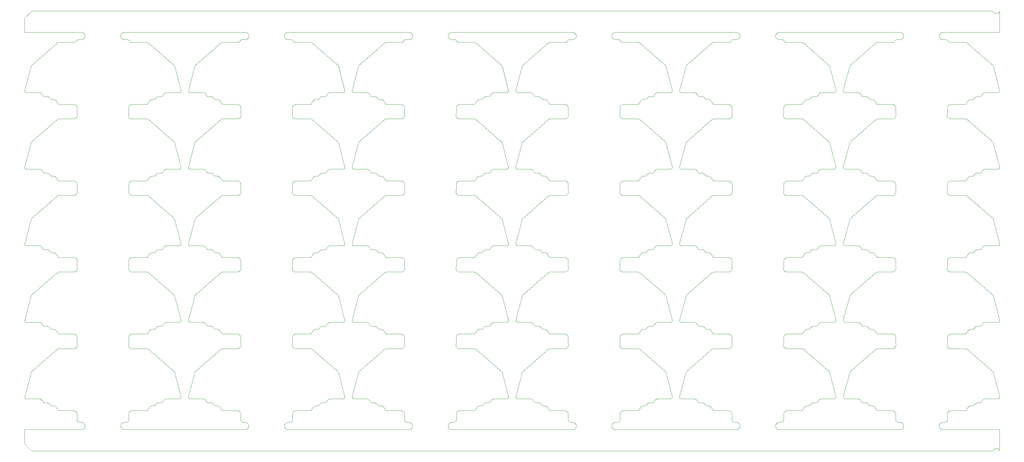
<source format=gbr>
%TF.GenerationSoftware,KiCad,Pcbnew,(6.0.5)*%
%TF.CreationDate,2022-08-09T22:24:32-06:00*%
%TF.ProjectId,modem-panel,6d6f6465-6d2d-4706-916e-656c2e6b6963,1.1*%
%TF.SameCoordinates,Original*%
%TF.FileFunction,Profile,NP*%
%FSLAX46Y46*%
G04 Gerber Fmt 4.6, Leading zero omitted, Abs format (unit mm)*
G04 Created by KiCad (PCBNEW (6.0.5)) date 2022-08-09 22:24:32*
%MOMM*%
%LPD*%
G01*
G04 APERTURE LIST*
%TA.AperFunction,Profile*%
%ADD10C,0.100000*%
%TD*%
G04 APERTURE END LIST*
D10*
X90951202Y-62735769D02*
X90999428Y-62729821D01*
X227829042Y-42057223D02*
X227837350Y-42009347D01*
X42127337Y-130963029D02*
X42157232Y-130924722D01*
X212948518Y-66586526D02*
X212910284Y-66616205D01*
X271975594Y-132445869D02*
X271933315Y-132421918D01*
X182132464Y-45013963D02*
X182099027Y-44979557D01*
X282109597Y-82025854D02*
X283070747Y-82025854D01*
X161248767Y-61486189D02*
X161291688Y-61511146D01*
X260702825Y-132533098D02*
X260655414Y-132543744D01*
X246336933Y-30485871D02*
X244539579Y-37191200D01*
X49437162Y-23798084D02*
X49398770Y-23790930D01*
X249343700Y-59804818D02*
X249371669Y-59845162D01*
X284013432Y-123995254D02*
X284059896Y-123979775D01*
X113653844Y-125239706D02*
X113691966Y-125269061D01*
X90223368Y-127786024D02*
X90247319Y-127743745D01*
X90025441Y-44475479D02*
X90016385Y-44427501D01*
X168847553Y-130581804D02*
X168894962Y-130592452D01*
X19073485Y-80912579D02*
X19122317Y-80916209D01*
X235743036Y-39115417D02*
X235786113Y-39093979D01*
X242438428Y-59024372D02*
X242449040Y-58990173D01*
X30942388Y-132562770D02*
X15006002Y-132563682D01*
X99454935Y-103538408D02*
X99466347Y-103537153D01*
X95594543Y-88464249D02*
X95547609Y-88427216D01*
X274172161Y-45182985D02*
X274130264Y-45159610D01*
X54403317Y-102520453D02*
X54448025Y-102500459D01*
X74848857Y-84267277D02*
X74895688Y-84280237D01*
X75308550Y-66521746D02*
X75273397Y-66555015D01*
X136873584Y-23783282D02*
X136825735Y-23779797D01*
X259019499Y-23387098D02*
X258989585Y-23425148D01*
X104374904Y-123908976D02*
X104419687Y-123892160D01*
X111214068Y-59475327D02*
X111258770Y-59495315D01*
X236205644Y-60513300D02*
X237166794Y-60513300D01*
X188354928Y-82887979D02*
X188404184Y-82881771D01*
X87866135Y-131312220D02*
X87879095Y-131265389D01*
X49191441Y-105738524D02*
X49229858Y-105729112D01*
X143738072Y-39252439D02*
X143774724Y-39221265D01*
X161484680Y-83178854D02*
X161518275Y-83215412D01*
X75032405Y-23690128D02*
X74988124Y-23709669D01*
X102846907Y-51752328D02*
X102822680Y-51727211D01*
X181960777Y-109328609D02*
X181936064Y-109286617D01*
X167330850Y-63336196D02*
X167348337Y-63381531D01*
X77087013Y-22970328D02*
X77039602Y-22980974D01*
X232988531Y-84152906D02*
X233020885Y-84130844D01*
X273722275Y-42202607D02*
X273723472Y-42153908D01*
X75273397Y-109580123D02*
X75236659Y-109611634D01*
X141401949Y-45370689D02*
X141367483Y-45352788D01*
X182451198Y-45223512D02*
X182407235Y-45204302D01*
X136300387Y-41502459D02*
X136335579Y-41468953D01*
X44277876Y-41823632D02*
X44297568Y-41779210D01*
X21765643Y-125186722D02*
X21806434Y-125212238D01*
X136338252Y-88132022D02*
X136300183Y-88102824D01*
X23306599Y-104420323D02*
X23354371Y-104433847D01*
X90434299Y-23594360D02*
X90396230Y-23565162D01*
X115508254Y-61598462D02*
X115545341Y-61631472D01*
X283836904Y-38029284D02*
X283879418Y-38004971D01*
X29770967Y-87170426D02*
X29771876Y-87219192D01*
X213242732Y-44703914D02*
X213200357Y-44768807D01*
X52004942Y-39191909D02*
X52044446Y-39164439D01*
X148826150Y-116392201D02*
X148804539Y-116358017D01*
X167311158Y-106316881D02*
X167330850Y-106361304D01*
X121459627Y-106452778D02*
X121472587Y-106499609D01*
X22234440Y-104202344D02*
X22272419Y-104240852D01*
X249014288Y-102542597D02*
X249056797Y-102566902D01*
X116192749Y-84076884D02*
X116221807Y-84103830D01*
X288118484Y-15388547D02*
X288081834Y-15421348D01*
X166796030Y-88247331D02*
X166750848Y-88264685D01*
X258511500Y-127305345D02*
X258557639Y-127320587D01*
X70566854Y-105738750D02*
X70601953Y-105744786D01*
X228586016Y-23773998D02*
X228538729Y-23765899D01*
X212368743Y-84238800D02*
X212417203Y-84242375D01*
X75198425Y-88128759D02*
X75158787Y-88156533D01*
X23060792Y-104389345D02*
X23110552Y-104390595D01*
X141180625Y-127178014D02*
X141212979Y-127155952D01*
X254294630Y-105750150D02*
X258223997Y-105750158D01*
X161484680Y-104691408D02*
X161518275Y-104727966D01*
X64928362Y-123936472D02*
X64977438Y-123937687D01*
X226071641Y-130679670D02*
X226115044Y-130657823D01*
X148726633Y-30214657D02*
X148700156Y-30190181D01*
X42257669Y-21256460D02*
X42294463Y-21224721D01*
X42372498Y-132395922D02*
X42332770Y-132367943D01*
X287596536Y-15645038D02*
X287547792Y-15651598D01*
X96056021Y-83110967D02*
X96094716Y-83079863D01*
X189483733Y-82457966D02*
X189511806Y-82418887D01*
X29739563Y-44439068D02*
X29725936Y-44486266D01*
X28704232Y-62725050D02*
X28752931Y-62726246D01*
X160270593Y-125894105D02*
X160319992Y-125900226D01*
X65597490Y-81171621D02*
X65632755Y-81205594D01*
X208202546Y-105717349D02*
X208240188Y-105729398D01*
X213331012Y-129894828D02*
X213345662Y-129952776D01*
X134263735Y-130679670D02*
X134307138Y-130657823D01*
X29469972Y-44937518D02*
X29438235Y-44974078D01*
X67495518Y-125105308D02*
X67540471Y-125122463D01*
X54829836Y-123936473D02*
X58293829Y-123936473D01*
X169586495Y-22343519D02*
X169569007Y-22388855D01*
X187252398Y-83987016D02*
X187668565Y-83334547D01*
X41951536Y-21796861D02*
X41962182Y-21749450D01*
X194630654Y-73239831D02*
X194604109Y-73215289D01*
X249813562Y-103453187D02*
X249865255Y-103481825D01*
X66149384Y-38881329D02*
X66197750Y-38915525D01*
X136133395Y-66418646D02*
X136105296Y-66379760D01*
X123545602Y-130963046D02*
X123573580Y-131002773D01*
X208091281Y-109840867D02*
X208058981Y-109846592D01*
X207152720Y-126023851D02*
X207195641Y-126048808D01*
X44769235Y-127357764D02*
X44813658Y-127338073D01*
X159557797Y-39189490D02*
X159595919Y-39218845D01*
X68317297Y-82823146D02*
X68366924Y-82843772D01*
X159595919Y-125269061D02*
X159632571Y-125300233D01*
X260971236Y-22859148D02*
X260928957Y-22883099D01*
X228615185Y-62744076D02*
X228663061Y-62735769D01*
X16817142Y-73511072D02*
X15019814Y-80216308D01*
X167296404Y-109306469D02*
X167239611Y-109397847D01*
X278749623Y-84216558D02*
X278787077Y-84204482D01*
X74848857Y-105779831D02*
X74895688Y-105792791D01*
X187942828Y-104563293D02*
X187984443Y-104536220D01*
X242356843Y-123714960D02*
X242384648Y-123674443D01*
X181925089Y-63569777D02*
X181933397Y-63521901D01*
X28752931Y-62726246D02*
X28801391Y-62729821D01*
X189606931Y-125335574D02*
X189642025Y-125302655D01*
X159116897Y-125059060D02*
X159164317Y-125067207D01*
X136032111Y-109286617D02*
X136009546Y-109243571D01*
X227935227Y-84760916D02*
X227959178Y-84718637D01*
X205207377Y-103592754D02*
X205252330Y-103609909D01*
X123259377Y-22859148D02*
X123217098Y-22883099D01*
X77831694Y-131455736D02*
X77835268Y-131504194D01*
X283549986Y-102830045D02*
X283579840Y-102791221D01*
X274012246Y-127552675D02*
X274047438Y-127519169D01*
X146588659Y-123937687D02*
X146637742Y-123936473D01*
X90629786Y-62841949D02*
X90673188Y-62820102D01*
X44203707Y-63666462D02*
X44207282Y-63618002D01*
X251365703Y-125239706D02*
X251403825Y-125269061D01*
X75117267Y-105891010D02*
X75158319Y-105917007D01*
X167044565Y-88099080D02*
X167006331Y-88128759D01*
X188257658Y-125932867D02*
X188306045Y-125921757D01*
X61009816Y-80685499D02*
X61040441Y-80723839D01*
X286775743Y-15401409D02*
X286740021Y-15367419D01*
X44642502Y-62891896D02*
X44683554Y-62865900D01*
X62801396Y-116361465D02*
X62780371Y-116395156D01*
X179761270Y-21523318D02*
X179785221Y-21481039D01*
X44905132Y-127305344D02*
X44951963Y-127292384D01*
X237813337Y-124164611D02*
X237851788Y-124134279D01*
X24662901Y-105738750D02*
X24698000Y-105744786D01*
X208064015Y-127156223D02*
X208096631Y-127178357D01*
X274615240Y-127267483D02*
X274663699Y-127263908D01*
X181989735Y-127873848D02*
X182009427Y-127829426D01*
X20440537Y-125029842D02*
X20490511Y-125040801D01*
X96596278Y-104394325D02*
X96645783Y-104390593D01*
X213612003Y-130371042D02*
X213667684Y-130414917D01*
X90016674Y-87454368D02*
X90009933Y-87406236D01*
X198714608Y-59163057D02*
X198749592Y-59208157D01*
X90050928Y-87595973D02*
X90037196Y-87549351D01*
X233306402Y-109976803D02*
X233259468Y-109939770D01*
X167116456Y-23496638D02*
X167081303Y-23529907D01*
X29711559Y-109066120D02*
X29693669Y-109111495D01*
X273653560Y-130047595D02*
X273672427Y-129998037D01*
X279924588Y-104467970D02*
X279970763Y-104449733D01*
X214558200Y-132562770D02*
X180634492Y-132562770D01*
X75533983Y-23194543D02*
X75506254Y-23229954D01*
X286574164Y-73439306D02*
X286557266Y-73402564D01*
X199087789Y-80905905D02*
X199127959Y-80910078D01*
X58715187Y-80721773D02*
X58745932Y-80683233D01*
X144022275Y-39074660D02*
X144067229Y-39057505D01*
X251200349Y-39091565D02*
X251243425Y-39113002D01*
X44427237Y-127624660D02*
X44458976Y-127587866D01*
X136372373Y-84462323D02*
X136410680Y-84432428D01*
X288361805Y-80248458D02*
X288354155Y-80215281D01*
X121511550Y-23122903D02*
X121468366Y-23161638D01*
X44186035Y-129873556D02*
X44194754Y-129819558D01*
X75625430Y-65384011D02*
X75647388Y-65465023D01*
X137000539Y-105750159D02*
X140882222Y-105750158D01*
X274537594Y-88317459D02*
X274489969Y-88311660D01*
X167395493Y-63569788D02*
X167401441Y-63618014D01*
X87894338Y-21656480D02*
X87911826Y-21611144D01*
X121483233Y-42009358D02*
X121491540Y-42057234D01*
X225623685Y-131173914D02*
X225643376Y-131129491D01*
X115646042Y-40228501D02*
X115675807Y-40268239D01*
X66149384Y-124931545D02*
X66197750Y-124965741D01*
X70261586Y-62535192D02*
X70285735Y-62561257D01*
X244525200Y-123311039D02*
X244520183Y-123366901D01*
X123682546Y-131219260D02*
X123697787Y-131265398D01*
X274245598Y-62841949D02*
X274289000Y-62820102D01*
X65218022Y-37929546D02*
X65264480Y-37945020D01*
X251111330Y-60567646D02*
X251156283Y-60584801D01*
X189457526Y-39473356D02*
X189483733Y-39432858D01*
X115703612Y-83334632D02*
X116120217Y-83987868D01*
X29084171Y-88247331D02*
X29038989Y-88264685D01*
X240588641Y-116325377D02*
X240562653Y-116294297D01*
X152712277Y-123366901D02*
X152712961Y-123422586D01*
X90921782Y-66804905D02*
X90874157Y-66799106D01*
X181907252Y-108302010D02*
X181913407Y-108229568D01*
X74608185Y-105750158D02*
X74656884Y-105751354D01*
X286557266Y-94915118D02*
X286538009Y-94879647D01*
X148845407Y-30377456D02*
X148826150Y-30341985D01*
X228108293Y-63015013D02*
X228143485Y-62981507D01*
X240562653Y-73269189D02*
X240534607Y-73239831D01*
X281564211Y-39164439D02*
X281605004Y-39138922D01*
X66485473Y-60510880D02*
X67165022Y-60510887D01*
X121503221Y-43691905D02*
X121508075Y-43753387D01*
X44133243Y-66036797D02*
X44121816Y-65989557D01*
X28801391Y-84242375D02*
X28849617Y-84248323D01*
X44458976Y-63050204D02*
X44492481Y-63015013D01*
X69258324Y-39896185D02*
X69305358Y-39912088D01*
X145968527Y-102684254D02*
X146005431Y-102652057D01*
X189678677Y-125271481D02*
X189716801Y-125242125D01*
X121559451Y-108925487D02*
X121548438Y-108973003D01*
X49182785Y-62715140D02*
X49217230Y-62707421D01*
X64977438Y-80912579D02*
X65026270Y-80916209D01*
X215529298Y-131359637D02*
X215537605Y-131407512D01*
X15001122Y-132568328D02*
X15000000Y-132575042D01*
X95308962Y-62618338D02*
X95339735Y-62593952D01*
X274289000Y-41307548D02*
X274333423Y-41287857D01*
X278924838Y-84130844D02*
X278955608Y-84106454D01*
X189511806Y-125443995D02*
X189541744Y-125406327D01*
X181811875Y-108773223D02*
X181814656Y-108724701D01*
X181913113Y-86723069D02*
X181914351Y-86677975D01*
X162096702Y-84076884D02*
X162125760Y-84103830D01*
X213515771Y-23021026D02*
X213473358Y-23035014D01*
X102822680Y-30214657D02*
X102796203Y-30190181D01*
X31135649Y-132543744D02*
X31087773Y-132552051D01*
X69305358Y-61424642D02*
X69351536Y-61442883D01*
X279835268Y-104511268D02*
X279879385Y-104488499D01*
X57068882Y-94989775D02*
X57054399Y-94951860D01*
X90016385Y-44427501D02*
X90009706Y-44379136D01*
X107232738Y-80897168D02*
X107279883Y-80905905D01*
X284013432Y-37945038D02*
X284059896Y-37929559D01*
X187757859Y-61702791D02*
X187791455Y-61666239D01*
X113691966Y-125269061D02*
X113728618Y-125300233D01*
X283522019Y-59845292D02*
X283549986Y-59804937D01*
X240698658Y-52010966D02*
X240686563Y-51970173D01*
X24413901Y-105616384D02*
X24444682Y-105641069D01*
X162008105Y-23848373D02*
X161979413Y-23864228D01*
X87855489Y-131359631D02*
X87866135Y-131312220D01*
X102974704Y-51970173D02*
X102960535Y-51932011D01*
X258774131Y-127429561D02*
X258813859Y-127457540D01*
X207237258Y-83050778D02*
X207277464Y-83079907D01*
X58482296Y-37854918D02*
X58530291Y-37835488D01*
X20245431Y-124931545D02*
X20293797Y-124965741D01*
X235128273Y-82875587D02*
X235135857Y-82866431D01*
X152956084Y-102331480D02*
X152999994Y-102358041D01*
X212562163Y-109805223D02*
X212514929Y-109815787D01*
X116213043Y-109855821D02*
X116175884Y-109867566D01*
X215543553Y-131455736D02*
X215547127Y-131504194D01*
X167763731Y-130414917D02*
X167822897Y-130453706D01*
X181837211Y-108580769D02*
X181849407Y-108533722D01*
X162298593Y-84204795D02*
X162336235Y-84216844D01*
X95860659Y-104847101D02*
X95888466Y-104805822D01*
X107291862Y-123932566D02*
X107357455Y-123936466D01*
X77225319Y-21075362D02*
X77269742Y-21095053D01*
X42007873Y-21611144D02*
X42027564Y-21566721D01*
X157025928Y-123979762D02*
X157072386Y-123995236D01*
X203961302Y-38944163D02*
X204007987Y-38964128D01*
X24477128Y-84150912D02*
X24514761Y-84172892D01*
X24737999Y-41211235D02*
X24774865Y-41212488D01*
X225623684Y-22388853D02*
X225606196Y-22343517D01*
X24449573Y-66820197D02*
X24411535Y-66828967D01*
X288126375Y-80817705D02*
X288165009Y-80789194D01*
X75457455Y-41693537D02*
X75481405Y-41735816D01*
X213377768Y-87073323D02*
X213383470Y-87121763D01*
X113444424Y-39072247D02*
X113488490Y-39091565D01*
X215453269Y-22433278D02*
X215431422Y-22476681D01*
X235117352Y-61364238D02*
X235128273Y-61363033D01*
X90063359Y-129977821D02*
X90078180Y-129926309D01*
X75598306Y-129697610D02*
X75601897Y-129781493D01*
X28752931Y-84238800D02*
X28801391Y-84242375D01*
X104480150Y-37811635D02*
X104523752Y-37783444D01*
X123545590Y-22599740D02*
X123515695Y-22638047D01*
X281291639Y-103970520D02*
X281319712Y-103931441D01*
X186859636Y-62720670D02*
X186894644Y-62715140D01*
X152790734Y-80645006D02*
X152817722Y-80685499D01*
X24702340Y-127257927D02*
X24738079Y-127261456D01*
X115429352Y-104563332D02*
X115469558Y-104592461D01*
X159164317Y-60529545D02*
X159211285Y-60539986D01*
X66249443Y-60456717D02*
X66296128Y-60476682D01*
X16934806Y-30261298D02*
X16910361Y-30292742D01*
X253056673Y-126023851D02*
X253099594Y-126048808D01*
X159817067Y-104008584D02*
X159899035Y-104141421D01*
X215108335Y-22833152D02*
X215067283Y-22859148D01*
X286360329Y-138562770D02*
X286371976Y-138561902D01*
X22649919Y-82876783D02*
X23060792Y-82876791D01*
X65698034Y-38253451D02*
X65727888Y-38292264D01*
X29844605Y-130199744D02*
X29883584Y-130253335D01*
X115703612Y-61822078D02*
X116120217Y-62475314D01*
X19656635Y-102651988D02*
X19693537Y-102684175D01*
X213560136Y-130322429D02*
X213612003Y-130371042D01*
X166796030Y-23709669D02*
X166750848Y-23727023D01*
X244689604Y-102271433D02*
X244725639Y-102303213D01*
X189231904Y-82866431D02*
X189457526Y-82498464D01*
X198615827Y-80365679D02*
X198618139Y-80413196D01*
X21806434Y-125212238D02*
X21845938Y-125239706D01*
X16900619Y-51819114D02*
X16879278Y-51852610D01*
X241992994Y-80905676D02*
X242040485Y-80896780D01*
X95339796Y-84106454D02*
X95368856Y-84079803D01*
X167116456Y-88034300D02*
X167081303Y-88067569D01*
X20200847Y-103379476D02*
X20245431Y-103418991D01*
X134396897Y-21057874D02*
X134443036Y-21042631D01*
X232975647Y-66811500D02*
X232942764Y-66809748D01*
X116470807Y-105738750D02*
X116505906Y-105744786D01*
X167455294Y-108490131D02*
X167465735Y-108537776D01*
X160073886Y-39770465D02*
X160125203Y-39798038D01*
X258464669Y-41242169D02*
X258511500Y-41255129D01*
X77817438Y-22203138D02*
X77806792Y-22250549D01*
X100587265Y-59409698D02*
X100635866Y-59403656D01*
X102941454Y-116427672D02*
X102922197Y-116392201D01*
X251624973Y-82496030D02*
X251706941Y-82628867D01*
X246420384Y-94844222D02*
X246399043Y-94877718D01*
X29766487Y-87316564D02*
X29760203Y-87364933D01*
X115646042Y-83253609D02*
X115675807Y-83293347D01*
X182167527Y-88071816D02*
X182132464Y-88039071D01*
X214798872Y-22970328D02*
X214751461Y-22980974D01*
X281564211Y-125214655D02*
X281605004Y-125189138D01*
X166515243Y-23779715D02*
X166466972Y-23783261D01*
X69305358Y-104449750D02*
X69351536Y-104467991D01*
X56996633Y-73332909D02*
X56972829Y-73300269D01*
X258691489Y-109718661D02*
X258648217Y-109740344D01*
X58762285Y-59147026D02*
X58781322Y-59115778D01*
X259271310Y-65900379D02*
X259260297Y-65947895D01*
X114169933Y-104308127D02*
X114221250Y-104335700D01*
X69113275Y-82887984D02*
X69162161Y-82896656D01*
X274162267Y-84404450D02*
X274203319Y-84378454D01*
X167482240Y-44242837D02*
X167478346Y-44291456D01*
X75522944Y-127873858D02*
X75540431Y-127919193D01*
X58562375Y-102357065D02*
X58606610Y-102330259D01*
X106895387Y-123683878D02*
X106921331Y-123720711D01*
X120707023Y-23765571D02*
X120659329Y-23773813D01*
X136053051Y-106452768D02*
X136068294Y-106406629D01*
X52398435Y-39019402D02*
X52445857Y-39011256D01*
X180537324Y-22995228D02*
X180489098Y-22989280D01*
X182777537Y-23783282D02*
X182729688Y-23779797D01*
X283923082Y-124033007D02*
X283967790Y-124013013D01*
X23209322Y-125913092D02*
X23258208Y-125921764D01*
X260971265Y-130703638D02*
X261012315Y-130729635D01*
X167296404Y-87793915D02*
X167239611Y-87885293D01*
X41933706Y-131621346D02*
X41932511Y-131552892D01*
X120659329Y-88311475D02*
X120611290Y-88317377D01*
X166418464Y-23784448D02*
X162259230Y-23784596D01*
X22608133Y-82875118D02*
X22649919Y-82876783D01*
X227782824Y-65415171D02*
X227797485Y-65357167D01*
X120754257Y-23755007D02*
X120707023Y-23765571D01*
X99454935Y-60513300D02*
X99466347Y-60512045D01*
X68512086Y-125900226D02*
X68553872Y-125901891D01*
X136029444Y-106547009D02*
X136040091Y-106499599D01*
X15110735Y-37666953D02*
X15144537Y-37707760D01*
X213311127Y-43691905D02*
X213315981Y-43753387D01*
X69305358Y-39912088D02*
X69351536Y-39930329D01*
X191262841Y-125050962D02*
X191274253Y-125049707D01*
X273947002Y-106112106D02*
X273978741Y-106075312D01*
X90473737Y-88159342D02*
X90434299Y-88132022D01*
X140955683Y-62720670D02*
X140990691Y-62715140D01*
X23700348Y-126136124D02*
X23737435Y-126169134D01*
X212870646Y-88156533D02*
X212829697Y-88182336D01*
X141337836Y-109877329D02*
X141307395Y-109865876D01*
X237851788Y-38084063D02*
X237891692Y-38055669D01*
X50190763Y-61567309D02*
X50230969Y-61538185D01*
X31857148Y-131951625D02*
X31837457Y-131996048D01*
X99906207Y-38332738D02*
X99934174Y-38292383D01*
X181919141Y-42105448D02*
X181925089Y-42057223D01*
X237707624Y-81241367D02*
X237741166Y-81205682D01*
X136040091Y-63474491D02*
X136053051Y-63427660D01*
X20245431Y-81906437D02*
X20293797Y-81940633D01*
X120514511Y-66809556D02*
X116355392Y-66809701D01*
X20132666Y-124809874D02*
X20160502Y-124847439D01*
X88447601Y-22924635D02*
X88403179Y-22904943D01*
X116257479Y-66820197D02*
X116219441Y-66828967D01*
X115162277Y-125946401D02*
X115209311Y-125962304D01*
X240684694Y-30452113D02*
X240670211Y-30414198D01*
X44970204Y-88311660D02*
X44922917Y-88303561D01*
X29721477Y-43871457D02*
X29743519Y-43952809D01*
X28851423Y-109824029D02*
X28803384Y-109829931D01*
X283680386Y-124196808D02*
X283717290Y-124164611D01*
X143669525Y-103857604D02*
X143702978Y-103823020D01*
X136807279Y-41231522D02*
X136855155Y-41223215D01*
X65522140Y-59596557D02*
X65560588Y-59626880D01*
X213387688Y-44194084D02*
X213386193Y-44242837D01*
X253415471Y-104847186D02*
X253832076Y-105500422D01*
X135579627Y-130461971D02*
X135639648Y-130424341D01*
X187360735Y-66918401D02*
X187311548Y-66886466D01*
X29254366Y-84404453D02*
X29294094Y-84432432D01*
X242378058Y-37634533D02*
X242404858Y-37589094D01*
X240672394Y-51932011D02*
X240642548Y-51869496D01*
X44115480Y-87115803D02*
X44125352Y-87068215D01*
X44245145Y-41915106D02*
X44260388Y-41868967D01*
X167181679Y-109475364D02*
X167149942Y-109511906D01*
X150232579Y-123921888D02*
X150278857Y-123908976D01*
X96498139Y-125921757D02*
X96547022Y-125913087D01*
X115545341Y-104656580D02*
X115580727Y-104691408D01*
X259263200Y-65465023D02*
X259273641Y-65512668D01*
X189642025Y-82277547D02*
X189678677Y-82246373D01*
X167239611Y-66372739D02*
X167211593Y-66412206D01*
X283089909Y-103528070D02*
X283522019Y-102870400D01*
X208060494Y-84128515D02*
X208092940Y-84150912D01*
X288354155Y-58702727D02*
X286600678Y-52003738D01*
X115300695Y-61463416D02*
X115344814Y-61486189D01*
X278803455Y-41173141D02*
X278839225Y-41157367D01*
X161484680Y-126203962D02*
X161518275Y-126240520D01*
X248544174Y-37886256D02*
X248593250Y-37887471D01*
X90434299Y-109644576D02*
X90396230Y-109615378D01*
X141075218Y-84204482D02*
X141111584Y-84189811D01*
X226250942Y-130605401D02*
X226297773Y-130592441D01*
X288371249Y-20994874D02*
X288372602Y-20987727D01*
X50114981Y-61631417D02*
X50152068Y-61598413D01*
X113068975Y-38998333D02*
X113117197Y-38999506D01*
X70532496Y-127243105D02*
X70571197Y-127252177D01*
X240534607Y-73239831D02*
X240508062Y-73215289D01*
X253220113Y-104623570D02*
X253257200Y-104656580D01*
X136029444Y-85034455D02*
X136040091Y-84987045D01*
X273751950Y-84987045D02*
X273764910Y-84940214D01*
X121481472Y-109155935D02*
X121459204Y-109199330D01*
X77474511Y-21224721D02*
X77511305Y-21256460D01*
X198671585Y-80602770D02*
X198694687Y-80645006D01*
X207453948Y-126278717D02*
X207483713Y-126318455D01*
X107357455Y-102423912D02*
X110832315Y-102423918D01*
X242040485Y-102409334D02*
X242086832Y-102396399D01*
X284251678Y-59403656D02*
X284300518Y-59400025D01*
X98209011Y-103580216D02*
X98255418Y-103567505D01*
X74803070Y-88303233D02*
X74755376Y-88311475D01*
X29332401Y-105974881D02*
X29369195Y-106006620D01*
X169387925Y-130887946D02*
X169419662Y-130924740D01*
X182276326Y-84462323D02*
X182314633Y-84432428D01*
X146255931Y-102500459D02*
X146301573Y-102482700D01*
X62881228Y-51727775D02*
X62853640Y-51756614D01*
X198921476Y-59342023D02*
X198972207Y-59364017D01*
X51930166Y-60764993D02*
X51966818Y-60733819D01*
X228226311Y-109697272D02*
X228185596Y-109671896D01*
X215529297Y-22203138D02*
X215518651Y-22250549D01*
X52398435Y-82044510D02*
X52445857Y-82036364D01*
X19762344Y-59728715D02*
X19794081Y-59766005D01*
X288370539Y-123429978D02*
X288372596Y-123382071D01*
X207316160Y-83111016D02*
X207353247Y-83144026D01*
X96401982Y-61408726D02*
X96449752Y-61395205D01*
X49320485Y-45297071D02*
X45113762Y-45297002D01*
X121459627Y-127965332D02*
X121472587Y-128012163D01*
X113858834Y-60903903D02*
X113886907Y-60942980D01*
X145810160Y-38332738D02*
X145838127Y-38292383D01*
X56972829Y-94812823D02*
X56946841Y-94781743D01*
X95594543Y-45439141D02*
X95547609Y-45402108D01*
X237741166Y-124230790D02*
X237776433Y-124196808D01*
X179969528Y-130819230D02*
X180006322Y-130787491D01*
X113728618Y-103787679D02*
X113763711Y-103820595D01*
X248642082Y-37891101D02*
X248690675Y-37897141D01*
X77741410Y-131996048D02*
X77719563Y-132039451D01*
X60916594Y-58966987D02*
X60931203Y-59020348D01*
X271814228Y-130787491D02*
X271852535Y-130757596D01*
X271593127Y-132081730D02*
X271569176Y-132039451D01*
X182239532Y-106006615D02*
X182276326Y-105974877D01*
X44455668Y-109584370D02*
X44420605Y-109551625D01*
X258417258Y-41231522D02*
X258464669Y-41242169D01*
X213909098Y-130532806D02*
X213952342Y-130543928D01*
X114366640Y-39843889D02*
X114416039Y-39850010D01*
X281871230Y-125080059D02*
X281918200Y-125069618D01*
X160921181Y-82887984D02*
X160970067Y-82896656D01*
X233133209Y-40994876D02*
X233156351Y-40961908D01*
X191262841Y-103538408D02*
X191274253Y-103537153D01*
X116165591Y-84047806D02*
X116192749Y-84076884D01*
X150604307Y-80599767D02*
X150625072Y-80551950D01*
X16879278Y-94877718D02*
X16860229Y-94912460D01*
X15007402Y-37427287D02*
X15018249Y-37477538D01*
X182037348Y-66418646D02*
X182009249Y-66379760D01*
X233306402Y-23926587D02*
X233270054Y-23897231D01*
X121804097Y-130371042D02*
X121859778Y-130414917D01*
X24729116Y-62723126D02*
X24769674Y-62725008D01*
X44829795Y-66767989D02*
X44784180Y-66753124D01*
X90921782Y-88317459D02*
X90874157Y-88311660D01*
X212786847Y-105867060D02*
X212829126Y-105891010D01*
X204973090Y-125053228D02*
X205020850Y-125059060D01*
X95339735Y-62593952D02*
X95368856Y-62567249D01*
X235660258Y-60676993D02*
X235701051Y-60651476D01*
X29651721Y-63427670D02*
X29664681Y-63474501D01*
X213115546Y-87924760D02*
X213085632Y-87962810D01*
X148826150Y-30341985D02*
X148804539Y-30307801D01*
X99474097Y-125040624D02*
X99906207Y-124382954D01*
X69162161Y-125921764D02*
X69210552Y-125932877D01*
X90016674Y-108966922D02*
X90009933Y-108918790D01*
X249371669Y-81357716D02*
X249652431Y-81784766D01*
X259184446Y-41961947D02*
X259195092Y-42009358D01*
X261285428Y-132122782D02*
X261257449Y-132162510D01*
X122191433Y-130553020D02*
X122236297Y-130558888D01*
X194794705Y-52010966D02*
X194782610Y-51970173D01*
X112389426Y-103535988D02*
X113068975Y-103535995D01*
X90259391Y-44943572D02*
X90229442Y-44906092D01*
X136009454Y-108229568D02*
X136010416Y-106740269D01*
X234066810Y-39912071D02*
X234113841Y-39896172D01*
X76991726Y-21010718D02*
X77039602Y-21019025D01*
X166925173Y-84378456D02*
X166966225Y-84404453D01*
X75273397Y-45042461D02*
X75236659Y-45073972D01*
X228445607Y-66767989D02*
X228399992Y-66753124D01*
X136460302Y-109720647D02*
X136418405Y-109697272D01*
X29332706Y-23561418D02*
X29294472Y-23591097D01*
X116432282Y-41191736D02*
X116470807Y-41201088D01*
X189573478Y-103857604D02*
X189606931Y-103823020D01*
X215505691Y-21702619D02*
X215518651Y-21749450D01*
X31642544Y-22710033D02*
X31607352Y-22743539D01*
X228399992Y-88265678D02*
X228355151Y-88248620D01*
X114416039Y-82875118D02*
X114457825Y-82876783D01*
X121102378Y-23591097D02*
X121062740Y-23618871D01*
X65026270Y-123941317D02*
X65074863Y-123947357D01*
X162414199Y-127257927D02*
X162449938Y-127261456D01*
X283967790Y-37962797D02*
X284013432Y-37945038D01*
X200513255Y-116361465D02*
X200492230Y-116395156D01*
X90733748Y-66767989D02*
X90688133Y-66753124D01*
X189457526Y-82498464D02*
X189483733Y-82457966D01*
X28899117Y-88303233D02*
X28851423Y-88311475D01*
X15504132Y-59396925D02*
X15549549Y-59398804D01*
X69483782Y-126048808D02*
X69525399Y-126075886D01*
X167363580Y-106452778D02*
X167376540Y-106499609D01*
X207108601Y-126001078D02*
X207152720Y-126023851D01*
X158005656Y-38915525D02*
X158057349Y-38944163D01*
X198645619Y-123565584D02*
X198661534Y-123606246D01*
X191771934Y-124303775D02*
X191803671Y-124266475D01*
X181913499Y-87731017D02*
X181893073Y-87686915D01*
X107186727Y-37859299D02*
X107232738Y-37872060D01*
X104746778Y-123277581D02*
X104738343Y-123240389D01*
X31570581Y-130787510D02*
X31607372Y-130819249D01*
X146395210Y-80941504D02*
X146442976Y-80930690D01*
X234357642Y-82878039D02*
X234407398Y-82876792D01*
X228520944Y-84280236D02*
X228567775Y-84267276D01*
X213387688Y-65706638D02*
X213386193Y-65755391D01*
X113763711Y-60795487D02*
X113797164Y-60830070D01*
X246401949Y-30335199D02*
X246380037Y-30374714D01*
X166882894Y-105867060D02*
X166925173Y-105891010D01*
X212607547Y-41255129D02*
X212653686Y-41270371D01*
X44115480Y-108628357D02*
X44125352Y-108580769D01*
X21545832Y-125090358D02*
X21591565Y-125105308D01*
X114042346Y-82689790D02*
X114080325Y-82728298D01*
X181956808Y-23272210D02*
X181934326Y-23239834D01*
X148845407Y-94915118D02*
X148826150Y-94879647D01*
X96547022Y-125913087D02*
X96596278Y-125906879D01*
X288091843Y-138150057D02*
X288127216Y-138182537D01*
X273917107Y-127662966D02*
X273947002Y-127624660D01*
X206874020Y-82896656D02*
X206922411Y-82907769D01*
X144206341Y-82044510D02*
X144253763Y-82036364D01*
X65026270Y-80916209D02*
X65074863Y-80922249D01*
X116545905Y-105748897D02*
X116582771Y-105750150D01*
X136778110Y-109824214D02*
X136730823Y-109816115D01*
X244519780Y-101878233D02*
X244522092Y-101925750D01*
X116143004Y-62507506D02*
X116165539Y-62535192D01*
X70317854Y-41078722D02*
X70348635Y-41103407D01*
X273723472Y-42153908D02*
X273727047Y-42105448D01*
X42455823Y-22883096D02*
X42413545Y-22859145D01*
X74659066Y-88320923D02*
X74610558Y-88322110D01*
X70216264Y-62475314D02*
X70239051Y-62507506D01*
X135954540Y-44569804D02*
X135940804Y-44522951D01*
X253415471Y-40309524D02*
X253832076Y-40962760D01*
X141325303Y-105532538D02*
X141348445Y-105499570D01*
X44195393Y-108302010D02*
X44201548Y-108229568D01*
X90809085Y-84280236D02*
X90855916Y-84267276D01*
X254069869Y-41164994D02*
X254106499Y-41179687D01*
X15105863Y-102198053D02*
X15136488Y-102236393D01*
X150642296Y-80215281D02*
X148888819Y-73516292D01*
X50315503Y-126023822D02*
X50359620Y-126001053D01*
X29553502Y-84718645D02*
X29577452Y-84760924D01*
X24331602Y-109881847D02*
X24301961Y-109895681D01*
X136266882Y-127587866D02*
X136300387Y-127552675D01*
X273839180Y-41735808D02*
X273863131Y-41693529D01*
X205381455Y-125186722D02*
X205422246Y-125212238D01*
X90362929Y-127587866D02*
X90396434Y-127552675D01*
X287065674Y-15583913D02*
X287020621Y-15564184D01*
X77836464Y-21990122D02*
X77835268Y-22058576D01*
X31039547Y-22995229D02*
X30991087Y-22998804D01*
X44297568Y-106316872D02*
X44319415Y-106273470D01*
X42073362Y-131043809D02*
X42099358Y-131002757D01*
X121569862Y-87073323D02*
X121575564Y-87121763D01*
X261311424Y-21481039D02*
X261335375Y-21523318D01*
X261285428Y-21439987D02*
X261311424Y-21481039D01*
X19122317Y-102428763D02*
X19170910Y-102434803D01*
X90431626Y-84494061D02*
X90468420Y-84462323D01*
X205721020Y-60983476D02*
X205802988Y-61116313D01*
X31902839Y-21749450D02*
X31913485Y-21796861D01*
X249248567Y-38180486D02*
X249282109Y-38216161D01*
X90546455Y-105917004D02*
X90587507Y-105891008D01*
X248738910Y-59418131D02*
X248786668Y-59428941D01*
X120707023Y-66790679D02*
X120659329Y-66798921D01*
X53550982Y-60513300D02*
X53562394Y-60512045D01*
X253099594Y-83023700D02*
X253141211Y-83050778D01*
X150489450Y-80757151D02*
X150523093Y-80721773D01*
X207277464Y-61567353D02*
X207316160Y-61598462D01*
X240653313Y-94915118D02*
X240634056Y-94879647D01*
X143669525Y-125370158D02*
X143702978Y-125335574D01*
X123735646Y-131669806D02*
X123729698Y-131718032D01*
X104281135Y-102418230D02*
X104328626Y-102409334D01*
X146043882Y-81109171D02*
X146083786Y-81080777D01*
X100733789Y-59398811D02*
X104232504Y-59397928D01*
X150659524Y-80320756D02*
X150655939Y-80284627D01*
X31492523Y-132395922D02*
X31451471Y-132421918D01*
X49405073Y-41105736D02*
X49435843Y-41081346D01*
X53550982Y-103538408D02*
X53562394Y-103537153D01*
X188162857Y-39912071D02*
X188209888Y-39896172D01*
X121392451Y-109306469D02*
X121335658Y-109397847D01*
X203909609Y-81940633D02*
X203961302Y-81969271D01*
X121491540Y-63569788D02*
X121497488Y-63618014D01*
X49191441Y-41200862D02*
X49229934Y-41191428D01*
X227876200Y-106406629D02*
X227893688Y-106361294D01*
X284203077Y-59409698D02*
X284251678Y-59403656D01*
X258417258Y-84256630D02*
X258464669Y-84267277D01*
X42027564Y-131129491D02*
X42049411Y-131086088D01*
X106810233Y-80413196D02*
X106816677Y-80460250D01*
X95421350Y-62507430D02*
X95444492Y-62474462D01*
X44695376Y-88229410D02*
X44652396Y-88208093D01*
X90229442Y-23393538D02*
X90201343Y-23354652D01*
X24444682Y-41103407D02*
X24477061Y-41125761D01*
X61116003Y-59283015D02*
X61161390Y-59314968D01*
X145838127Y-59804937D02*
X145867981Y-59766113D01*
X191803671Y-38216259D02*
X191837213Y-38180574D01*
X75674920Y-44145318D02*
X75675829Y-44194084D01*
X96134922Y-126075847D02*
X96176537Y-126048774D01*
X188306045Y-82896649D02*
X188354928Y-82887979D01*
X77133844Y-132520138D02*
X77087013Y-132533098D01*
X75655498Y-65900379D02*
X75644485Y-65947895D01*
X228567775Y-41242168D02*
X228615185Y-41231522D01*
X278962218Y-41075617D02*
X278990825Y-41048529D01*
X111501443Y-38146513D02*
X111536708Y-38180486D01*
X49229934Y-41191428D02*
X49267312Y-41179374D01*
X75579280Y-128059574D02*
X75587587Y-128107450D01*
X182239532Y-41468953D02*
X182276326Y-41437215D01*
X115162277Y-39896185D02*
X115209311Y-39912088D01*
X189231904Y-125891539D02*
X189457526Y-125523572D01*
X227715432Y-65796715D02*
X227715828Y-65748115D01*
X182364255Y-66695539D02*
X182322358Y-66672164D01*
X121859778Y-130414917D02*
X121918944Y-130453706D01*
X189573478Y-82345050D02*
X189606931Y-82310466D01*
X212417203Y-84242375D02*
X212465429Y-84248323D01*
X136235143Y-127624660D02*
X136266882Y-127587866D01*
X251019191Y-60539986D02*
X251065597Y-60552696D01*
X273845254Y-87931200D02*
X273817155Y-87892314D01*
X287147336Y-137949593D02*
X287193543Y-137936506D01*
X44970204Y-45286552D02*
X44922917Y-45278453D01*
X233133209Y-105532538D02*
X233156351Y-105499570D01*
X141498496Y-45439141D02*
X141451562Y-45402108D01*
X136032111Y-66261509D02*
X136009546Y-66218463D01*
X259212922Y-128204136D02*
X259214118Y-128252835D01*
X272108756Y-132504895D02*
X272063420Y-132487407D01*
X58645244Y-80789194D02*
X58681544Y-80757151D01*
X17000171Y-138561714D02*
X17012272Y-138562770D01*
X181543601Y-130424341D02*
X181600188Y-130381541D01*
X228711287Y-84242375D02*
X228759746Y-84238800D01*
X20490511Y-60503139D02*
X20537505Y-60509051D01*
X279750734Y-83050739D02*
X279792349Y-83023666D01*
X213053895Y-109511906D02*
X213020409Y-109546854D01*
X98255418Y-39029843D02*
X98302388Y-39019402D01*
X104745543Y-123493000D02*
X104753126Y-123445770D01*
X212419196Y-23779715D02*
X212370925Y-23783261D01*
X51520045Y-39841323D02*
X51745667Y-39473356D01*
X273666740Y-66083419D02*
X273653008Y-66036797D01*
X31039596Y-130567544D02*
X31087820Y-130573495D01*
X272018991Y-22904943D02*
X271975588Y-22883096D01*
X28944904Y-62754723D02*
X28991735Y-62767683D01*
X142305935Y-125946388D02*
X142353705Y-125932867D01*
X133751135Y-131407507D02*
X133759442Y-131359631D01*
X49559577Y-88377896D02*
X49529825Y-88364733D01*
X90362929Y-84562758D02*
X90396434Y-84527567D01*
X15115597Y-123723533D02*
X15144537Y-123757976D01*
X107217201Y-59380788D02*
X107267971Y-59391542D01*
X160029180Y-82765496D02*
X160073886Y-82795573D01*
X143607853Y-60906333D02*
X143637791Y-60868665D01*
X283070747Y-125050962D02*
X283082159Y-125049707D01*
X261257449Y-21400259D02*
X261285428Y-21439987D01*
X44455668Y-23534154D02*
X44420605Y-23501409D01*
X258648217Y-23690128D02*
X258603936Y-23709669D01*
X189483733Y-60945412D02*
X189511806Y-60906333D01*
X53570144Y-125040624D02*
X54002254Y-124382954D01*
X136372373Y-41437215D02*
X136410680Y-41407320D01*
X111426093Y-124134219D02*
X111464541Y-124164542D01*
X251598766Y-60942980D02*
X251624973Y-60983476D01*
X54493667Y-37945038D02*
X54540131Y-37929559D01*
X191872480Y-102684254D02*
X191909384Y-102652057D01*
X274395842Y-88293180D02*
X274349560Y-88280543D01*
X253804474Y-66879600D02*
X253748863Y-66914158D01*
X207928123Y-127012976D02*
X207950958Y-127045232D01*
X113614340Y-125212238D02*
X113653844Y-125239706D01*
X96176537Y-61511112D02*
X96219456Y-61486160D01*
X69113275Y-39862876D02*
X69162161Y-39871548D01*
X251243425Y-39113002D02*
X251285408Y-39136506D01*
X42825474Y-132557999D02*
X42777248Y-132552051D01*
X252921170Y-82937196D02*
X252967348Y-82955437D01*
X75236354Y-62949773D02*
X75273148Y-62981512D01*
X251728174Y-61145882D02*
X251754205Y-61177236D01*
X44162978Y-66129310D02*
X44146975Y-66083419D01*
X123721391Y-22203138D02*
X123710745Y-22250549D01*
X186903300Y-105738524D02*
X186941717Y-105729112D01*
X154529027Y-30485871D02*
X152731673Y-37191200D01*
X58660649Y-37751173D02*
X58698654Y-37714823D01*
X136855155Y-105760877D02*
X136903381Y-105754929D01*
X135974918Y-65415171D02*
X135989579Y-65357167D01*
X44143355Y-130023594D02*
X44159406Y-129977821D01*
X160772651Y-104389345D02*
X160822411Y-104390595D01*
X278728468Y-41196993D02*
X278770557Y-41185066D01*
X213020199Y-127552680D02*
X213053705Y-127587872D01*
X95396082Y-41025849D02*
X95421350Y-40994876D01*
X29294611Y-45103548D02*
X29254966Y-45131337D01*
X288354155Y-123240389D02*
X286600678Y-116541400D01*
X207277464Y-104592461D02*
X207316160Y-104623570D01*
X134030383Y-132272803D02*
X133996877Y-132237611D01*
X188453689Y-104390593D02*
X188503445Y-104389346D01*
X65560588Y-81139434D02*
X65597490Y-81171621D01*
X106827720Y-58703754D02*
X106817253Y-58749452D01*
X108705349Y-116361465D02*
X108684324Y-116395156D01*
X196564638Y-37339793D02*
X196562890Y-37287678D01*
X203021974Y-59475327D02*
X203066676Y-59495315D01*
X162440975Y-62723126D02*
X162481533Y-62725008D01*
X145968527Y-59659146D02*
X146005431Y-59626949D01*
X65170856Y-80941495D02*
X65218022Y-80954654D01*
X252029937Y-39833374D02*
X252078499Y-39843889D01*
X49690590Y-109976803D02*
X49643656Y-109939770D01*
X24769674Y-62725008D02*
X28704232Y-62725050D01*
X160871921Y-104394328D02*
X160921181Y-104400538D01*
X190205478Y-103543085D02*
X190253467Y-103539580D01*
X236014247Y-60531956D02*
X236061669Y-60523810D01*
X205666740Y-125441565D02*
X205694813Y-125480642D01*
X50190763Y-104592417D02*
X50230969Y-104563293D01*
X58377111Y-123930795D02*
X58424673Y-123921888D01*
X227935227Y-41735808D02*
X227959178Y-41693529D01*
X249313846Y-59766005D02*
X249343700Y-59804818D01*
X96449752Y-61395205D02*
X96498139Y-61384095D01*
X29947821Y-23009649D02*
X29908490Y-23018664D01*
X53562394Y-125049707D02*
X53570144Y-125040624D01*
X192251990Y-37929559D02*
X192299163Y-37916396D01*
X116225144Y-127131794D02*
X116256109Y-127156223D01*
X75158319Y-62891899D02*
X75198047Y-62919878D01*
X169244110Y-22805173D02*
X169204382Y-22833152D01*
X205694813Y-39430426D02*
X205721020Y-39470922D01*
X16897443Y-116361465D02*
X16876418Y-116395156D01*
X253181417Y-104592461D02*
X253220113Y-104623570D01*
X227971250Y-87968680D02*
X227941301Y-87931200D01*
X74987162Y-84312967D02*
X75031585Y-84332658D01*
X213234803Y-127873858D02*
X213252290Y-127919193D01*
X74755376Y-23773813D02*
X74707337Y-23779715D01*
X213267110Y-66174222D02*
X213242732Y-66216468D01*
X187050692Y-127197719D02*
X187084578Y-127178014D01*
X112101703Y-38915525D02*
X112153396Y-38944163D01*
X235620754Y-82217017D02*
X235660258Y-82189547D01*
X52589832Y-60513300D02*
X53550982Y-60513300D01*
X141764612Y-104847101D02*
X141792419Y-104805822D01*
X203309349Y-124196729D02*
X203344614Y-124230702D01*
X207483713Y-104805901D02*
X207511518Y-104847186D01*
X228474805Y-127320586D02*
X228520944Y-127305344D01*
X90136138Y-128012153D02*
X90149098Y-127965322D01*
X100029307Y-38180574D02*
X100064574Y-38146592D01*
X44277876Y-106361294D02*
X44297568Y-106316872D01*
X259377311Y-23035014D02*
X259324301Y-23058118D01*
X228146158Y-23594360D02*
X228108089Y-23565162D01*
X212744264Y-45202682D02*
X212699983Y-45222223D01*
X29254366Y-127429561D02*
X29294094Y-127457540D01*
X205605070Y-82342624D02*
X205636802Y-82378791D01*
X237851788Y-124134279D02*
X237891692Y-124105885D01*
X200476041Y-94912460D02*
X200459292Y-94948433D01*
X102972835Y-116502329D02*
X102958352Y-116464414D01*
X54030221Y-59804937D02*
X54060075Y-59766113D01*
X43831742Y-130424341D02*
X43888329Y-130381541D01*
X192443772Y-102428764D02*
X192492612Y-102425133D01*
X182099027Y-23467003D02*
X182067297Y-23431018D01*
X273334152Y-23004059D02*
X273290108Y-23000570D01*
X90688133Y-109778232D02*
X90643292Y-109761174D01*
X205161644Y-82065250D02*
X205207377Y-82080200D01*
X146637742Y-80911365D02*
X150101735Y-80911365D01*
X181893073Y-66174361D02*
X181874837Y-66129310D01*
X58796401Y-102112321D02*
X58817166Y-102064504D01*
X136621564Y-41287857D02*
X136666899Y-41270370D01*
X111168433Y-37945020D02*
X111214068Y-37962773D01*
X203776314Y-38797223D02*
X203816659Y-38841814D01*
X142549736Y-104390593D02*
X142599492Y-104389346D01*
X244944597Y-37872060D02*
X244991742Y-37880797D01*
X162298593Y-41179687D02*
X162336235Y-41191736D01*
X95133811Y-105729112D02*
X95171265Y-105717036D01*
X283717290Y-124164611D02*
X283755741Y-124134279D01*
X288371249Y-132567895D02*
X288366147Y-132563494D01*
X159116897Y-39008844D02*
X159164317Y-39016991D01*
X226489746Y-132561574D02*
X226441286Y-132557999D01*
X90643292Y-88248620D02*
X90599329Y-88229410D01*
X113444424Y-82097355D02*
X113488490Y-82116673D01*
X77806792Y-131813319D02*
X77793832Y-131860150D01*
X100263606Y-81030079D02*
X100307270Y-81007899D01*
X203066676Y-59495315D02*
X203110335Y-59517489D01*
X235510884Y-60797912D02*
X235545978Y-60764993D01*
X238250882Y-123955798D02*
X238299124Y-123947360D01*
X54403317Y-124033007D02*
X54448025Y-124013013D01*
X288039156Y-123890585D02*
X288082140Y-123869619D01*
X111631841Y-102829926D02*
X111659810Y-102870270D01*
X283680386Y-102684254D02*
X283717290Y-102652057D01*
X66249443Y-124994379D02*
X66296128Y-125014344D01*
X271494907Y-131860150D02*
X271481947Y-131813319D01*
X44387168Y-88004665D02*
X44355438Y-87968680D01*
X159899035Y-39603759D02*
X159920268Y-39633328D01*
X16945903Y-116298537D02*
X16920608Y-116329256D01*
X273863131Y-106231191D02*
X273889127Y-106190139D01*
X182009427Y-106316872D02*
X182031274Y-106273470D01*
X22649919Y-104389337D02*
X23060792Y-104389345D01*
X152956084Y-37793818D02*
X152999994Y-37820379D01*
X203467716Y-81357716D02*
X203748478Y-81784766D01*
X51895072Y-39285358D02*
X51930166Y-39252439D01*
X167385425Y-66130827D02*
X167363157Y-66174222D01*
X284059896Y-80954667D02*
X284107069Y-80941504D01*
X54403317Y-81007899D02*
X54448025Y-80987905D01*
X182031274Y-106273470D02*
X182055225Y-106231191D01*
X66197750Y-60428079D02*
X66249443Y-60456717D01*
X23661652Y-104592461D02*
X23700348Y-104623570D01*
X42729372Y-21019025D02*
X42777248Y-21010718D01*
X41962182Y-22250548D02*
X41951536Y-22203137D01*
X44369362Y-41652477D02*
X44397342Y-41612750D01*
X258558754Y-88264685D02*
X258512777Y-88279809D01*
X225590954Y-131265389D02*
X225606197Y-131219250D01*
X42157230Y-22638044D02*
X42127335Y-22599737D01*
X74850304Y-23755007D02*
X74803070Y-23765571D01*
X22413344Y-61310592D02*
X22462971Y-61331218D01*
X205068270Y-82042099D02*
X205115238Y-82052540D01*
X136105474Y-127829426D02*
X136127321Y-127786024D01*
X252679827Y-61369220D02*
X252729087Y-61375430D01*
X75631146Y-44482256D02*
X75615512Y-44528458D01*
X21636518Y-125122463D02*
X21680584Y-125141781D01*
X179869091Y-21361952D02*
X179900830Y-21325158D01*
X113444424Y-125122463D02*
X113488490Y-125141781D01*
X246346995Y-116503491D02*
X246334595Y-116544658D01*
X273741303Y-85034455D02*
X273751950Y-84987045D01*
X260559312Y-22995229D02*
X260510852Y-22998804D01*
X258274878Y-45295815D02*
X258226370Y-45297002D01*
X61234757Y-102378800D02*
X61282774Y-102396961D01*
X160970067Y-39871548D02*
X161018458Y-39882661D01*
X44133243Y-109061905D02*
X44121816Y-109014665D01*
X116245668Y-62610723D02*
X116277706Y-62633597D01*
X213315981Y-43753387D02*
X213325728Y-43818496D01*
X49643656Y-45402108D02*
X49594043Y-45370689D01*
X280261595Y-39852931D02*
X280311351Y-39851684D01*
X182451198Y-88248620D02*
X182407235Y-88229410D01*
X75800424Y-130269296D02*
X75848277Y-130322429D01*
X99466347Y-38999491D02*
X99474097Y-38990408D01*
X107052131Y-37793818D02*
X107096041Y-37820379D01*
X116075460Y-23864228D02*
X116031555Y-23892931D01*
X77269742Y-132467716D02*
X77225319Y-132487407D01*
X51895072Y-60797912D02*
X51930166Y-60764993D01*
X15413219Y-37869246D02*
X15464028Y-37879620D01*
X248690675Y-37897141D02*
X248738910Y-37905577D01*
X20581520Y-82023434D02*
X21261069Y-82023441D01*
X203816659Y-60354368D02*
X203861243Y-60393883D01*
X235135857Y-104378985D02*
X235361479Y-104011018D01*
X240602570Y-51806258D02*
X240558766Y-51752328D01*
X76332344Y-130558888D02*
X76374233Y-130561951D01*
X136903381Y-84242375D02*
X136951840Y-84238800D01*
X75540431Y-63381531D02*
X75555674Y-63427670D01*
X75665909Y-87073323D02*
X75671611Y-87121763D01*
X31765663Y-22560012D02*
X31737684Y-22599740D01*
X228311188Y-45204302D02*
X228268208Y-45182985D01*
X199127959Y-37884970D02*
X199165361Y-37886250D01*
X207839461Y-45405485D02*
X207796447Y-45439707D01*
X44155078Y-23163590D02*
X44107918Y-23123101D01*
X182711232Y-105769184D02*
X182759108Y-105760877D01*
X22208409Y-82658436D02*
X22234440Y-82689790D01*
X242384648Y-123674443D02*
X242408574Y-123632147D01*
X42543655Y-21075362D02*
X42588991Y-21057874D01*
X136533739Y-105867057D02*
X136577141Y-105845210D01*
X215223184Y-130819249D02*
X215258374Y-130852754D01*
X90780030Y-88293180D02*
X90733748Y-88280543D01*
X23401405Y-104449750D02*
X23447583Y-104467991D01*
X228341645Y-127379611D02*
X228385047Y-127357764D01*
X278632059Y-105749088D02*
X278672029Y-105745196D01*
X274259104Y-109761174D02*
X274215141Y-109741964D01*
X274395842Y-109805734D02*
X274349560Y-109793097D01*
X21357278Y-60515566D02*
X21405038Y-60521398D01*
X31183103Y-130592452D02*
X31229932Y-130605414D01*
X252580557Y-104389345D02*
X252630317Y-104390595D01*
X62807794Y-30301900D02*
X62786137Y-30335199D01*
X162192678Y-127178357D02*
X162230483Y-127200035D01*
X169549322Y-131129504D02*
X169569012Y-131173926D01*
X96263573Y-61463391D02*
X96308776Y-61442862D01*
X69742089Y-126278717D02*
X69771854Y-126318455D01*
X90599329Y-45204302D02*
X90556349Y-45182985D01*
X22079001Y-39430426D02*
X22105208Y-39470922D01*
X228445607Y-109793097D02*
X228399992Y-109778232D01*
X153224006Y-102422632D02*
X153261408Y-102423912D01*
X240684694Y-94989775D02*
X240670211Y-94951860D01*
X189926228Y-39074660D02*
X189971182Y-39057505D01*
X28946415Y-45267545D02*
X28899169Y-45278114D01*
X56972829Y-30275161D02*
X56946841Y-30244081D01*
X98397572Y-103543085D02*
X98445561Y-103539580D01*
X90128050Y-44748760D02*
X90105396Y-44705509D01*
X123217129Y-130679687D02*
X123259406Y-130703638D01*
X214044203Y-130558888D02*
X214086092Y-130561951D01*
X49435843Y-105619008D02*
X49464903Y-105592357D01*
X182099027Y-44979557D02*
X182067297Y-44943572D01*
X90181829Y-106361294D02*
X90201521Y-106316872D01*
X114169933Y-39770465D02*
X114221250Y-39798038D01*
X281381384Y-82345050D02*
X281414837Y-82310466D01*
X42007873Y-131951625D02*
X41990385Y-131906289D01*
X53570144Y-82015516D02*
X54002254Y-81357846D01*
X208353811Y-84236343D02*
X208390677Y-84237596D01*
X273645117Y-65555661D02*
X273657313Y-65508614D01*
X189606931Y-60797912D02*
X189642025Y-60764993D01*
X90066617Y-44615922D02*
X90050587Y-44569804D01*
X74801446Y-127281738D02*
X74848857Y-127292385D01*
X244656253Y-102236393D02*
X244689604Y-102271433D01*
X24405137Y-109855821D02*
X24367978Y-109867566D01*
X258602974Y-41287859D02*
X258647397Y-41307550D01*
X70454057Y-41164994D02*
X70490687Y-41179687D01*
X249248567Y-102718148D02*
X249282109Y-102753823D01*
X198621247Y-123311039D02*
X198616230Y-123366901D01*
X70239051Y-62507506D02*
X70261586Y-62535192D01*
X206265731Y-39851675D02*
X206676604Y-39851683D01*
X108644961Y-73451563D02*
X108625048Y-73511072D01*
X74659066Y-23783261D02*
X74610558Y-23784448D01*
X283795645Y-102593331D02*
X283836904Y-102566946D01*
X108668135Y-94912460D02*
X108651386Y-94948433D01*
X213337289Y-86896565D02*
X213359247Y-86977577D01*
X187902622Y-104592417D02*
X187942828Y-104563293D01*
X100307270Y-37982791D02*
X100351978Y-37962797D01*
X261227554Y-132200817D02*
X261195815Y-132237611D01*
X246497040Y-51727775D02*
X246469452Y-51756614D01*
X167478346Y-87316564D02*
X167472062Y-87364933D01*
X160970067Y-82896656D02*
X161018458Y-82907769D01*
X29499734Y-66412206D02*
X29469820Y-66450256D01*
X227819519Y-63666462D02*
X227823094Y-63618002D01*
X282061373Y-82027026D02*
X282109597Y-82025854D01*
X65123098Y-123955793D02*
X65170856Y-123966603D01*
X60904004Y-58857172D02*
X60907504Y-58912447D01*
X167181490Y-63087004D02*
X167211385Y-63125311D01*
X90468420Y-84462323D02*
X90506727Y-84432428D01*
X31857153Y-131173926D02*
X31874640Y-131219260D01*
X108708525Y-73331668D02*
X108673390Y-73389767D01*
X158972928Y-38998333D02*
X159021150Y-38999506D01*
X112298417Y-60503139D02*
X112345411Y-60509051D01*
X153224006Y-37884970D02*
X153261408Y-37886250D01*
X188116682Y-61442862D02*
X188162857Y-61424625D01*
X281871230Y-103567505D02*
X281918200Y-103557064D01*
X102941454Y-94915118D02*
X102922197Y-94879647D01*
X136418405Y-88184718D02*
X136377690Y-88159342D01*
X208130573Y-105685446D02*
X208165916Y-105702656D01*
X136621564Y-127338073D02*
X136666899Y-127320586D01*
X191947835Y-38084063D02*
X191987739Y-38055669D01*
X205296396Y-103629227D02*
X205339472Y-103650664D01*
X69641388Y-83144026D02*
X69676774Y-83178854D01*
X232728106Y-105749088D02*
X232768076Y-105745196D01*
X100444084Y-59442113D02*
X100491257Y-59428950D01*
X114366640Y-125894105D02*
X114416039Y-125900226D01*
X157118021Y-102500435D02*
X157162723Y-102520423D01*
X110881391Y-102425133D02*
X110930223Y-102428763D01*
X182904492Y-41212497D02*
X186786175Y-41212496D01*
X96498139Y-61384095D02*
X96547022Y-61375425D01*
X44527673Y-127519169D02*
X44564467Y-127487431D01*
X200539905Y-94812220D02*
X200516431Y-94844222D01*
X115114505Y-39882661D02*
X115162277Y-39896185D01*
X29770967Y-65657872D02*
X29771876Y-65706638D01*
X279102515Y-45364494D02*
X279043575Y-45337205D01*
X135909516Y-108870385D02*
X135907526Y-108821823D01*
X54275880Y-59568223D02*
X54317139Y-59541838D01*
X115675807Y-61780793D02*
X115703612Y-61822078D01*
X95171265Y-84204482D02*
X95207631Y-84189811D01*
X280113951Y-125921757D02*
X280162834Y-125913087D01*
X159069137Y-82028120D02*
X159116897Y-82033952D01*
X24689108Y-62718367D02*
X24729116Y-62723126D01*
X251837086Y-125790604D02*
X251881792Y-125820681D01*
X136010398Y-86677975D02*
X136010416Y-85227715D01*
X213115338Y-106150419D02*
X213143317Y-106190146D01*
X67165022Y-82023441D02*
X67213244Y-82024614D01*
X68462687Y-125894105D02*
X68512086Y-125900226D01*
X106828224Y-80510201D02*
X106843114Y-80555386D01*
X181989735Y-84848740D02*
X182009427Y-84804318D01*
X24698000Y-84232232D02*
X24737999Y-84236343D01*
X75655498Y-108925487D02*
X75644485Y-108973003D01*
X50741830Y-39852931D02*
X50791586Y-39851684D01*
X274424897Y-127305344D02*
X274471728Y-127292384D01*
X196136532Y-123921888D02*
X196182810Y-123908976D01*
X196089041Y-80905676D02*
X196136532Y-80896780D01*
X69525399Y-40025670D02*
X69565605Y-40054799D01*
X100491257Y-80941504D02*
X100539023Y-80930690D01*
X189678677Y-82246373D02*
X189716801Y-82217017D01*
X161449294Y-126169134D02*
X161484680Y-126203962D01*
X121361408Y-41693537D02*
X121385358Y-41735816D01*
X29577452Y-63248370D02*
X29599299Y-63291773D01*
X65310115Y-124012989D02*
X65354817Y-124032977D01*
X214937178Y-132487407D02*
X214891842Y-132504895D01*
X54235976Y-124134279D02*
X54275880Y-124105885D01*
X236205644Y-103538408D02*
X237166794Y-103538408D01*
X76240483Y-130543928D02*
X76287480Y-130553020D01*
X202834957Y-123955793D02*
X202882715Y-123966603D01*
X259419724Y-23021026D02*
X259377311Y-23035014D01*
X212322417Y-109834664D02*
X208163183Y-109834812D01*
X69771854Y-126318455D02*
X69799659Y-126359740D01*
X142549736Y-125903147D02*
X142599492Y-125901900D01*
X274122539Y-62919874D02*
X274162267Y-62891896D01*
X54002254Y-124382954D02*
X54030221Y-124342599D01*
X159595919Y-39218845D02*
X159632571Y-39250017D01*
X69014505Y-61365487D02*
X69064015Y-61369220D01*
X288081834Y-15421348D02*
X288043600Y-15452287D01*
X22413344Y-82823146D02*
X22462971Y-82843772D01*
X51966818Y-39221265D02*
X52004942Y-39191909D01*
X196555740Y-101968654D02*
X196562633Y-101917424D01*
X237776433Y-124196808D02*
X237813337Y-124164611D01*
X207950910Y-105532614D02*
X207973497Y-105560360D01*
X182170835Y-41537650D02*
X182204340Y-41502459D01*
X15008771Y-80460250D02*
X15020318Y-80510201D01*
X260885554Y-22904946D02*
X260841131Y-22924637D01*
X60949675Y-59068584D02*
X60974694Y-59118555D01*
X23806416Y-104727966D02*
X23838136Y-104766163D01*
X212699021Y-84312967D02*
X212743444Y-84332658D01*
X288201309Y-123782259D02*
X288234952Y-123746881D01*
X142212729Y-39930308D02*
X142258904Y-39912071D01*
X227556839Y-23032944D02*
X227510989Y-23019098D01*
X213267533Y-106452778D02*
X213280493Y-106499609D01*
X44769235Y-105845210D02*
X44813658Y-105825519D01*
X123300429Y-21166847D02*
X123340157Y-21194826D01*
X44165688Y-43907163D02*
X44181673Y-43844613D01*
X253989565Y-62633597D02*
X254023035Y-62654048D01*
X69396742Y-126001078D02*
X69440861Y-126023851D01*
X98349810Y-39011256D02*
X98397572Y-39005423D01*
X283879418Y-59517525D02*
X283923082Y-59495345D01*
X90175096Y-66339455D02*
X90128158Y-66261509D01*
X29038989Y-88264685D02*
X28993012Y-88279809D01*
X261409644Y-131860150D02*
X261394401Y-131906289D01*
X281486583Y-103758927D02*
X281524707Y-103729571D01*
X205977839Y-39770465D02*
X206029156Y-39798038D01*
X154654020Y-73277723D02*
X154612478Y-73331668D01*
X254217765Y-84232232D02*
X254257764Y-84236343D01*
X253700400Y-45439707D02*
X246524035Y-51702838D01*
X114270877Y-104356326D02*
X114318078Y-104371036D01*
X60905215Y-80325914D02*
X60903968Y-80365679D01*
X90003969Y-108773223D02*
X90006750Y-108724701D01*
X160772651Y-125901899D02*
X160822411Y-125903149D01*
X116213043Y-23805605D02*
X116175884Y-23817350D01*
X113995082Y-39603759D02*
X114016315Y-39633328D01*
X74850304Y-88292669D02*
X74803070Y-88303233D01*
X44182713Y-108377431D02*
X44195393Y-108302010D01*
X95056217Y-105745196D02*
X95095394Y-105738524D01*
X162125760Y-84103830D02*
X162156541Y-84128515D01*
X284013432Y-102482700D02*
X284059896Y-102467221D01*
X65727888Y-38292264D02*
X65755857Y-38332608D01*
X90105207Y-65210515D02*
X90106445Y-65165421D01*
X187402449Y-88464249D02*
X187355515Y-88427216D01*
X205020850Y-60521398D02*
X205068270Y-60529545D01*
X66104800Y-81866922D02*
X66149384Y-81906437D01*
X99474097Y-82015516D02*
X99906207Y-81357846D01*
X181837211Y-87068215D02*
X181849407Y-87021168D01*
X142549736Y-82878039D02*
X142599492Y-82876792D01*
X52259323Y-60570059D02*
X52305058Y-60555108D01*
X134537269Y-22980972D02*
X134489859Y-22970326D01*
X121579782Y-44194084D02*
X121578287Y-44242837D01*
X150642283Y-37190126D02*
X148888795Y-30491094D01*
X42372498Y-130729617D02*
X42413550Y-130703621D01*
X283089909Y-125040624D02*
X283522019Y-124382954D01*
X161484680Y-40153746D02*
X161518275Y-40190304D01*
X44181214Y-109199469D02*
X44162978Y-109154418D01*
X274424897Y-105792790D02*
X274471728Y-105779830D01*
X122101192Y-130532806D02*
X122144436Y-130543928D01*
X258557639Y-62782925D02*
X258602974Y-62800413D01*
X20132666Y-81784766D02*
X20160502Y-81822331D01*
X169121051Y-22883099D02*
X169077648Y-22904946D01*
X207900521Y-66879600D02*
X207844910Y-66914158D01*
X30991138Y-130563967D02*
X31039596Y-130567544D01*
X202882715Y-123966603D02*
X202929881Y-123979762D01*
X44858993Y-62782924D02*
X44905132Y-62767682D01*
X274050111Y-66619468D02*
X274012042Y-66590270D01*
X233306402Y-45439141D02*
X233259468Y-45402108D01*
X212870178Y-127429561D02*
X212909906Y-127457540D01*
X227504141Y-130381541D02*
X227557003Y-130333879D01*
X274712398Y-41212497D02*
X278606262Y-41212413D01*
X187252398Y-105499570D02*
X187668565Y-104847101D01*
X159732849Y-125403899D02*
X159762787Y-125441565D01*
X70315488Y-66828967D02*
X70253518Y-66849330D01*
X162072420Y-127076198D02*
X162099842Y-127105096D01*
X166418464Y-88322110D02*
X162259345Y-88322255D01*
X21357278Y-103540674D02*
X21405038Y-103546506D01*
X15360174Y-123903077D02*
X15401618Y-123916380D01*
X212948213Y-41437219D02*
X212985007Y-41468958D01*
X157535794Y-59804818D02*
X157563763Y-59845162D01*
X228108089Y-88102824D02*
X228071480Y-88071816D01*
X97908895Y-60704463D02*
X97948399Y-60676993D01*
X273580781Y-23090428D02*
X273526759Y-23060392D01*
X24367978Y-109867566D02*
X24331602Y-109881847D01*
X167116246Y-127552680D02*
X167149752Y-127587872D01*
X28991735Y-105792791D02*
X29037874Y-105808033D01*
X279710528Y-61567309D02*
X279750734Y-61538185D01*
X77039602Y-132543744D02*
X76991726Y-132552051D01*
X50498029Y-39896172D02*
X50545799Y-39882651D01*
X87841234Y-131455733D02*
X87847182Y-131407507D01*
X69064015Y-104394328D02*
X69113275Y-104400538D01*
X90136138Y-84987045D02*
X90149098Y-84940214D01*
X97405493Y-61364238D02*
X97416414Y-61363033D01*
X29127632Y-127357766D02*
X29171035Y-127379614D01*
X106813341Y-123311039D02*
X106808324Y-123366901D01*
X213280493Y-106499609D02*
X213291139Y-106547020D01*
X44492277Y-45077716D02*
X44455668Y-45046708D01*
X181919141Y-106643110D02*
X181925089Y-106594885D01*
X104619140Y-80721773D02*
X104649885Y-80683233D01*
X232690128Y-105750158D02*
X232728106Y-105749088D01*
X110832315Y-102423918D02*
X110881391Y-102425133D01*
X226071641Y-21116900D02*
X226115044Y-21095053D01*
X207063395Y-104467991D02*
X207108601Y-104488524D01*
X258321156Y-127267483D02*
X258369382Y-127273431D01*
X133857316Y-22476678D02*
X133835469Y-22433275D01*
X69305358Y-82937196D02*
X69351536Y-82955437D01*
X253326181Y-61702858D02*
X253357901Y-61741055D01*
X115988541Y-66952261D02*
X108812176Y-73215392D01*
X104240603Y-123935084D02*
X104281064Y-123930795D01*
X24381782Y-62561257D02*
X24410585Y-62588393D01*
X123415258Y-132306309D02*
X123378464Y-132338048D01*
X272908538Y-130562770D02*
X272956979Y-130561402D01*
X121245799Y-106075318D02*
X121277537Y-106112112D01*
X242468101Y-58820331D02*
X242465735Y-58788165D01*
X31607352Y-22743539D02*
X31570558Y-22775278D01*
X123735647Y-131455736D02*
X123739221Y-131504194D01*
X259019291Y-127662973D02*
X259047270Y-127702700D01*
X212654801Y-45239577D02*
X212608824Y-45254701D01*
X189756305Y-39164439D02*
X189797098Y-39138922D01*
X227941301Y-87931200D02*
X227913202Y-87892314D01*
X70317854Y-84103830D02*
X70348635Y-84128515D01*
X15018249Y-123527754D02*
X15031116Y-123569324D01*
X44174227Y-129926309D02*
X44186035Y-129873556D01*
X202929881Y-123979762D02*
X202976339Y-123995236D01*
X196556848Y-37239344D02*
X196546236Y-37190126D01*
X61192088Y-80845487D02*
X61234757Y-80866246D01*
X208058981Y-23796376D02*
X208020949Y-23805605D01*
X123545590Y-132162510D02*
X123515695Y-132200817D01*
X56946841Y-94781743D02*
X56918727Y-94752319D01*
X64928362Y-102423918D02*
X64977438Y-102425133D01*
X44387168Y-66492111D02*
X44355438Y-66456126D01*
X121140307Y-84462327D02*
X121177101Y-84494066D01*
X87847182Y-131407507D02*
X87855489Y-131359631D01*
X212370925Y-45295815D02*
X212322417Y-45297002D01*
X196545087Y-58990173D02*
X196553449Y-58955338D01*
X75674920Y-87170426D02*
X75675829Y-87219192D01*
X29695315Y-108229567D02*
X29700169Y-108291049D01*
X278858598Y-127197719D02*
X278892484Y-127178014D01*
X75593535Y-128155676D02*
X75597110Y-128204136D01*
X273751950Y-128012153D02*
X273764910Y-127965322D01*
X196545087Y-80502727D02*
X196555740Y-80456100D01*
X249765196Y-81906437D02*
X249813562Y-81940633D01*
X179702244Y-21656480D02*
X179719732Y-21611144D01*
X198932214Y-123884860D02*
X198972276Y-123901704D01*
X238109479Y-102482700D02*
X238155943Y-102467221D01*
X77825745Y-131718032D02*
X77817438Y-131765908D01*
X191803671Y-81241367D02*
X191837213Y-81205682D01*
X57054399Y-116464414D02*
X57037501Y-116427672D01*
X259229681Y-108356158D02*
X259241242Y-108409119D01*
X160361778Y-125901891D02*
X160772651Y-125901899D01*
X274585443Y-109833498D02*
X274537594Y-109830013D01*
X100179833Y-38055669D02*
X100221092Y-38029284D01*
X111302429Y-81030043D02*
X111344938Y-81054348D01*
X20160502Y-103334885D02*
X20200847Y-103379476D01*
X182204136Y-109615378D02*
X182167527Y-109584370D01*
X180393820Y-130592441D02*
X180441231Y-130581795D01*
X104386249Y-59367472D02*
X104434310Y-59348012D01*
X180634492Y-130562770D02*
X181100687Y-130562769D01*
X259290732Y-44145318D02*
X259291641Y-44194084D01*
X20440537Y-60492180D02*
X20490511Y-60503139D01*
X167455294Y-43952469D02*
X167465735Y-44000114D01*
X96449752Y-125932867D02*
X96498139Y-125921757D01*
X235445697Y-39356111D02*
X235477431Y-39319942D01*
X54780753Y-123937687D02*
X54829836Y-123936473D01*
X133798291Y-131219250D02*
X133815779Y-131173914D01*
X100397620Y-123995254D02*
X100444084Y-123979775D01*
X248786668Y-59428941D02*
X248833834Y-59442100D01*
X90050928Y-66083419D02*
X90037196Y-66036797D01*
X260795795Y-21057874D02*
X260841131Y-21075362D01*
X274047438Y-62981507D02*
X274084232Y-62949769D01*
X108637026Y-30447797D02*
X108625074Y-30485871D01*
X67627613Y-39113002D02*
X67669596Y-39136506D01*
X104585497Y-80757151D02*
X104619140Y-80721773D01*
X207973497Y-84047806D02*
X208000655Y-84076884D01*
X162259230Y-23784596D02*
X162226324Y-23786238D01*
X100444084Y-80954667D02*
X100491257Y-80941504D01*
X95309026Y-41105736D02*
X95339796Y-41081346D01*
X207483713Y-40268239D02*
X207511518Y-40309524D01*
X111386193Y-102593279D02*
X111426093Y-102621665D01*
X182437692Y-105867057D02*
X182481094Y-105845210D01*
X116285034Y-105663466D02*
X116322667Y-105685446D01*
X273264841Y-130476409D02*
X273322962Y-130443159D01*
X203309349Y-81171621D02*
X203344614Y-81205594D01*
X42455829Y-130679670D02*
X42499232Y-130657823D01*
X259195092Y-128059574D02*
X259203399Y-128107450D01*
X121021791Y-88182336D02*
X120979630Y-88206107D01*
X44260388Y-106406629D02*
X44277876Y-106361294D01*
X113828896Y-82378791D02*
X113858834Y-82416457D01*
X213053895Y-66486798D02*
X213020409Y-66521746D01*
X167005953Y-105944986D02*
X167044260Y-105974881D01*
X95396029Y-62538463D02*
X95421350Y-62507430D01*
X181894572Y-108377431D02*
X181907252Y-108302010D01*
X29740532Y-108973003D02*
X29727193Y-109019918D01*
X205571617Y-39282933D02*
X205605070Y-39317516D01*
X203378156Y-102753823D02*
X203409893Y-102791113D01*
X258223997Y-84237604D02*
X258272696Y-84238800D01*
X273797641Y-63336186D02*
X273817333Y-63291764D01*
X44569784Y-88159342D02*
X44530346Y-88132022D01*
X274215141Y-66716856D02*
X274172161Y-66695539D01*
X158249364Y-38996497D02*
X158293379Y-38998326D01*
X19219145Y-37905577D02*
X19266903Y-37916387D01*
X88492944Y-130620644D02*
X88539083Y-130605401D01*
X283923082Y-102520453D02*
X283967790Y-102500459D01*
X62908223Y-51702838D02*
X62881228Y-51727775D01*
X99934174Y-59804937D02*
X99964028Y-59766113D01*
X242317311Y-59224364D02*
X242359350Y-59173937D01*
X167395493Y-42057234D02*
X167401441Y-42105460D01*
X121578287Y-44242837D02*
X121574393Y-44291456D01*
X44725833Y-84354503D02*
X44769235Y-84332656D01*
X102972835Y-94989775D02*
X102958352Y-94951860D01*
X114080325Y-39703190D02*
X114125227Y-39740388D01*
X181925089Y-42057223D02*
X181933397Y-42009347D01*
X261311424Y-22518960D02*
X261285428Y-22560012D01*
X112101703Y-81940633D02*
X112153396Y-81969271D01*
X44146634Y-44569804D02*
X44132898Y-44522951D01*
X182437692Y-41329395D02*
X182481094Y-41307548D01*
X98302388Y-60531956D02*
X98349810Y-60523810D01*
X113691966Y-103756507D02*
X113728618Y-103787679D01*
X259813051Y-130532806D02*
X259856295Y-130543928D01*
X41933706Y-21941423D02*
X41937281Y-21892963D01*
X182682063Y-66799106D02*
X182634776Y-66791007D01*
X112345411Y-125046713D02*
X112389426Y-125048542D01*
X182276326Y-41437215D02*
X182314633Y-41407320D01*
X273978741Y-41537650D02*
X274012246Y-41502459D01*
X189882160Y-60606533D02*
X189926228Y-60587214D01*
X279079342Y-88377896D02*
X279049590Y-88364733D01*
X236109431Y-103543085D02*
X236157420Y-103539580D01*
X273906933Y-88004665D02*
X273875203Y-87968680D01*
X100733789Y-80911365D02*
X104197782Y-80911365D01*
X145838127Y-102830045D02*
X145867981Y-102791221D01*
X136029444Y-63521901D02*
X136040091Y-63474491D01*
X181850454Y-43992420D02*
X181877547Y-43907163D01*
X228143485Y-84494061D02*
X228180279Y-84462323D01*
X196457791Y-102195787D02*
X196484990Y-102154895D01*
X207983790Y-23817350D02*
X207947414Y-23831631D01*
X167473815Y-44048215D02*
X167479517Y-44096655D01*
X253933666Y-84103830D02*
X253964447Y-84128515D01*
X274663699Y-127263908D02*
X274712398Y-127262713D01*
X273486489Y-130307691D02*
X273533115Y-130253334D01*
X283082159Y-38999491D02*
X283089909Y-38990408D01*
X166749733Y-105808033D02*
X166795068Y-105825521D01*
X123415258Y-21256460D02*
X123450450Y-21289966D01*
X182055225Y-84718637D02*
X182081221Y-84677585D01*
X274215141Y-109741964D02*
X274172161Y-109720647D01*
X45017829Y-109830013D02*
X44970204Y-109824214D01*
X68009161Y-125521138D02*
X68091129Y-125653975D01*
X15356395Y-59364017D02*
X15409295Y-59380788D01*
X248690675Y-59409695D02*
X248738910Y-59418131D01*
X100307270Y-102520453D02*
X100351978Y-102500459D01*
X89396867Y-130556049D02*
X89447866Y-130547487D01*
X166839491Y-105845212D02*
X166882894Y-105867060D01*
X133759442Y-131359631D02*
X133770088Y-131312220D01*
X69771854Y-104805901D02*
X69799659Y-104847186D01*
X286450863Y-30227127D02*
X286421565Y-30198688D01*
X104434310Y-59348012D02*
X104483587Y-59322174D01*
X196523104Y-37541793D02*
X196540640Y-37492925D01*
X287962763Y-15508283D02*
X287920358Y-15533202D01*
X244991742Y-102418459D02*
X245031912Y-102422632D01*
X244725639Y-102303213D02*
X244763990Y-102331480D01*
X251570693Y-60903903D02*
X251598766Y-60942980D01*
X140999347Y-127251078D02*
X141037764Y-127241666D01*
X235786113Y-60606533D02*
X235830181Y-60587214D01*
X203344614Y-59693040D02*
X203378156Y-59728715D01*
X90362929Y-106075312D02*
X90396434Y-106040121D01*
X196534475Y-59024372D02*
X196545087Y-58990173D01*
X96401982Y-125946388D02*
X96449752Y-125932867D01*
X182204340Y-41502459D02*
X182239532Y-41468953D01*
X181813325Y-44330499D02*
X181811442Y-44281711D01*
X99474097Y-103528070D02*
X99906207Y-102870400D01*
X69351536Y-125980545D02*
X69396742Y-126001078D01*
X208313812Y-41207124D02*
X208353811Y-41211235D01*
X75373584Y-41574450D02*
X75403479Y-41612757D01*
X148780735Y-73300269D02*
X148754747Y-73269189D01*
X57018244Y-30341985D02*
X56996633Y-30307801D01*
X111258770Y-59495315D02*
X111302429Y-59517489D01*
X113828896Y-39353683D02*
X113858834Y-39391349D01*
X162486724Y-127262704D02*
X166416091Y-127262712D01*
X69014505Y-82878041D02*
X69064015Y-82881774D01*
X168987928Y-130620657D02*
X169033261Y-130638146D01*
X74705344Y-62729821D02*
X74753570Y-62735769D01*
X205977839Y-61283019D02*
X206029156Y-61310592D01*
X49517397Y-62507430D02*
X49540539Y-62474462D01*
X58817166Y-80551950D02*
X58833228Y-80502727D01*
X49462392Y-109854501D02*
X49430695Y-109846905D01*
X69525399Y-126075886D02*
X69565605Y-126105015D01*
X166561476Y-41223215D02*
X166609352Y-41231522D01*
X75308550Y-23496638D02*
X75273397Y-23529907D01*
X274378758Y-84295478D02*
X274424897Y-84280236D01*
X152713121Y-80325914D02*
X152711874Y-80365679D01*
X44683554Y-105891008D02*
X44725833Y-105867057D01*
X212654801Y-66752131D02*
X212608824Y-66767255D01*
X111027051Y-123955793D02*
X111074809Y-123966603D01*
X75647388Y-108490131D02*
X75657829Y-108537776D01*
X273627721Y-65651265D02*
X273635245Y-65603249D01*
X106812783Y-80289993D02*
X106809168Y-80325914D01*
X274289000Y-84332656D02*
X274333423Y-84312965D01*
X75373584Y-84599558D02*
X75403479Y-84637865D01*
X261162309Y-22710033D02*
X261127117Y-22743539D01*
X205252330Y-39072247D02*
X205296396Y-39091565D01*
X215537604Y-21844737D02*
X215543552Y-21892963D01*
X207108601Y-39950862D02*
X207152720Y-39973635D01*
X69396742Y-39950862D02*
X69440861Y-39973635D01*
X215381475Y-132122782D02*
X215353496Y-132162510D01*
X24518624Y-127200035D02*
X24554108Y-127216966D01*
X143637791Y-60868665D02*
X143669525Y-60832496D01*
X54780753Y-102425133D02*
X54829836Y-102423919D01*
X123682542Y-21656480D02*
X123697785Y-21702619D01*
X75601897Y-129781493D02*
X75608422Y-129836359D01*
X15019814Y-37191200D02*
X15010874Y-37229004D01*
X158152396Y-38979626D02*
X158202370Y-38990585D01*
X203748478Y-38759658D02*
X203776314Y-38797223D01*
X167006331Y-45103651D02*
X166966693Y-45131425D01*
X212909906Y-84432432D02*
X212948213Y-84462327D01*
X121140307Y-62949773D02*
X121177101Y-62981512D01*
X254257844Y-127261456D02*
X254294630Y-127262704D01*
X51520045Y-104378985D02*
X51745667Y-104011018D01*
X58828781Y-37492925D02*
X58841605Y-37442713D01*
X189716801Y-60704463D02*
X189756305Y-60676993D01*
X143637791Y-39356111D02*
X143669525Y-39319942D01*
X159164317Y-39016991D02*
X159211285Y-39027432D01*
X120705399Y-41231522D02*
X120752810Y-41242169D01*
X234357642Y-104390593D02*
X234407398Y-104389346D01*
X159477502Y-125186722D02*
X159518293Y-125212238D01*
X31532251Y-21194826D02*
X31570558Y-21224721D01*
X236061669Y-103548918D02*
X236109431Y-103543085D01*
X112389426Y-38998326D02*
X113068975Y-38998333D01*
X135920338Y-44427501D02*
X135913659Y-44379136D01*
X242276461Y-37751173D02*
X242314466Y-37714823D01*
X167473815Y-108585877D02*
X167479517Y-108634317D01*
X97703900Y-60906333D02*
X97733838Y-60868665D01*
X53570144Y-38990408D02*
X54002254Y-38332738D01*
X21261069Y-125048549D02*
X21309291Y-125049722D01*
X161333305Y-40025670D02*
X161373511Y-40054799D01*
X152731673Y-37191200D02*
X152722747Y-37228933D01*
X23737435Y-104656580D02*
X23772821Y-104691408D01*
X189457526Y-60985910D02*
X189483733Y-60945412D01*
X111536708Y-59693040D02*
X111570250Y-59728715D01*
X141853906Y-126240453D02*
X141887502Y-126203901D01*
X114967968Y-125906882D02*
X115017228Y-125913092D01*
X181817839Y-87406236D02*
X181813469Y-87357831D01*
X77133844Y-21042631D02*
X77179983Y-21057874D01*
X95224438Y-88322179D02*
X91017715Y-88322110D01*
X136127321Y-84760916D02*
X136151272Y-84718637D01*
X121459204Y-44661668D02*
X121434826Y-44703914D01*
X159762787Y-125441565D02*
X159790860Y-125480642D01*
X227723768Y-108676373D02*
X227731292Y-108628357D01*
X251111330Y-82080200D02*
X251156283Y-82097355D01*
X283089909Y-38990408D02*
X283522019Y-38332738D01*
X42681961Y-132533098D02*
X42635130Y-132520138D01*
X44343366Y-63206083D02*
X44369362Y-63165031D01*
X287990785Y-123908953D02*
X288039156Y-123890585D01*
X58741031Y-123714960D02*
X58768836Y-123674443D01*
X146005431Y-38114395D02*
X146043882Y-38084063D01*
X180211091Y-21095053D02*
X180255514Y-21075362D01*
X199099768Y-123932566D02*
X199165361Y-123936466D01*
X121918944Y-130453706D02*
X121977943Y-130485483D01*
X278905611Y-45301678D02*
X278840250Y-45297071D01*
X187863927Y-40085859D02*
X187902622Y-40054755D01*
X253854911Y-127045232D02*
X253880326Y-127076198D01*
X244528536Y-101972804D02*
X244540083Y-102022755D01*
X212985007Y-62981512D02*
X213020199Y-63015018D01*
X233156351Y-83987016D02*
X233572518Y-83334547D01*
X67449785Y-82065250D02*
X67495518Y-82080200D01*
X111601987Y-59766005D02*
X111631841Y-59804818D01*
X288370539Y-58892316D02*
X288372596Y-58844409D01*
X227817066Y-86723069D02*
X227818304Y-86677975D01*
X167740199Y-23000428D02*
X167699572Y-23003558D01*
X146442976Y-59418136D02*
X146491218Y-59409698D01*
X179739423Y-21566721D02*
X179761270Y-21523318D01*
X160222031Y-104371036D02*
X160270593Y-104381551D01*
X271462994Y-21844737D02*
X271471301Y-21796861D01*
X187328276Y-23871421D02*
X187294609Y-23851940D01*
X88061185Y-130924722D02*
X88092924Y-130887928D01*
X168799632Y-22989281D02*
X168751406Y-22995229D01*
X233630091Y-61740982D02*
X233661812Y-61702791D01*
X44132898Y-44522951D02*
X44121488Y-44475479D01*
X287832101Y-15576572D02*
X287786467Y-15594917D01*
X95983549Y-104691347D02*
X96018934Y-104656525D01*
X244763990Y-37793818D02*
X244807900Y-37820379D01*
X70385794Y-88327407D02*
X70347233Y-88334014D01*
X227258427Y-130520458D02*
X227324371Y-130494120D01*
X181960777Y-44790948D02*
X181935956Y-44748760D01*
X77806792Y-22250549D02*
X77793832Y-22297380D01*
X179900830Y-130887928D02*
X179934336Y-130852736D01*
X253220113Y-40085908D02*
X253257200Y-40118918D01*
X246380037Y-30374714D02*
X246363282Y-30410684D01*
X44569784Y-23621680D02*
X44530346Y-23594360D01*
X244523316Y-58912447D02*
X244532406Y-58966987D01*
X100101478Y-124164611D02*
X100139929Y-124134279D01*
X67449785Y-60552696D02*
X67495518Y-60567646D01*
X116582771Y-41212488D02*
X120512138Y-41212496D01*
X74801446Y-41231522D02*
X74848857Y-41242169D01*
X41937281Y-22107036D02*
X41933706Y-22058576D01*
X287644895Y-15636064D02*
X287596536Y-15645038D01*
X44260388Y-84894075D02*
X44277876Y-84848740D01*
X182541654Y-23742881D02*
X182496039Y-23728016D01*
X95368856Y-84079803D02*
X95396082Y-84050957D01*
X208027347Y-66828967D02*
X207965377Y-66849330D01*
X194604109Y-73215289D02*
X187402449Y-66951695D01*
X188354928Y-125913087D02*
X188404184Y-125906879D01*
X227004640Y-130562769D02*
X227056822Y-130561167D01*
X108812176Y-73215392D02*
X108781107Y-73244358D01*
X258511500Y-105792791D02*
X258557639Y-105808033D01*
X273780153Y-41868967D02*
X273797641Y-41823632D01*
X288316166Y-102112321D02*
X288336931Y-102064504D01*
X162155139Y-88334014D02*
X162123285Y-88341550D01*
X182663822Y-62754722D02*
X182711232Y-62744076D01*
X228429470Y-84312965D02*
X228474805Y-84295478D01*
X242098108Y-37854918D02*
X242146103Y-37835488D01*
X29636478Y-63381531D02*
X29651721Y-63427670D01*
X235786113Y-125144195D02*
X235830181Y-125124876D01*
X62761647Y-116430079D02*
X62745231Y-116466221D01*
X87911826Y-131173914D02*
X87931517Y-131129491D01*
X200620082Y-73215392D02*
X200589013Y-73244358D01*
X233661812Y-104727899D02*
X233695408Y-104691347D01*
X245069314Y-123936466D02*
X248544174Y-123936472D01*
X28946351Y-109805223D02*
X28899117Y-109815787D01*
X237813337Y-38114395D02*
X237851788Y-38084063D01*
X96219456Y-126023822D02*
X96263573Y-126001053D01*
X29709916Y-65331050D02*
X29721477Y-65384011D01*
X258774599Y-66643979D02*
X258733650Y-66669782D01*
X254069869Y-105702656D02*
X254106499Y-105717349D01*
X24444682Y-105641069D02*
X24477128Y-105663466D01*
X15000015Y-101878233D02*
X15002327Y-101925750D01*
X44527673Y-84494061D02*
X44564467Y-84462323D01*
X228299366Y-127403562D02*
X228341645Y-127379611D01*
X238299124Y-102434806D02*
X238347725Y-102428764D01*
X252729087Y-125913092D02*
X252777973Y-125921764D01*
X17004270Y-51702838D02*
X16977275Y-51727775D01*
X121444384Y-106406639D02*
X121459627Y-106452778D01*
X145370300Y-60512045D02*
X145378050Y-60502962D01*
X150548937Y-123714960D02*
X150576742Y-123674443D01*
X284059896Y-123979775D02*
X284107069Y-123966612D01*
X258889209Y-88067569D02*
X258852471Y-88099080D01*
X44527673Y-62981507D02*
X44564467Y-62949769D01*
X253798655Y-88395369D02*
X253748770Y-88426778D01*
X213308969Y-106691582D02*
X213310165Y-106740281D01*
X182496039Y-23728016D02*
X182451198Y-23710958D01*
X29404387Y-84527572D02*
X29437893Y-84562764D01*
X186903300Y-127251078D02*
X186941717Y-127241666D01*
X23806416Y-83215412D02*
X23838136Y-83253609D01*
X22608133Y-104387672D02*
X22649919Y-104389337D01*
X44194754Y-43769342D02*
X44201257Y-43697900D01*
X187203988Y-41025849D02*
X187229256Y-40994876D01*
X116192749Y-105589438D02*
X116221807Y-105616384D01*
X22510172Y-61345928D02*
X22558734Y-61356443D01*
X90874157Y-109824214D02*
X90826870Y-109816115D01*
X194684688Y-94812823D02*
X194658700Y-94781743D01*
X162259345Y-66809701D02*
X162193700Y-66814853D01*
X90506727Y-41407320D02*
X90546455Y-41379342D01*
X203909609Y-103453187D02*
X203961302Y-103481825D01*
X66249443Y-103481825D02*
X66296128Y-103501790D01*
X95860659Y-61821993D02*
X95888466Y-61780714D01*
X29683634Y-106594896D02*
X29689582Y-106643122D01*
X96219456Y-39973606D02*
X96263573Y-39950837D01*
X279710528Y-104592417D02*
X279750734Y-104563293D01*
X123259406Y-130703638D02*
X123300456Y-130729635D01*
X121140307Y-41437219D02*
X121177101Y-41468958D01*
X90149098Y-84940214D02*
X90164341Y-84894075D01*
X97799025Y-82310466D02*
X97834119Y-82277547D01*
X15401618Y-123916380D02*
X15444292Y-123926398D01*
X56918795Y-73239831D02*
X56892250Y-73215289D01*
X44325489Y-66418646D02*
X44297390Y-66379760D01*
X133751135Y-21844737D02*
X133759442Y-21796861D01*
X191909384Y-102652057D02*
X191947835Y-102621725D01*
X67982954Y-103968088D02*
X68009161Y-104008584D01*
X182276326Y-62949769D02*
X182314633Y-62919874D01*
X89735695Y-130424341D02*
X89792282Y-130381541D01*
X226159467Y-130638132D02*
X226204803Y-130620644D01*
X234066810Y-61424625D02*
X234113841Y-61408726D01*
X273732995Y-85082331D02*
X273741303Y-85034455D01*
X182167527Y-66559262D02*
X182132464Y-66526517D01*
X202689297Y-37887471D02*
X202738129Y-37891101D01*
X123450450Y-132272803D02*
X123415258Y-132306309D01*
X286600654Y-30491094D02*
X286588617Y-30452023D01*
X192395171Y-80922252D02*
X192443772Y-80916210D01*
X110832315Y-37886256D02*
X110881391Y-37887471D01*
X248642082Y-123941317D02*
X248690675Y-123947357D01*
X90106445Y-43652867D02*
X90106463Y-42202607D01*
X90005563Y-108870385D02*
X90003573Y-108821823D01*
X249911940Y-38964128D02*
X249960302Y-38979626D01*
X194792772Y-95028846D02*
X194780741Y-94989775D01*
X240634056Y-94879647D02*
X240612445Y-94845463D01*
X121277537Y-106112112D02*
X121307432Y-106150419D01*
X88729427Y-21004770D02*
X88777887Y-21001195D01*
X75631146Y-65994810D02*
X75615512Y-66041012D01*
X41990385Y-131219250D02*
X42007873Y-131173914D01*
X143852352Y-103702101D02*
X143893145Y-103676584D01*
X198680771Y-123645737D02*
X198703293Y-123683878D01*
X19024409Y-37886256D02*
X19073485Y-37887471D01*
X90128158Y-66261509D02*
X90105593Y-66218463D01*
X226029357Y-22859145D02*
X225988305Y-22833149D01*
X100635866Y-37891102D02*
X100684706Y-37887471D01*
X187174141Y-88341917D02*
X187136292Y-88333073D01*
X200565499Y-94781722D02*
X200539905Y-94812220D01*
X188257658Y-39882651D02*
X188306045Y-39871541D01*
X42681953Y-22970326D02*
X42635122Y-22957365D01*
X44201257Y-43697900D02*
X44202492Y-43652867D01*
X258647397Y-41307550D02*
X258690800Y-41329398D01*
X251156283Y-125122463D02*
X251200349Y-125141781D01*
X181813469Y-108870385D02*
X181811479Y-108821823D01*
X42588983Y-22942123D02*
X42543648Y-22924635D01*
X260795795Y-22942125D02*
X260749656Y-22957368D01*
X191282003Y-125040624D02*
X191714113Y-124382954D01*
X167081054Y-84494066D02*
X167116246Y-84527572D01*
X273732995Y-42057223D02*
X273741303Y-42009347D01*
X95547609Y-45402108D02*
X95497996Y-45370689D01*
X29761956Y-87073323D02*
X29767658Y-87121763D01*
X67584537Y-125141781D02*
X67627613Y-125163218D01*
X75236659Y-45073972D02*
X75198425Y-45103651D01*
X110930223Y-37891101D02*
X110978816Y-37897141D01*
X258888960Y-106006620D02*
X258924152Y-106040126D01*
X283836904Y-102566946D02*
X283879418Y-102542633D01*
X114457825Y-61364229D02*
X114868698Y-61364237D01*
X23895706Y-40309524D02*
X24312311Y-40962760D01*
X15012641Y-58966987D02*
X15027250Y-59020348D01*
X225910275Y-21224721D02*
X225948582Y-21194826D01*
X15070741Y-59118555D02*
X15098796Y-59163057D01*
X249680267Y-38797223D02*
X249720612Y-38841814D01*
X112101703Y-124965741D02*
X112153396Y-124994379D01*
X134633380Y-21004770D02*
X134681840Y-21001195D01*
X227829042Y-128107439D02*
X227837350Y-128059563D01*
X141401949Y-88395797D02*
X141367483Y-88377896D01*
X281918200Y-60531956D02*
X281965622Y-60523810D01*
X271481947Y-131312220D02*
X271494907Y-131265389D01*
X251754205Y-39664682D02*
X251792184Y-39703190D01*
X114125227Y-61252942D02*
X114169933Y-61283019D01*
X66064455Y-38797223D02*
X66104800Y-38841814D01*
X148876788Y-73477221D02*
X148862305Y-73439306D01*
X97765572Y-60832496D02*
X97799025Y-60797912D01*
X146395210Y-102454058D02*
X146442976Y-102443244D01*
X121177101Y-41468958D02*
X121212293Y-41502464D01*
X212829126Y-84378456D02*
X212870178Y-84404453D01*
X15035208Y-102067940D02*
X15055773Y-102115324D01*
X90106445Y-129703083D02*
X90106463Y-128252823D01*
X167881896Y-130485483D02*
X167941117Y-130511240D01*
X182570852Y-84295478D02*
X182616991Y-84280236D01*
X90004060Y-44232889D02*
X90006991Y-44184153D01*
X121245799Y-84562764D02*
X121277537Y-84599558D01*
X215148063Y-22805173D02*
X215108335Y-22833152D01*
X213193264Y-63248370D02*
X213215111Y-63291773D01*
X182099027Y-66492111D02*
X182067297Y-66456126D01*
X238109479Y-123995254D02*
X238155943Y-123979775D01*
X15001262Y-80325914D02*
X15000015Y-80365679D01*
X51895072Y-125335574D02*
X51930166Y-125302655D01*
X187355515Y-45402108D02*
X187305902Y-45370689D01*
X187791455Y-104691347D02*
X187826840Y-104656525D01*
X143738072Y-125302655D02*
X143774724Y-125271481D01*
X120936358Y-66715236D02*
X120892077Y-66734777D01*
X90643292Y-66736066D02*
X90599329Y-66716856D01*
X213242732Y-66216468D02*
X213200357Y-66281361D01*
X252029937Y-125883590D02*
X252078499Y-125894105D01*
X49359835Y-23786392D02*
X49326952Y-23784640D01*
X29499734Y-109437314D02*
X29469820Y-109475364D01*
X214981601Y-132467716D02*
X214937178Y-132487407D01*
X152782600Y-59118555D02*
X152810655Y-59163057D01*
X54030221Y-124342599D02*
X54060075Y-124303775D01*
X64977438Y-59400025D02*
X65026270Y-59403655D01*
X49398657Y-66816021D02*
X49359835Y-66811500D01*
X161373511Y-126105015D02*
X161412207Y-126136124D01*
X90599329Y-109741964D02*
X90556349Y-109720647D01*
X116362014Y-127216966D02*
X116398771Y-127231372D01*
X182807334Y-41217267D02*
X182855793Y-41213692D01*
X114967968Y-82881774D02*
X115017228Y-82887984D01*
X113353738Y-60552696D02*
X113399471Y-60567646D01*
X235135857Y-82866431D02*
X235361479Y-82498464D01*
X203309349Y-38146513D02*
X203344614Y-38180486D01*
X141243749Y-84106454D02*
X141272809Y-84079803D01*
X156978762Y-123966603D02*
X157025928Y-123979762D01*
X100587265Y-80922252D02*
X100635866Y-80916210D01*
X159435519Y-39113002D02*
X159477502Y-39136506D01*
X44784180Y-88265678D02*
X44739339Y-88248620D01*
X228385047Y-84332656D02*
X228429470Y-84312965D01*
X45047249Y-84248323D02*
X45095475Y-84242375D01*
X77641637Y-22599740D02*
X77611742Y-22638047D01*
X70235555Y-23831631D02*
X70200199Y-23848373D01*
X52351465Y-39029843D02*
X52398435Y-39019402D01*
X278911967Y-66815083D02*
X278873067Y-66811001D01*
X259104310Y-87793915D02*
X259047517Y-87885293D01*
X120891115Y-41287859D02*
X120935538Y-41307550D01*
X213305394Y-63618014D02*
X213308969Y-63666474D01*
X120754257Y-109805223D02*
X120707023Y-109815787D01*
X154669176Y-30235703D02*
X154642992Y-30265759D01*
X271892263Y-132395922D02*
X271852535Y-132367943D01*
X66344490Y-82004734D02*
X66394464Y-82015693D01*
X213356344Y-87460449D02*
X213343005Y-87507364D01*
X237813337Y-102652057D02*
X237851788Y-102621725D01*
X146588659Y-80912579D02*
X146637742Y-80911365D01*
X234258881Y-104400533D02*
X234308137Y-104394325D01*
X97870771Y-60733819D02*
X97908895Y-60704463D01*
X121529383Y-108409119D02*
X121551341Y-108490131D01*
X181944044Y-84987045D02*
X181957004Y-84940214D01*
X157505940Y-81278559D02*
X157535794Y-81317372D01*
X24384843Y-84076884D02*
X24413901Y-84103830D01*
X68138393Y-39664682D02*
X68176372Y-39703190D01*
X54359653Y-102542633D02*
X54403317Y-102520453D01*
X261195831Y-130887946D02*
X261227568Y-130924740D01*
X66441458Y-38996497D02*
X66485473Y-38998326D01*
X141853906Y-40190237D02*
X141887502Y-40153685D01*
X90029305Y-108580769D02*
X90041501Y-108533722D01*
X273727047Y-128155664D02*
X273732995Y-128107439D01*
X15055773Y-37577662D02*
X15081015Y-37623404D01*
X60914841Y-101766595D02*
X60908830Y-101802547D01*
X67495518Y-60567646D02*
X67540471Y-60584801D01*
X104700354Y-102112321D02*
X104721119Y-102064504D01*
X159069137Y-39003012D02*
X159116897Y-39008844D01*
X212560716Y-127292385D02*
X212607547Y-127305345D01*
X235445697Y-103893773D02*
X235477431Y-103857604D01*
X65310115Y-59475327D02*
X65354817Y-59495315D01*
X77806793Y-131312228D02*
X77817439Y-131359637D01*
X203378156Y-124266377D02*
X203409893Y-124303667D01*
X66296128Y-60476682D02*
X66344490Y-60492180D01*
X179687001Y-131265389D02*
X179702244Y-131219250D01*
X70217741Y-66864805D02*
X70188662Y-66879600D01*
X251570693Y-103929011D02*
X251598766Y-103968088D01*
X225715168Y-22560009D02*
X225689172Y-22518957D01*
X70278083Y-88352874D02*
X70247468Y-88364300D01*
X242314466Y-37714823D02*
X242346779Y-37677740D01*
X142500231Y-125906879D02*
X142549736Y-125903147D01*
X198994633Y-37859299D02*
X199040644Y-37872060D01*
X279792349Y-61511112D02*
X279835268Y-61486160D01*
X157957290Y-124931545D02*
X158005656Y-124965741D01*
X120609297Y-127267483D02*
X120657523Y-127273431D01*
X157206382Y-81030043D02*
X157248891Y-81054348D01*
X148700156Y-30190181D02*
X141498496Y-23926587D01*
X278924838Y-105643398D02*
X278955608Y-105619008D01*
X227959178Y-41693529D02*
X227985174Y-41652477D01*
X113212944Y-82033952D02*
X113260364Y-82042099D01*
X113399471Y-60567646D02*
X113444424Y-60584801D01*
X274050111Y-23594360D02*
X274012042Y-23565162D01*
X189541744Y-82381219D02*
X189573478Y-82345050D01*
X169077648Y-22904946D02*
X169033225Y-22924637D01*
X253357901Y-83253609D02*
X253387666Y-83293347D01*
X121245989Y-44974244D02*
X121212503Y-45009192D01*
X161159442Y-39930329D02*
X161204648Y-39950862D01*
X58834390Y-101727835D02*
X57080913Y-95028846D01*
X288054935Y-138119329D02*
X288091843Y-138150057D01*
X167239611Y-23347631D02*
X167211593Y-23387098D01*
X90107660Y-85179016D02*
X90111235Y-85130556D01*
X22317321Y-39740388D02*
X22362027Y-39770465D01*
X274050111Y-109644576D02*
X274012042Y-109615378D01*
X273751950Y-41961937D02*
X273764910Y-41915106D01*
X29709916Y-86843604D02*
X29721477Y-86896565D01*
X123729698Y-131718032D02*
X123721391Y-131765908D01*
X166416091Y-84237604D02*
X166464790Y-84238800D01*
X145838127Y-81317491D02*
X145867981Y-81278667D01*
X75158787Y-66643979D02*
X75117838Y-66669782D01*
X15267544Y-37808629D02*
X15312832Y-37832956D01*
X286371976Y-15000867D02*
X286360329Y-15000000D01*
X251019191Y-125077648D02*
X251065597Y-125090358D01*
X68366924Y-104356326D02*
X68414125Y-104371036D01*
X258690800Y-62841952D02*
X258733079Y-62865902D01*
X136503282Y-66716856D02*
X136460302Y-66695539D01*
X213115546Y-109437314D02*
X213085632Y-109475364D01*
X196484990Y-102154895D02*
X196508260Y-102112321D01*
X168751406Y-22995229D02*
X168702946Y-22998804D01*
X29438083Y-87999352D02*
X29404597Y-88034300D01*
X140882222Y-105750158D02*
X140920200Y-105749088D01*
X288165009Y-59276640D02*
X288201309Y-59244597D01*
X98445561Y-82027026D02*
X98493785Y-82025854D01*
X89844980Y-23032944D02*
X89799130Y-23019098D01*
X214891842Y-22942125D02*
X214845703Y-22957368D01*
X237707624Y-38216259D02*
X237741166Y-38180574D01*
X145933260Y-38180574D02*
X145968527Y-38146592D01*
X186786175Y-105750158D02*
X186824153Y-105749088D01*
X233806575Y-126104971D02*
X233846781Y-126075847D01*
X111631841Y-38292264D02*
X111659810Y-38332608D01*
X189511806Y-60906333D02*
X189541744Y-60868665D01*
X75273148Y-127519174D02*
X75308340Y-127552680D01*
X108649184Y-116466221D02*
X108635136Y-116503491D01*
X188404184Y-125906879D02*
X188453689Y-125903147D01*
X162449858Y-41211235D02*
X162486724Y-41212488D01*
X120935538Y-41307550D02*
X120978941Y-41329398D01*
X198643062Y-59020348D02*
X198661534Y-59068584D01*
X75568634Y-41961947D02*
X75579280Y-42009358D01*
X273621375Y-44332723D02*
X273619385Y-44284161D01*
X29437893Y-106075318D02*
X29469631Y-106112112D01*
X134489867Y-132533098D02*
X134443036Y-132520138D01*
X273722275Y-128252823D02*
X273723472Y-128204124D01*
X213085632Y-44937702D02*
X213053895Y-44974244D01*
X120799641Y-105792791D02*
X120845780Y-105808033D01*
X74895688Y-105792791D02*
X74941827Y-105808033D01*
X68414125Y-125883590D02*
X68462687Y-125894105D01*
X24301961Y-109895681D02*
X24267652Y-109914386D01*
X182729688Y-88317459D02*
X182682063Y-88311660D01*
X90643292Y-109761174D02*
X90599329Y-109741964D01*
X54030221Y-81317491D02*
X54060075Y-81278667D01*
X65755857Y-102870270D02*
X66036619Y-103297320D01*
X19219145Y-123955793D02*
X19266903Y-123966603D01*
X75273148Y-62981512D02*
X75308340Y-63015018D01*
X150570191Y-59147026D02*
X150589228Y-59115778D01*
X52085239Y-82164030D02*
X52127224Y-82140525D01*
X194792772Y-73516292D02*
X194780741Y-73477221D01*
X228663061Y-41223215D02*
X228711287Y-41217267D01*
X167265361Y-63206091D02*
X167289311Y-63248370D01*
X51966818Y-82246373D02*
X52004942Y-82217017D01*
X284349601Y-37886257D02*
X287813594Y-37886257D01*
X58847107Y-58923906D02*
X58851105Y-58888341D01*
X167044260Y-127487435D02*
X167081054Y-127519174D01*
X161518275Y-61702858D02*
X161549995Y-61741055D01*
X54359653Y-59517525D02*
X54403317Y-59495345D01*
X58558870Y-123871506D02*
X58600015Y-123847180D01*
X136010398Y-43652867D02*
X136010416Y-42202607D01*
X228258314Y-127429558D02*
X228299366Y-127403562D01*
X226071641Y-132445869D02*
X226029362Y-132421918D01*
X88585914Y-21029671D02*
X88633325Y-21019025D01*
X252127898Y-125900226D02*
X252169684Y-125901891D01*
X281032226Y-82875587D02*
X281039810Y-82866431D01*
X142402092Y-82896649D02*
X142450975Y-82887979D01*
X44858993Y-84295478D02*
X44905132Y-84280236D01*
X69604301Y-126136124D02*
X69641388Y-126169134D01*
X213359247Y-86977577D02*
X213369688Y-87025222D01*
X152817722Y-80685499D02*
X152848347Y-80723839D01*
X182407235Y-109741964D02*
X182364255Y-109720647D01*
X279534044Y-104766090D02*
X279565765Y-104727899D01*
X107113570Y-59342023D02*
X107164301Y-59364017D01*
X136903381Y-41217267D02*
X136951840Y-41213692D01*
X90025769Y-109014665D02*
X90016674Y-108966922D01*
X215258356Y-21289966D02*
X215291862Y-21325158D01*
X88359782Y-130679670D02*
X88403185Y-130657823D01*
X251706941Y-61116313D02*
X251728174Y-61145882D01*
X135617364Y-23003507D02*
X135573322Y-23000379D01*
X69641388Y-61631472D02*
X69676774Y-61666300D01*
X273940370Y-109551625D02*
X273906933Y-109517219D01*
X189213399Y-82876792D02*
X189224320Y-82875587D01*
X166464790Y-127263908D02*
X166513250Y-127267483D01*
X196561782Y-58788165D02*
X196551349Y-58723801D01*
X228299366Y-62865900D02*
X228341645Y-62841949D01*
X96401982Y-104433834D02*
X96449752Y-104420313D01*
X60982828Y-37619898D02*
X61009816Y-37660391D01*
X111464541Y-102651988D02*
X111501443Y-102684175D01*
X121836246Y-23000428D02*
X121795619Y-23003558D01*
X95016247Y-41211426D02*
X95056217Y-41207534D01*
X44876077Y-66780626D02*
X44829795Y-66767989D01*
X148726633Y-51727211D02*
X148700212Y-51702784D01*
X159348377Y-125122463D02*
X159392443Y-125141781D01*
X192251990Y-123979775D02*
X192299163Y-123966612D01*
X160871921Y-82881774D02*
X160921181Y-82887984D01*
X235510884Y-82310466D02*
X235545978Y-82277547D01*
X181925089Y-85082331D02*
X181933397Y-85034455D01*
X107096041Y-37820379D02*
X107138710Y-37841138D01*
X100221092Y-124079500D02*
X100263606Y-124055187D01*
X58822616Y-59024372D02*
X58833228Y-58990173D01*
X192346929Y-102443244D02*
X192395171Y-102434806D01*
X225689174Y-132081730D02*
X225665223Y-132039451D01*
X95983549Y-126203901D02*
X96018934Y-126169079D01*
X206970183Y-125946401D02*
X207017217Y-125962304D01*
X258814237Y-66616205D02*
X258774599Y-66643979D01*
X29332401Y-41437219D02*
X29369195Y-41468958D01*
X98493785Y-82025854D02*
X99454935Y-82025854D01*
X207237258Y-104563332D02*
X207277464Y-104592461D01*
X99964028Y-38253559D02*
X99995765Y-38216259D01*
X207839461Y-23892931D02*
X207796447Y-23927153D01*
X28706605Y-66809556D02*
X24547486Y-66809701D01*
X244725639Y-37765551D02*
X244763990Y-37793818D01*
X52398435Y-60531956D02*
X52445857Y-60523810D01*
X70418714Y-84172892D02*
X70454057Y-84190102D01*
X136163344Y-109481234D02*
X136133395Y-109443754D01*
X69710369Y-61702858D02*
X69742089Y-61741055D01*
X21591565Y-103592754D02*
X21636518Y-103609909D01*
X23160062Y-125906882D02*
X23209322Y-125913092D01*
X31913486Y-131359637D02*
X31921793Y-131407512D01*
X136410680Y-41407320D02*
X136450408Y-41379342D01*
X180489107Y-130573488D02*
X180537333Y-130567540D01*
X214655359Y-22995229D02*
X214606899Y-22998804D01*
X182825621Y-109834664D02*
X182777537Y-109833498D01*
X29883584Y-130253335D02*
X29930225Y-130307692D01*
X252729087Y-61375430D02*
X252777973Y-61384102D01*
X136921668Y-88322110D02*
X136873584Y-88320944D01*
X236014247Y-39019402D02*
X236061669Y-39011256D01*
X274089549Y-109671896D02*
X274050111Y-109644576D01*
X136163344Y-23431018D02*
X136133395Y-23393538D01*
X180167682Y-22883096D02*
X180125404Y-22859145D01*
X227672718Y-23087875D02*
X227614224Y-23056279D01*
X65310115Y-80987881D02*
X65354817Y-81007869D01*
X141176870Y-62642699D02*
X141212915Y-62618338D01*
X186941717Y-84216558D02*
X186979171Y-84204482D01*
X90556349Y-45182985D02*
X90514452Y-45159610D01*
X288292896Y-102154895D02*
X288316166Y-102112321D01*
X227971250Y-44943572D02*
X227941301Y-44906092D01*
X142212729Y-125980524D02*
X142258904Y-125962287D01*
X246461926Y-73277723D02*
X246420384Y-73331668D01*
X213315981Y-108291049D02*
X213325728Y-108356158D01*
X152810655Y-59163057D02*
X152845639Y-59208157D01*
X273722257Y-86677975D02*
X273722275Y-85227715D01*
X152716745Y-37264814D02*
X152713126Y-37300734D01*
X44610499Y-66672164D02*
X44569784Y-66646788D01*
X194658700Y-73269189D02*
X194630654Y-73239831D01*
X194658700Y-30244081D02*
X194630586Y-30214657D01*
X258223997Y-105750158D02*
X258272696Y-105751354D01*
X167611818Y-23021026D02*
X167569405Y-23035014D01*
X75236354Y-105974881D02*
X75273148Y-106006620D01*
X227985174Y-41652477D02*
X228013154Y-41612750D01*
X169633651Y-21844737D02*
X169639599Y-21892963D01*
X252826364Y-82907769D02*
X252874136Y-82921293D01*
X282013384Y-39005423D02*
X282061373Y-39001918D01*
X16829089Y-94985548D02*
X16817142Y-95023626D01*
X97870771Y-125271481D02*
X97908895Y-125242125D01*
X123645363Y-22433278D02*
X123623516Y-22476681D01*
X67710387Y-39162022D02*
X67749891Y-39189490D01*
X207839461Y-109943147D02*
X207796447Y-109977369D01*
X121021791Y-45157228D02*
X120979630Y-45180999D01*
X114918458Y-61365487D02*
X114967968Y-61369220D01*
X166416091Y-127262712D02*
X166464790Y-127263908D01*
X205605070Y-103855178D02*
X205636802Y-103891345D01*
X108757593Y-51756614D02*
X108731999Y-51787112D01*
X233020885Y-105643398D02*
X233051655Y-105619008D01*
X95263788Y-66811500D02*
X95230905Y-66809748D01*
X200459292Y-94948433D02*
X200444901Y-94985548D01*
X141128391Y-88322179D02*
X136921668Y-88322110D01*
X31791668Y-131043825D02*
X31815618Y-131086102D01*
X274585443Y-23783282D02*
X274537594Y-23779797D01*
X66296128Y-125014344D02*
X66344490Y-125029842D01*
X56986758Y-51806258D02*
X56942954Y-51752328D01*
X77695612Y-22518960D02*
X77669616Y-22560012D01*
X96695539Y-61364238D02*
X97405493Y-61364238D01*
X281646989Y-125165633D02*
X281690066Y-125144195D01*
X45095475Y-127267483D02*
X45143934Y-127263908D01*
X258466116Y-109805223D02*
X258418882Y-109815787D01*
X205381455Y-103674168D02*
X205422246Y-103699684D01*
X90546455Y-41379342D02*
X90587507Y-41353346D01*
X107013724Y-123815722D02*
X107048790Y-123841772D01*
X88276451Y-130729617D02*
X88317503Y-130703621D01*
X136195074Y-109517219D02*
X136163344Y-109481234D01*
X279671833Y-61598413D02*
X279710528Y-61567309D01*
X44181673Y-43844613D02*
X44194754Y-43769342D01*
X90011909Y-65651265D02*
X90019433Y-65603249D01*
X44248918Y-44790948D02*
X44224097Y-44748760D01*
X136592086Y-23728016D02*
X136547245Y-23710958D01*
X288186674Y-15317693D02*
X288153459Y-15353967D01*
X159211285Y-125077648D02*
X159257691Y-125090358D01*
X160073886Y-61283019D02*
X160125203Y-61310592D01*
X146442976Y-123955798D02*
X146491218Y-123947360D01*
X189642025Y-39252439D02*
X189678677Y-39221265D01*
X143579780Y-103970520D02*
X143607853Y-103931441D01*
X179649140Y-131455733D02*
X179655088Y-131407507D01*
X28851423Y-88311475D02*
X28803384Y-88317377D01*
X121307640Y-44899652D02*
X121277726Y-44937702D01*
X70593061Y-62718367D02*
X70633069Y-62723126D01*
X213085443Y-127624666D02*
X213115338Y-127662973D01*
X142305935Y-104433834D02*
X142353705Y-104420313D01*
X136068294Y-41868967D02*
X136085782Y-41823632D01*
X123083936Y-132504895D02*
X123037797Y-132520138D01*
X286412015Y-116240397D02*
X279210355Y-109976803D01*
X70133051Y-66914158D02*
X70084588Y-66952261D01*
X250057270Y-82021605D02*
X250101285Y-82023434D01*
X253816011Y-23848373D02*
X253787319Y-23864228D01*
X196005688Y-102423919D02*
X196048509Y-102422530D01*
X228633641Y-88317459D02*
X228586016Y-88311660D01*
X234258881Y-39862871D02*
X234308137Y-39856663D01*
X227728244Y-44427501D02*
X227721565Y-44379136D01*
X31837457Y-21566721D02*
X31857148Y-21611144D01*
X29771876Y-65706638D02*
X29770381Y-65755391D01*
X182364255Y-23670431D02*
X182322358Y-23647056D01*
X251706941Y-125653975D02*
X251728174Y-125683544D01*
X75373773Y-109475364D02*
X75342036Y-109511906D01*
X253930350Y-62588393D02*
X253957527Y-62610723D01*
X61282774Y-80884407D02*
X61328785Y-80897168D01*
X233846781Y-40025631D02*
X233888396Y-39998558D01*
X90688133Y-66753124D02*
X90643292Y-66736066D01*
X259279968Y-108877487D02*
X259271310Y-108925487D01*
X232883124Y-105717036D02*
X232919490Y-105702365D01*
X187863927Y-61598413D02*
X187902622Y-61567309D01*
X62783231Y-94877718D02*
X62764182Y-94912460D01*
X207973497Y-105560360D02*
X208000655Y-105589438D01*
X15004877Y-101802547D02*
X15001262Y-101838468D01*
X208097653Y-66814853D02*
X208065385Y-66820197D01*
X70317854Y-105616384D02*
X70348635Y-105641069D01*
X179934336Y-132272803D02*
X179900830Y-132237611D01*
X227731292Y-108628357D02*
X227741164Y-108580769D01*
X204973090Y-39003012D02*
X205020850Y-39008844D01*
X90362929Y-63050204D02*
X90396434Y-63015013D01*
X213369688Y-87025222D02*
X213377768Y-87073323D01*
X23895706Y-61822078D02*
X24312311Y-62475314D01*
X29740532Y-87460449D02*
X29727193Y-87507364D01*
X273742232Y-23239834D02*
X273711647Y-23201975D01*
X284300518Y-80912579D02*
X284349601Y-80911365D01*
X69113275Y-125913092D02*
X69162161Y-125921764D01*
X44202510Y-42202607D02*
X44203707Y-42153908D01*
X157912706Y-103379476D02*
X157957290Y-103418991D01*
X121140612Y-45073972D02*
X121102378Y-45103651D01*
X227737628Y-109014665D02*
X227728533Y-108966922D01*
X288367798Y-80284627D02*
X288361805Y-80248458D01*
X162116996Y-45318159D02*
X162079837Y-45329904D01*
X242086763Y-123908976D02*
X242131546Y-123892160D01*
X215518651Y-131813319D02*
X215505691Y-131860150D01*
X227818304Y-86677975D02*
X227818322Y-85227715D01*
X77806792Y-21749450D02*
X77817438Y-21796861D01*
X44569784Y-45134234D02*
X44530346Y-45106914D01*
X56996633Y-116358017D02*
X56972829Y-116325377D01*
X104755058Y-58888341D02*
X104756661Y-58856422D01*
X54197525Y-81139503D02*
X54235976Y-81109171D01*
X154632467Y-116329256D02*
X154609302Y-116361465D01*
X281291639Y-125483074D02*
X281319712Y-125443995D01*
X204106323Y-82015693D02*
X204153317Y-82021605D01*
X168702997Y-130563967D02*
X168751455Y-130567544D01*
X150278926Y-102396399D02*
X150327297Y-102378031D01*
X23661652Y-61567353D02*
X23700348Y-61598462D01*
X273722257Y-65165421D02*
X273722275Y-63715161D01*
X120891115Y-127338075D02*
X120935538Y-127357766D01*
X24180635Y-23927153D02*
X16994046Y-30199391D01*
X120752810Y-62754723D02*
X120799641Y-62767683D01*
X121578287Y-87267945D02*
X121574393Y-87316564D01*
X19450864Y-102520423D02*
X19494523Y-102542597D01*
X213143317Y-63165038D02*
X213169314Y-63206091D01*
X167459647Y-130008113D02*
X167481377Y-130062659D01*
X207422228Y-104727966D02*
X207453948Y-104766163D01*
X283795645Y-81080777D02*
X283836904Y-81054392D01*
X213143564Y-23347631D02*
X213115546Y-23387098D01*
X141037840Y-41191428D02*
X141075218Y-41179374D01*
X235128273Y-61363033D02*
X235135857Y-61353877D01*
X162079837Y-109867566D02*
X162043461Y-109881847D01*
X249343700Y-102829926D02*
X249371669Y-102870270D01*
X70418418Y-109836454D02*
X70379422Y-109840867D01*
X212514929Y-88303233D02*
X212467235Y-88311475D01*
X196564567Y-58856422D02*
X196564148Y-58820331D01*
X75481405Y-84760924D02*
X75503252Y-84804327D01*
X102960535Y-51932011D02*
X102930689Y-51869496D01*
X212910284Y-23591097D02*
X212870646Y-23618871D01*
X167423418Y-109066120D02*
X167405528Y-109111495D01*
X152711874Y-101878233D02*
X152714186Y-101925750D01*
X146125045Y-59541838D02*
X146167559Y-59517525D01*
X287990785Y-80883845D02*
X288039156Y-80865477D01*
X112345411Y-38996497D02*
X112389426Y-38998326D01*
X251881792Y-61283019D02*
X251933109Y-61310592D01*
X198671585Y-102115324D02*
X198694687Y-102157560D01*
X274585443Y-88320944D02*
X274537594Y-88317459D01*
X260559361Y-130567544D02*
X260607585Y-130573495D01*
X62853640Y-51756614D02*
X62828046Y-51787112D01*
X213169314Y-106231199D02*
X213193264Y-106273478D01*
X253904608Y-84076884D02*
X253933666Y-84103830D01*
X213343005Y-44482256D02*
X213327371Y-44528458D01*
X122943555Y-21019025D02*
X122990966Y-21029671D01*
X227847997Y-106499599D02*
X227860957Y-106452768D01*
X19794081Y-38253451D02*
X19823935Y-38292264D01*
X123083936Y-21057874D02*
X123129272Y-21075362D01*
X161449294Y-40118918D02*
X161484680Y-40153746D01*
X44100016Y-65748115D02*
X44102797Y-65699593D01*
X90117183Y-128107439D02*
X90125491Y-128059563D01*
X95444492Y-83987016D02*
X95860659Y-83334547D01*
X115114505Y-61395215D02*
X115162277Y-61408739D01*
X228268208Y-88208093D02*
X228226311Y-88184718D01*
X16857694Y-116430079D02*
X16841278Y-116466221D01*
X253996893Y-41125804D02*
X254034526Y-41147784D01*
X135909516Y-87357831D02*
X135907526Y-87309269D01*
X136021136Y-85082331D02*
X136029444Y-85034455D01*
X200459329Y-30410684D02*
X200444932Y-30447797D01*
X258924152Y-63015018D02*
X258957658Y-63050210D01*
X169549316Y-22433278D02*
X169527469Y-22476681D01*
X123682542Y-22343519D02*
X123665054Y-22388855D01*
X233888396Y-39998558D02*
X233931315Y-39973606D01*
X88492944Y-132504895D02*
X88447608Y-132487407D01*
X246524035Y-94727946D02*
X246497106Y-94752818D01*
X213289378Y-87643381D02*
X213267110Y-87686776D01*
X144206341Y-39019402D02*
X144253763Y-39011256D01*
X273743970Y-87774063D02*
X273721405Y-87731017D01*
X166925744Y-23644674D02*
X166883583Y-23668445D01*
X44397342Y-127662966D02*
X44427237Y-127624660D01*
X102900586Y-30307801D02*
X102876782Y-30275161D01*
X141498496Y-109976803D02*
X141451562Y-109939770D01*
X95309026Y-84130844D02*
X95339796Y-84106454D01*
X68366924Y-61331218D02*
X68414125Y-61345928D01*
X29332706Y-66586526D02*
X29294472Y-66616205D01*
X166925744Y-109694890D02*
X166883583Y-109718661D01*
X225590954Y-22297379D02*
X225577994Y-22250548D01*
X104743443Y-58723801D02*
X102986799Y-52010966D01*
X202976339Y-102482682D02*
X203021974Y-102500435D01*
X66149384Y-103418991D02*
X66197750Y-103453187D01*
X19618187Y-38084003D02*
X19656635Y-38114326D01*
X68221274Y-61252942D02*
X68265980Y-61283019D01*
X203748478Y-81784766D02*
X203776314Y-81822331D01*
X259171486Y-84940224D02*
X259184446Y-84987055D01*
X116121694Y-66864805D02*
X116092615Y-66879600D01*
X190157716Y-60523810D02*
X190205478Y-60517977D01*
X198903947Y-102358041D02*
X198946616Y-102378800D01*
X141367483Y-45352788D02*
X141337731Y-45339625D01*
X19823935Y-81317372D02*
X19851904Y-81357716D01*
X187984443Y-126048774D02*
X188027362Y-126023822D01*
X104755571Y-80320756D02*
X104751986Y-80284627D01*
X50230969Y-83050739D02*
X50272584Y-83023666D01*
X162319303Y-62699238D02*
X162361794Y-62710819D01*
X159701117Y-82342624D02*
X159732849Y-82378791D01*
X249680267Y-103334885D02*
X249720612Y-103379476D01*
X90688133Y-23728016D02*
X90643292Y-23710958D01*
X134263735Y-132445869D02*
X134221456Y-132421918D01*
X22413344Y-125848254D02*
X22462971Y-125868880D01*
X166925173Y-127403564D02*
X166966225Y-127429561D01*
X69771854Y-83293347D02*
X69799659Y-83334632D01*
X160921181Y-39862876D02*
X160970067Y-39871548D01*
X287383065Y-137906947D02*
X287431062Y-137905342D01*
X49435843Y-127131562D02*
X49464903Y-127104911D01*
X167181490Y-41574450D02*
X167211385Y-41612757D01*
X107124308Y-123884860D02*
X107164370Y-123901704D01*
X279476471Y-61821993D02*
X279504278Y-61780714D01*
X136410680Y-127457536D02*
X136450408Y-127429558D01*
X157025928Y-37929546D02*
X157072386Y-37945020D01*
X273657313Y-87021168D02*
X273686777Y-86927725D01*
X235545978Y-39252439D02*
X235582630Y-39221265D01*
X29808595Y-23056112D02*
X29754309Y-23086530D01*
X29693669Y-109111495D02*
X29673566Y-109155935D01*
X54493667Y-80970146D02*
X54540131Y-80954667D01*
X225773044Y-132200817D02*
X225743149Y-132162510D01*
X167433336Y-65384011D02*
X167455294Y-65465023D01*
X259263200Y-108490131D02*
X259273641Y-108537776D01*
X279750734Y-104563293D02*
X279792349Y-104536220D01*
X44319415Y-106273470D02*
X44343366Y-106231191D01*
X19170910Y-80922249D02*
X19219145Y-80930685D01*
X121307432Y-127662973D02*
X121335411Y-127702700D01*
X157162723Y-124032977D02*
X157206382Y-124055151D01*
X203748478Y-103297320D02*
X203776314Y-103334885D01*
X179839196Y-21400259D02*
X179869091Y-21361952D01*
X29332706Y-88099080D02*
X29294472Y-88128759D01*
X15205874Y-80790659D02*
X15244225Y-80818926D01*
X19656635Y-81139434D02*
X19693537Y-81171621D01*
X205536524Y-60762571D02*
X205571617Y-60795487D01*
X141373323Y-66868169D02*
X141343718Y-66854666D01*
X121335658Y-23347631D02*
X121307640Y-23387098D01*
X167439052Y-87507364D02*
X167423418Y-87553566D01*
X90780030Y-66780626D02*
X90733748Y-66767989D01*
X68366924Y-82843772D02*
X68414125Y-82858482D01*
X208202546Y-41179687D02*
X208240188Y-41191736D01*
X75674920Y-108682980D02*
X75675829Y-108731746D01*
X54829836Y-59398811D02*
X58328551Y-59397928D01*
X146211223Y-81007899D02*
X146255931Y-80987905D01*
X215431422Y-21523318D02*
X215453269Y-21566721D01*
X249098052Y-102593279D02*
X249137952Y-102621665D01*
X15004877Y-80289993D02*
X15001262Y-80325914D01*
X29404387Y-41502464D02*
X29437893Y-41537656D01*
X212513305Y-41231522D02*
X212560716Y-41242169D01*
X31676050Y-21325158D02*
X31707789Y-21361952D01*
X187696372Y-40268160D02*
X187726138Y-40228428D01*
X15319918Y-123886492D02*
X15360174Y-123903077D01*
X189797098Y-60651476D02*
X189839083Y-60627971D01*
X135908008Y-130119448D02*
X135930983Y-130072335D01*
X233661812Y-40190237D02*
X233695408Y-40153685D01*
X259267553Y-130008113D02*
X259289283Y-130062659D01*
X88403179Y-22904943D02*
X88359776Y-22883096D01*
X233198562Y-23851940D02*
X233163617Y-23834783D01*
X44181214Y-66174361D02*
X44162978Y-66129310D01*
X192443772Y-37891102D02*
X192492612Y-37887471D01*
X88236723Y-21194826D02*
X88276451Y-21166847D01*
X187229256Y-105532538D02*
X187252398Y-105499570D01*
X75308340Y-63015018D02*
X75341846Y-63050210D01*
X114080325Y-82728298D02*
X114125227Y-82765496D01*
X106886781Y-37619898D02*
X106913769Y-37660391D01*
X194768441Y-51932011D02*
X194738595Y-51869496D01*
X287739977Y-15610973D02*
X287692748Y-15624700D01*
X75540431Y-127919193D02*
X75555674Y-127965332D01*
X283717290Y-102652057D02*
X283755741Y-102621725D01*
X22558734Y-82868997D02*
X22608133Y-82875118D01*
X225743147Y-22599737D02*
X225715168Y-22560009D01*
X215407471Y-22518960D02*
X215381475Y-22560012D01*
X259073267Y-106231199D02*
X259097217Y-106273478D01*
X182354361Y-62891896D02*
X182395413Y-62865900D01*
X136592086Y-45240570D02*
X136547245Y-45223512D01*
X167407177Y-65204520D02*
X167412028Y-65265941D01*
X150619151Y-37541793D02*
X150636687Y-37492925D01*
X90152871Y-87816055D02*
X90128158Y-87774063D01*
X90291121Y-23467003D02*
X90259391Y-23431018D01*
X69440861Y-82998743D02*
X69483782Y-83023700D01*
X159701117Y-103855178D02*
X159732849Y-103891345D01*
X228759746Y-84238800D02*
X228808445Y-84237605D01*
X288292896Y-123667449D02*
X288316166Y-123624875D01*
X144022275Y-60587214D02*
X144067229Y-60570059D01*
X192205526Y-123995254D02*
X192251990Y-123979775D01*
X246477082Y-30235703D02*
X246450898Y-30265759D01*
X54683312Y-37897144D02*
X54731913Y-37891102D01*
X259290146Y-44242837D02*
X259286252Y-44291456D01*
X273839180Y-63248362D02*
X273863131Y-63206083D01*
X69014505Y-39852933D02*
X69064015Y-39856666D01*
X203861243Y-38881329D02*
X203909609Y-38915525D01*
X115580727Y-104691408D02*
X115614322Y-104727966D01*
X135993941Y-129873556D02*
X136002660Y-129819558D01*
X245031912Y-102422632D02*
X245069314Y-102423912D01*
X150656943Y-123317781D02*
X150650731Y-123277581D01*
X283879418Y-81030079D02*
X283923082Y-81007899D01*
X287944438Y-123921888D02*
X287990785Y-123908953D01*
X196393403Y-102269705D02*
X196427046Y-102234327D01*
X273723472Y-128204124D02*
X273727047Y-128155664D01*
X225804780Y-22674837D02*
X225773042Y-22638044D01*
X189642025Y-103790101D02*
X189678677Y-103758927D01*
X233078204Y-109854501D02*
X233046507Y-109846905D01*
X286851833Y-15463702D02*
X286813014Y-15433501D01*
X74705344Y-127267483D02*
X74753570Y-127273431D01*
X192346929Y-59418136D02*
X192395171Y-59409698D01*
X253056673Y-104511297D02*
X253099594Y-104536254D01*
X67165022Y-103535995D02*
X67213244Y-103537168D01*
X261394401Y-22343519D02*
X261376913Y-22388855D01*
X213267533Y-127965332D02*
X213280493Y-128012163D01*
X244598640Y-80645006D02*
X244625628Y-80685499D01*
X233008014Y-45302529D02*
X232969114Y-45298447D01*
X114169933Y-61283019D02*
X114221250Y-61310592D01*
X108739039Y-30265759D02*
X108711747Y-30301900D01*
X52214369Y-103612322D02*
X52259323Y-103595167D01*
X168894919Y-132533098D02*
X168847508Y-132543744D01*
X187984443Y-104536220D02*
X188027362Y-104511268D01*
X187223666Y-23820057D02*
X187186742Y-23807809D01*
X162481533Y-62725008D02*
X166416091Y-62725050D01*
X88492936Y-22942123D02*
X88447601Y-22924635D01*
X234308137Y-39856663D02*
X234357642Y-39852931D01*
X24662901Y-84226196D02*
X24698000Y-84232232D01*
X97416414Y-39850479D02*
X97423998Y-39841323D01*
X90149098Y-63427660D02*
X90164341Y-63381521D01*
X88681201Y-130573488D02*
X88729427Y-130567540D01*
X273381994Y-23011573D02*
X273334152Y-23004059D01*
X286506523Y-30293704D02*
X286481721Y-30261645D01*
X206874020Y-125921764D02*
X206922411Y-125932877D01*
X150649946Y-101761012D02*
X150642296Y-101727835D01*
X45065678Y-109833498D02*
X45017829Y-109830013D01*
X260655414Y-21019025D02*
X260702825Y-21029671D01*
X62721095Y-95023626D02*
X60923767Y-101728862D01*
X88777887Y-132561574D02*
X88729427Y-132557999D01*
X15000000Y-132575042D02*
X15000702Y-136561682D01*
X167006331Y-23591097D02*
X166966693Y-23618871D01*
X148726633Y-94752319D02*
X148700156Y-94727843D01*
X121568109Y-87364933D02*
X121559451Y-87412933D01*
X77695612Y-21481039D02*
X77719563Y-21523318D01*
X237813337Y-59626949D02*
X237851788Y-59596617D01*
X52044446Y-125214655D02*
X52085239Y-125189138D01*
X135806318Y-23056279D02*
X135748933Y-23032944D01*
X225689174Y-131043809D02*
X225715170Y-131002757D01*
X66064455Y-103334885D02*
X66104800Y-103379476D01*
X194749360Y-30377456D02*
X194730103Y-30341985D01*
X136759869Y-127292384D02*
X136807279Y-127281738D01*
X142305935Y-82921280D02*
X142353705Y-82907759D01*
X90362929Y-41537650D02*
X90396434Y-41502459D01*
X254034526Y-105685446D02*
X254069869Y-105702656D01*
X120659329Y-66798921D02*
X120611290Y-66804823D01*
X70407223Y-62654048D02*
X70442135Y-62672090D01*
X196493181Y-59115778D02*
X196508260Y-59087213D01*
X95888466Y-83293268D02*
X95918232Y-83253536D01*
X253832076Y-127012976D02*
X253854911Y-127045232D01*
X67824665Y-82275125D02*
X67859758Y-82308041D01*
X166882894Y-127379614D02*
X166925173Y-127403564D01*
X123740417Y-21990122D02*
X123739221Y-22058576D01*
X248833834Y-59442100D02*
X248880292Y-59457574D01*
X121512375Y-129836359D02*
X121523106Y-129894828D01*
X187136292Y-88333073D02*
X187104061Y-88327637D01*
X179702244Y-131906289D02*
X179687001Y-131860150D01*
X70381081Y-105663466D02*
X70418714Y-105685446D01*
X90273315Y-106190139D02*
X90301295Y-106150412D01*
X205461750Y-39189490D02*
X205499872Y-39218845D01*
X52351465Y-82054951D02*
X52398435Y-82044510D01*
X162261963Y-105702656D02*
X162298593Y-105717349D01*
X88826586Y-21000000D02*
X122750294Y-21000000D01*
X88276451Y-132395922D02*
X88236723Y-132367943D01*
X16900619Y-94844222D02*
X16879278Y-94877718D01*
X136730823Y-23765899D02*
X136683983Y-23755518D01*
X22649919Y-61364229D02*
X23060792Y-61364237D01*
X213291139Y-128059574D02*
X213299446Y-128107450D01*
X187277276Y-66868169D02*
X187247671Y-66854666D01*
X232947015Y-62664058D02*
X232984776Y-62642699D01*
X21309291Y-38999506D02*
X21357278Y-39003012D01*
X121503224Y-65204520D02*
X121508075Y-65265941D01*
X250972223Y-39016991D02*
X251019191Y-39027432D01*
X259171486Y-106452778D02*
X259184446Y-106499609D01*
X88031290Y-130963029D02*
X88061185Y-130924722D01*
X66104800Y-38841814D02*
X66149384Y-38881329D01*
X167149752Y-63050210D02*
X167181490Y-63087004D01*
X49492129Y-105563511D02*
X49517397Y-105532538D01*
X259138756Y-63336196D02*
X259156243Y-63381531D01*
X122847453Y-21004770D02*
X122895679Y-21010718D01*
X205824221Y-61145882D02*
X205850252Y-61177236D01*
X15244165Y-123843993D02*
X15281216Y-123866780D01*
X23895706Y-104847186D02*
X24312311Y-105500422D01*
X168799632Y-21010718D02*
X168847508Y-21019025D01*
X273627721Y-44138711D02*
X273635245Y-44090695D01*
X202929881Y-80954654D02*
X202976339Y-80970128D01*
X244554947Y-37530210D02*
X244575538Y-37577662D01*
X69604301Y-40085908D02*
X69641388Y-40118918D01*
X272442398Y-130562770D02*
X272908538Y-130562770D01*
X258924152Y-41502464D02*
X258957658Y-41537656D01*
X54060075Y-81278667D02*
X54091812Y-81241367D01*
X228108089Y-23565162D02*
X228071480Y-23534154D01*
X182281643Y-66646788D02*
X182242205Y-66619468D01*
X58377182Y-102418230D02*
X58424673Y-102409334D01*
X208163298Y-88322255D02*
X208097653Y-88327407D01*
X281564211Y-103702101D02*
X281605004Y-103676584D01*
X77778593Y-131219260D02*
X77793834Y-131265398D01*
X97675827Y-82457966D02*
X97703900Y-82418887D01*
X88236723Y-132367943D02*
X88198416Y-132338048D01*
X261376913Y-21611144D02*
X261394401Y-21656480D01*
X182204340Y-127552675D02*
X182239532Y-127519169D01*
X278903437Y-41120707D02*
X278935214Y-41097910D01*
X70678818Y-41212488D02*
X74608185Y-41212496D01*
X104756564Y-123398011D02*
X104756239Y-123357921D01*
X144397738Y-82025854D02*
X145358888Y-82025854D01*
X152711874Y-80365679D02*
X152714186Y-80413196D01*
X136713038Y-62767682D02*
X136759869Y-62754722D01*
X75597110Y-42153920D02*
X75598306Y-42202619D01*
X286412015Y-51702735D02*
X279210355Y-45439141D01*
X192028998Y-81054392D02*
X192071512Y-81030079D01*
X23661652Y-83079907D02*
X23700348Y-83111016D01*
X104644984Y-123714960D02*
X104672789Y-123674443D01*
X198635626Y-80216308D02*
X198626700Y-80254041D01*
X74801446Y-62744076D02*
X74848857Y-62754723D01*
X74850304Y-66780115D02*
X74803070Y-66790679D01*
X253099594Y-39998592D02*
X253141211Y-40025670D01*
X189541744Y-125406327D02*
X189573478Y-125370158D01*
X272063420Y-132487407D02*
X272018997Y-132467716D01*
X234209998Y-61384095D02*
X234258881Y-61375425D01*
X168140250Y-130558888D02*
X168182139Y-130561951D01*
X136009160Y-86723069D02*
X136010398Y-86677975D01*
X49956706Y-126359655D02*
X49984513Y-126318376D01*
X69351536Y-39930329D02*
X69396742Y-39950862D01*
X65666297Y-81241269D02*
X65698034Y-81278559D01*
X136335579Y-127519169D02*
X136372373Y-127487431D01*
X180211091Y-130657823D02*
X180255514Y-130638132D01*
X100351978Y-37962797D02*
X100397620Y-37945038D01*
X258852471Y-45073972D02*
X258814237Y-45103651D01*
X232763589Y-62720670D02*
X232798597Y-62715140D01*
X44222467Y-23239834D02*
X44191829Y-23201915D01*
X75577519Y-44618273D02*
X75555251Y-44661668D01*
X283645119Y-124230790D02*
X283680386Y-124196808D01*
X259271310Y-44387825D02*
X259260297Y-44435341D01*
X135450521Y-130520458D02*
X135516465Y-130494120D01*
X69525399Y-61538224D02*
X69565605Y-61567353D01*
X90085626Y-65357167D02*
X90098707Y-65281896D01*
X273290108Y-23000570D02*
X272442389Y-23000000D01*
X90809085Y-62767682D02*
X90855916Y-62754722D01*
X179739423Y-131129491D02*
X179761270Y-131086088D01*
X116432282Y-84216844D02*
X116470807Y-84226196D01*
X212744264Y-88227790D02*
X212699983Y-88247331D01*
X233600325Y-61780714D02*
X233630091Y-61740982D01*
X279671833Y-83110967D02*
X279710528Y-83079863D01*
X146211223Y-59495345D02*
X146255931Y-59475351D01*
X66104800Y-103379476D02*
X66149384Y-103418991D01*
X182170835Y-63050204D02*
X182204340Y-63015013D01*
X133907264Y-131002757D02*
X133935243Y-130963029D01*
X54235976Y-38084063D02*
X54275880Y-38055669D01*
X208390677Y-84237596D02*
X212320044Y-84237604D01*
X44107956Y-65651265D02*
X44115480Y-65603249D01*
X244539579Y-80216308D02*
X244530653Y-80254041D01*
X228538729Y-23765899D02*
X228491889Y-23755518D01*
X169449543Y-22599740D02*
X169419648Y-22638047D01*
X228385047Y-41307548D02*
X228429470Y-41287857D01*
X227847997Y-128012153D02*
X227860957Y-127965322D01*
X152917733Y-80790659D02*
X152956084Y-80818926D01*
X254294630Y-41212488D02*
X258223997Y-41212496D01*
X75579280Y-42009358D02*
X75587587Y-42057234D01*
X49303678Y-127214919D02*
X49338833Y-127197719D01*
X135913886Y-108918790D02*
X135909516Y-108870385D01*
X244797542Y-123864834D02*
X244836167Y-123884860D01*
X179645565Y-21941423D02*
X179649140Y-21892963D01*
X194604109Y-116240397D02*
X187402449Y-109976803D01*
X228146158Y-109644576D02*
X228108089Y-109615378D01*
X182395413Y-62865900D02*
X182437692Y-62841949D01*
X120978941Y-127379614D02*
X121021220Y-127403564D01*
X51520045Y-61353877D02*
X51745667Y-60985910D01*
X52085239Y-60651476D02*
X52127224Y-60627971D01*
X162265967Y-127216966D02*
X162302724Y-127231372D01*
X75373773Y-87962810D02*
X75342036Y-87999352D01*
X99474097Y-38990408D02*
X99906207Y-38332738D01*
X19360527Y-102482682D02*
X19406162Y-102500435D01*
X29626920Y-109241576D02*
X29584545Y-109306469D01*
X279970763Y-104449733D02*
X280017794Y-104433834D01*
X167406212Y-128252835D02*
X167406212Y-129697610D01*
X157330046Y-102621665D02*
X157368494Y-102651988D01*
X49517397Y-40994876D02*
X49540539Y-40961908D01*
X162187328Y-23790651D02*
X162155028Y-23796376D01*
X111631841Y-124342480D02*
X111659810Y-124382824D01*
X29254834Y-23618871D02*
X29213885Y-23644674D01*
X28849617Y-84248323D02*
X28897493Y-84256630D01*
X273619385Y-44284161D02*
X273619781Y-44235561D01*
X227807641Y-23201915D02*
X227770890Y-23163590D01*
X111659810Y-124382824D02*
X111940572Y-124809874D01*
X259212922Y-85179028D02*
X259214118Y-85227727D01*
X134681840Y-130563965D02*
X134730539Y-130562770D01*
X258557639Y-127320587D02*
X258602974Y-127338075D01*
X133759442Y-131765908D02*
X133751135Y-131718032D01*
X53570144Y-103528070D02*
X54002254Y-102870400D01*
X42922624Y-23000000D02*
X42873924Y-22998804D01*
X249371669Y-102870270D02*
X249652431Y-103297320D01*
X196291493Y-59322174D02*
X196334843Y-59293701D01*
X213200357Y-66281361D02*
X213143564Y-66372739D01*
X104721119Y-80551950D02*
X104737181Y-80502727D01*
X250972223Y-125067207D02*
X251019191Y-125077648D01*
X241909641Y-80911365D02*
X241952462Y-80909976D01*
X49594043Y-88395797D02*
X49559577Y-88377896D01*
X52351465Y-103567505D02*
X52398435Y-103557064D01*
X143893145Y-39138922D02*
X143935130Y-39115417D01*
X167265361Y-41693537D02*
X167289311Y-41735816D01*
X161549995Y-126278717D02*
X161579760Y-126318455D01*
X67749891Y-82214598D02*
X67788013Y-82243953D01*
X96094716Y-126104971D02*
X96134922Y-126075847D01*
X288043600Y-15452287D02*
X288003877Y-15481290D01*
X206775874Y-104394328D02*
X206825134Y-104400538D01*
X213376015Y-108877487D02*
X213367357Y-108925487D01*
X68265980Y-61283019D02*
X68317297Y-61310592D01*
X29714159Y-129889986D02*
X29726951Y-129942500D01*
X74850304Y-109805223D02*
X74803070Y-109815787D01*
X287850551Y-137994375D02*
X287893758Y-138015338D01*
X191742080Y-38292383D02*
X191771934Y-38253559D01*
X159790860Y-125480642D02*
X159817067Y-125521138D01*
X76991773Y-130573495D02*
X77039647Y-130581804D01*
X205850252Y-39664682D02*
X205888231Y-39703190D01*
X159557797Y-60702044D02*
X159595919Y-60731399D01*
X123300456Y-130729635D02*
X123340182Y-130757615D01*
X251540755Y-39353683D02*
X251570693Y-39391349D01*
X227837350Y-85034455D02*
X227847997Y-84987045D01*
X227801847Y-129873556D02*
X227810566Y-129819558D01*
X191274253Y-38999491D02*
X191282003Y-38990408D01*
X113886907Y-39430426D02*
X113913114Y-39470922D01*
X121481472Y-66130827D02*
X121459204Y-66174222D01*
X162449858Y-105748897D02*
X162486724Y-105750150D01*
X191872480Y-124196808D02*
X191909384Y-124164611D01*
X154615700Y-30301900D02*
X154594043Y-30335199D01*
X77580003Y-22674841D02*
X77546497Y-22710033D01*
X227718609Y-108724701D02*
X227723768Y-108676373D01*
X75236659Y-109611634D02*
X75198425Y-109641313D01*
X42099358Y-132122782D02*
X42073362Y-132081730D01*
X166610976Y-88303233D02*
X166563282Y-88311475D01*
X205461750Y-125239706D02*
X205499872Y-125269061D01*
X198624583Y-80460250D02*
X198636130Y-80510201D01*
X161204648Y-126001078D02*
X161248767Y-126023851D01*
X249313846Y-102791113D02*
X249343700Y-102829926D01*
X203861243Y-81906437D02*
X203909609Y-81940633D01*
X244944597Y-102409722D02*
X244991742Y-102418459D01*
X152917677Y-123815722D02*
X152952743Y-123841772D01*
X69799659Y-104847186D02*
X70216264Y-105500422D01*
X77835268Y-131504194D02*
X77836464Y-131572647D01*
X258774131Y-62891899D02*
X258813859Y-62919878D01*
X253933666Y-41078722D02*
X253964447Y-41103407D01*
X167452391Y-108973003D02*
X167439052Y-109019918D01*
X288357937Y-37458259D02*
X288367962Y-37403462D01*
X259281721Y-65560769D02*
X259287423Y-65609209D01*
X198821686Y-80790659D02*
X198860037Y-80818926D01*
X169319211Y-132306309D02*
X169282417Y-132338048D01*
X215223164Y-22743539D02*
X215186370Y-22775278D01*
X98302388Y-103557064D02*
X98349810Y-103548918D01*
X154577343Y-73389767D02*
X154548914Y-73451563D01*
X238445648Y-123936473D02*
X241909641Y-123936473D01*
X136372373Y-62949769D02*
X136410680Y-62919874D01*
X31451471Y-21140851D02*
X31492523Y-21166847D01*
X196553899Y-80248458D02*
X196546249Y-80215281D01*
X133881268Y-21481039D02*
X133907264Y-21439987D01*
X157872361Y-124847439D02*
X157912706Y-124892030D01*
X67627613Y-60625556D02*
X67669596Y-60649060D01*
X274050111Y-88132022D02*
X274012042Y-88102824D01*
X135954881Y-109108527D02*
X135941149Y-109061905D01*
X77474511Y-132338048D02*
X77436204Y-132367943D01*
X187366101Y-23897231D02*
X187328276Y-23871421D01*
X21884060Y-39218845D02*
X21920712Y-39250017D01*
X203021974Y-80987881D02*
X203066676Y-81007869D01*
X21765643Y-60649060D02*
X21806434Y-60674576D01*
X95421350Y-127045092D02*
X95444492Y-127012124D01*
X95276672Y-105665460D02*
X95309026Y-105643398D01*
X227721565Y-44379136D02*
X227717278Y-44330499D01*
X278770557Y-41185066D02*
X278803455Y-41173141D01*
X212909906Y-105944986D02*
X212948213Y-105974881D01*
X166749733Y-127320587D02*
X166795068Y-127338075D01*
X136825735Y-88317459D02*
X136778110Y-88311660D01*
X100635866Y-59403656D02*
X100684706Y-59400025D01*
X278823443Y-84189811D02*
X278858598Y-84172611D01*
X67893211Y-39317516D02*
X67924943Y-39353683D01*
X286600678Y-52003738D02*
X286578551Y-51937469D01*
X187791455Y-126203901D02*
X187826840Y-126169079D01*
X141887502Y-104691347D02*
X141922887Y-104656525D01*
X29553502Y-63206091D02*
X29577452Y-63248370D01*
X123340182Y-130757615D02*
X123378487Y-130787510D01*
X181824580Y-87454368D02*
X181817839Y-87406236D01*
X99474097Y-60502962D02*
X99906207Y-59845292D01*
X67403379Y-39027432D02*
X67449785Y-39040142D01*
X135929722Y-109014665D02*
X135920627Y-108966922D01*
X148862305Y-30414198D02*
X148845407Y-30377456D01*
X251111330Y-125105308D02*
X251156283Y-125122463D01*
X207976373Y-127076198D02*
X208003795Y-127105096D01*
X49152264Y-127257750D02*
X49191441Y-127251078D01*
X123173729Y-130657839D02*
X123217129Y-130679687D01*
X284349601Y-59398811D02*
X287813594Y-59398811D01*
X31737684Y-22599740D02*
X31707789Y-22638047D01*
X228185596Y-88159342D02*
X228146158Y-88132022D01*
X248786668Y-37916387D02*
X248833834Y-37929546D01*
X213325728Y-65331050D02*
X213337289Y-65384011D01*
X273622562Y-87212147D02*
X273627721Y-87163819D01*
X135907922Y-108773223D02*
X135910703Y-108724701D01*
X228341645Y-41329395D02*
X228385047Y-41307548D01*
X181824580Y-108966922D02*
X181817839Y-108918790D01*
X213143317Y-41652484D02*
X213169314Y-41693537D01*
X50046000Y-104727899D02*
X50079596Y-104691347D01*
X113488490Y-39091565D02*
X113531566Y-39113002D01*
X15471977Y-102418459D02*
X15512147Y-102422632D01*
X106808324Y-123366901D02*
X106809008Y-123422586D01*
X136335579Y-106006615D02*
X136372373Y-105974877D01*
X168941791Y-130605414D02*
X168987928Y-130620657D01*
X15019814Y-101728862D02*
X15010888Y-101766595D01*
X96498139Y-82896649D02*
X96547022Y-82887979D01*
X102984842Y-30491094D02*
X102972835Y-30452113D01*
X88317503Y-130703621D02*
X88359782Y-130679670D01*
X248690675Y-123947357D02*
X248738910Y-123955793D01*
X284349601Y-80911365D02*
X287813594Y-80911365D01*
X194630586Y-116264873D02*
X194604109Y-116240397D01*
X143774724Y-103758927D02*
X143812848Y-103729571D01*
X187402449Y-109976803D02*
X187355515Y-109939770D01*
X188209888Y-82921280D02*
X188257658Y-82907759D01*
X273732995Y-63569777D02*
X273741303Y-63521901D01*
X44343366Y-41693529D02*
X44369362Y-41652477D01*
X152717294Y-123311039D02*
X152712277Y-123366901D01*
X42729372Y-130581795D02*
X42777248Y-130573488D01*
X30210372Y-130503656D02*
X30273744Y-130526884D01*
X186786175Y-62725050D02*
X186824074Y-62723985D01*
X194780741Y-30452113D02*
X194766258Y-30414198D01*
X206970183Y-39896185D02*
X207017217Y-39912088D01*
X122798993Y-22998804D02*
X122750294Y-23000000D01*
X29469820Y-109475364D02*
X29438083Y-109511906D01*
X273142978Y-130526905D02*
X273206346Y-130503681D01*
X198651020Y-80555386D02*
X198671585Y-80602770D01*
X60923767Y-101728862D02*
X60914841Y-101766595D01*
X236014247Y-82044510D02*
X236061669Y-82036364D01*
X233846781Y-126075847D02*
X233888396Y-126048774D01*
X44297568Y-127829426D02*
X44319415Y-127786024D01*
X271494907Y-131265389D02*
X271510150Y-131219250D01*
X21680584Y-82116673D02*
X21723660Y-82138110D01*
X135989579Y-43844613D02*
X136002660Y-43769342D01*
X58852611Y-123398011D02*
X58852286Y-123357921D01*
X146491218Y-59409698D02*
X146539819Y-59403656D01*
X168894919Y-21029671D02*
X168941750Y-21042631D01*
X152713842Y-37384218D02*
X152720617Y-37435070D01*
X167116246Y-106040126D02*
X167149752Y-106075318D01*
X186979171Y-127229590D02*
X187015537Y-127214919D01*
X65264480Y-59457574D02*
X65310115Y-59475327D01*
X281524707Y-60704463D02*
X281564211Y-60676993D01*
X75236354Y-127487435D02*
X75273148Y-127519174D01*
X121062272Y-105917007D02*
X121102000Y-105944986D01*
X280212090Y-82881771D02*
X280261595Y-82878039D01*
X22020990Y-103891345D02*
X22050928Y-103929011D01*
X17012027Y-15000003D02*
X17000171Y-15001055D01*
X45095475Y-62729821D02*
X45143934Y-62726246D01*
X159021150Y-125049722D02*
X159069137Y-125053228D01*
X60903968Y-80365679D02*
X60906280Y-80413196D01*
X141390656Y-23851940D02*
X141355711Y-23834783D01*
X87911825Y-22388853D02*
X87894337Y-22343517D01*
X135933258Y-65555661D02*
X135945454Y-65508614D01*
X207195641Y-39998592D02*
X207237258Y-40025670D01*
X253357901Y-104766163D02*
X253387666Y-104805901D01*
X156931004Y-123955793D02*
X156978762Y-123966603D01*
X261257449Y-132162510D02*
X261227554Y-132200817D01*
X141206676Y-23790930D02*
X141167741Y-23786392D01*
X134140676Y-132367943D02*
X134102369Y-132338048D01*
X54587304Y-80941504D02*
X54635070Y-80930690D01*
X158057349Y-81969271D02*
X158104034Y-81989236D01*
X233014582Y-23790930D02*
X232975647Y-23786392D01*
X122750294Y-21000000D02*
X122798993Y-21001195D01*
X287908875Y-37878733D02*
X287960087Y-37867790D01*
X260795834Y-130620657D02*
X260841167Y-130638146D01*
X116120217Y-83987868D02*
X116143004Y-84020060D01*
X136759869Y-105779830D02*
X136807279Y-105769184D01*
X198617079Y-37300734D02*
X198615822Y-37336594D01*
X162187328Y-45303205D02*
X162155028Y-45308930D01*
X52214369Y-82099768D02*
X52259323Y-82082613D01*
X75373584Y-106112112D02*
X75403479Y-106150419D01*
X204197332Y-82023434D02*
X204876881Y-82023441D01*
X206078783Y-125868880D02*
X206125984Y-125883590D01*
X90259391Y-66456126D02*
X90229442Y-66418646D01*
X198860037Y-37793818D02*
X198903947Y-37820379D01*
X279750734Y-61538185D02*
X279792349Y-61511112D01*
X136592086Y-88265678D02*
X136547245Y-88248620D01*
X252630317Y-125903149D02*
X252679827Y-125906882D01*
X227837350Y-42009347D02*
X227847997Y-41961937D01*
X98209011Y-39042554D02*
X98255418Y-39029843D01*
X238203116Y-59428950D02*
X238250882Y-59418136D01*
X226115044Y-21095053D02*
X226159467Y-21075362D01*
X52445857Y-103548918D02*
X52493619Y-103543085D01*
X203344614Y-81205594D02*
X203378156Y-81241269D01*
X90030121Y-44039637D02*
X90042548Y-43992420D01*
X97423998Y-39841323D02*
X97649620Y-39473356D01*
X279011894Y-127076065D02*
X279037162Y-127045092D01*
X136105296Y-23354652D02*
X136052855Y-23272210D01*
X207237258Y-126075886D02*
X207277464Y-126105015D01*
X246334595Y-116544658D02*
X244536666Y-123252585D01*
X182541654Y-88280543D02*
X182496039Y-88265678D01*
X248544174Y-102423918D02*
X248593250Y-102425133D01*
X136195074Y-88004665D02*
X136163344Y-87968680D01*
X228538729Y-45278453D02*
X228491889Y-45268072D01*
X54493667Y-102482700D02*
X54540131Y-102467221D01*
X88729418Y-22995228D02*
X88681192Y-22989280D01*
X284059896Y-59442113D02*
X284107069Y-59428950D01*
X75587587Y-106594896D02*
X75593535Y-106643122D01*
X251598766Y-82455534D02*
X251624973Y-82496030D01*
X232798597Y-62715140D02*
X232833042Y-62707421D01*
X254110630Y-127231372D02*
X254148308Y-127243105D01*
X160222031Y-125883590D02*
X160270593Y-125894105D01*
X157072386Y-37945020D02*
X157118021Y-37962773D01*
X252127898Y-61362564D02*
X252169684Y-61364229D01*
X67213244Y-38999506D02*
X67261231Y-39003012D01*
X260928957Y-22883099D02*
X260885554Y-22904946D01*
X154572088Y-51887352D02*
X154555339Y-51923325D01*
X253887743Y-45329904D02*
X253851367Y-45344185D01*
X271814228Y-132338048D02*
X271777434Y-132306309D01*
X167006331Y-66616205D02*
X166966693Y-66643979D01*
X75403479Y-127662973D02*
X75431458Y-127702700D01*
X162123394Y-66828967D02*
X162061424Y-66849330D01*
X90546455Y-62891896D02*
X90587507Y-62865900D01*
X273619385Y-87309269D02*
X273619781Y-87260669D01*
X258733650Y-66669782D02*
X258691489Y-66693553D01*
X179645565Y-131504193D02*
X179649140Y-131455733D01*
X272108756Y-21057874D02*
X272154895Y-21042631D01*
X142599492Y-39851684D02*
X143309446Y-39851684D01*
X271933315Y-130703621D02*
X271975594Y-130679670D01*
X145933260Y-59693128D02*
X145968527Y-59659146D01*
X76133211Y-130511240D02*
X76197239Y-130532806D01*
X44201640Y-109243571D02*
X44181214Y-109199469D01*
X181305687Y-130535594D02*
X181354474Y-130520458D01*
X24624376Y-84216844D02*
X24662901Y-84226196D01*
X90951202Y-127273431D02*
X90999428Y-127267483D01*
X227847997Y-41961937D02*
X227860957Y-41915106D01*
X52044446Y-103702101D02*
X52085239Y-103676584D01*
X180084357Y-132395922D02*
X180044629Y-132367943D01*
X213234803Y-84848750D02*
X213252290Y-84894085D01*
X208026397Y-62588393D02*
X208053574Y-62610723D01*
X182239532Y-127519169D02*
X182276326Y-127487431D01*
X204876881Y-103535995D02*
X204925103Y-103537168D01*
X16920608Y-116329256D02*
X16897443Y-116361465D01*
X95918232Y-126278644D02*
X95949953Y-126240453D01*
X15000702Y-136561682D02*
X15008677Y-136571447D01*
X215067283Y-21140851D02*
X215108335Y-21166847D01*
X261012288Y-22833152D02*
X260971236Y-22859148D01*
X273713029Y-129830447D02*
X273719188Y-129775581D01*
X208278713Y-105738750D02*
X208313812Y-105744786D01*
X259290732Y-108682980D02*
X259291641Y-108731746D01*
X65560588Y-38114326D02*
X65597490Y-38146513D01*
X141922887Y-104656525D02*
X141959974Y-104623521D01*
X167655199Y-23010523D02*
X167611818Y-23021026D01*
X261376913Y-22388855D02*
X261357222Y-22433278D01*
X258733079Y-105891010D02*
X258774131Y-105917007D01*
X121177101Y-106006620D02*
X121212293Y-106040126D01*
X198617074Y-80325914D02*
X198615827Y-80365679D01*
X142123409Y-82998714D02*
X142167526Y-82975945D01*
X49353302Y-45298447D02*
X49320485Y-45297071D01*
X281291639Y-60945412D02*
X281319712Y-60906333D01*
X251540755Y-60866237D02*
X251570693Y-60903903D01*
X160921181Y-104400538D02*
X160970067Y-104409210D01*
X212910284Y-66616205D02*
X212870646Y-66643979D01*
X100029307Y-81205682D02*
X100064574Y-81171700D01*
X182364255Y-88208093D02*
X182322358Y-88184718D01*
X31927740Y-131669806D02*
X31921792Y-131718032D01*
X235510884Y-103823020D02*
X235545978Y-103790101D01*
X52493619Y-60517977D02*
X52541608Y-60514472D01*
X104328626Y-123921888D02*
X104374904Y-123908976D01*
X90029305Y-65555661D02*
X90041501Y-65508614D01*
X90473737Y-23621680D02*
X90434299Y-23594360D01*
X274289000Y-62820102D02*
X274333423Y-62800411D01*
X159303424Y-103592754D02*
X159348377Y-103609909D01*
X212465429Y-41223215D02*
X212513305Y-41231522D01*
X95056217Y-127257750D02*
X95095394Y-127251078D01*
X253964447Y-105641069D02*
X253996893Y-105663466D01*
X75074988Y-105867060D02*
X75117267Y-105891010D01*
X49464903Y-105592357D02*
X49492129Y-105563511D01*
X260795795Y-132504895D02*
X260749656Y-132520138D01*
X90011909Y-87163819D02*
X90019433Y-87115803D01*
X75522944Y-84848750D02*
X75540431Y-84894085D01*
X41990384Y-22343517D02*
X41975142Y-22297379D01*
X19170910Y-37897141D02*
X19219145Y-37905577D01*
X69440861Y-39973635D02*
X69483782Y-39998592D01*
X136450408Y-84404450D02*
X136491460Y-84378454D01*
X68265980Y-104308127D02*
X68317297Y-104335700D01*
X166703594Y-105792791D02*
X166749733Y-105808033D01*
X57054399Y-73439306D02*
X57037501Y-73402564D01*
X227715395Y-44281711D02*
X227715919Y-44232889D01*
X226538445Y-132562770D02*
X226489746Y-132561574D01*
X29711559Y-87553566D02*
X29693669Y-87598941D01*
X249652431Y-103297320D02*
X249680267Y-103334885D01*
X271510150Y-131219250D02*
X271527638Y-131173914D01*
X44492481Y-106040121D02*
X44527673Y-106006615D01*
X168751406Y-132557999D02*
X168702946Y-132561574D01*
X116326530Y-127200035D02*
X116362014Y-127216966D01*
X111302429Y-38004935D02*
X111344938Y-38029240D01*
X169644370Y-21990122D02*
X169643174Y-22058576D01*
X182167527Y-23534154D02*
X182132464Y-23501409D01*
X213020199Y-63015018D02*
X213053705Y-63050210D01*
X121579782Y-87219192D02*
X121578287Y-87267945D01*
X142353705Y-125932867D02*
X142402092Y-125921757D01*
X141853906Y-61702791D02*
X141887502Y-61666239D01*
X225665223Y-132039451D02*
X225643376Y-131996048D01*
X74801446Y-84256630D02*
X74848857Y-84267277D01*
X29689582Y-128155676D02*
X29693157Y-128204136D01*
X22362027Y-61283019D02*
X22413344Y-61310592D01*
X29438083Y-109511906D02*
X29404597Y-109546854D01*
X113353738Y-82065250D02*
X113399471Y-82080200D01*
X144067229Y-103595167D02*
X144112964Y-103580216D01*
X233630091Y-126278644D02*
X233661812Y-126240453D01*
X121559451Y-87412933D02*
X121548438Y-87460449D01*
X244898586Y-37859299D02*
X244944597Y-37872060D01*
X43941191Y-130333879D02*
X43990038Y-130281666D01*
X98074254Y-103631641D02*
X98118322Y-103612322D01*
X107279883Y-37880797D02*
X107320053Y-37884970D01*
X66296128Y-38964128D02*
X66344490Y-38979626D01*
X95439765Y-66854666D02*
X95403549Y-66840805D01*
X50498029Y-104433834D02*
X50545799Y-104420313D01*
X251475570Y-82308041D02*
X251509023Y-82342624D01*
X143738072Y-60764993D02*
X143774724Y-60733819D01*
X198860037Y-80818926D02*
X198903947Y-80845487D01*
X196553449Y-123493000D02*
X196561032Y-123445770D01*
X58424673Y-102409334D02*
X58471020Y-102396399D01*
X136068294Y-84894075D02*
X136085782Y-84848740D01*
X259270331Y-23088933D02*
X259223409Y-23122903D01*
X145358888Y-125050962D02*
X145370300Y-125049707D01*
X50230969Y-40025631D02*
X50272584Y-39998558D01*
X104613723Y-123753008D02*
X104644984Y-123714960D01*
X75530873Y-66216468D02*
X75488498Y-66281361D01*
X56892306Y-51702784D02*
X49690590Y-45439141D01*
X121491540Y-106594896D02*
X121497488Y-106643122D01*
X146301573Y-123995254D02*
X146348037Y-123979775D01*
X181833675Y-87502111D02*
X181824580Y-87454368D01*
X212985007Y-41468958D02*
X213020199Y-41502464D01*
X28755127Y-45295815D02*
X28706605Y-45297002D01*
X143852352Y-60676993D02*
X143893145Y-60651476D01*
X253832076Y-40962760D02*
X253854863Y-40994952D01*
X44202492Y-43652867D02*
X44202510Y-42202607D01*
X280017794Y-82921280D02*
X280065564Y-82907759D01*
X169319211Y-22743539D02*
X169282417Y-22775278D01*
X162156541Y-41103407D02*
X162188987Y-41125804D01*
X29038989Y-23727023D02*
X28993012Y-23742147D01*
X134730539Y-130562770D02*
X135196734Y-130562769D01*
X31932511Y-21990122D02*
X31931315Y-22058576D01*
X90004055Y-130119448D02*
X90027030Y-130072335D01*
X29254966Y-45131337D02*
X29214010Y-45157153D01*
X135196734Y-130562769D02*
X135248916Y-130561167D01*
X23621446Y-61538224D02*
X23661652Y-61567353D01*
X15004367Y-37268805D02*
X15000278Y-37320670D01*
X167427059Y-129894828D02*
X167441709Y-129952776D01*
X22510172Y-104371036D02*
X22558734Y-104381551D01*
X226489746Y-21001195D02*
X226538445Y-21000000D01*
X76991726Y-132552051D02*
X76943500Y-132557999D01*
X29553502Y-127743753D02*
X29577452Y-127786032D01*
X140920121Y-62723985D02*
X140955683Y-62720670D01*
X204106323Y-103528247D02*
X204153317Y-103534159D01*
X87953364Y-132039451D02*
X87931517Y-131996048D01*
X273975433Y-109584370D02*
X273940370Y-109551625D01*
X112008753Y-124892030D02*
X112053337Y-124931545D01*
X205252330Y-103609909D02*
X205296396Y-103629227D01*
X167239611Y-44860185D02*
X167211593Y-44899652D01*
X187791455Y-83178793D02*
X187826840Y-83143971D01*
X161113264Y-82937196D02*
X161159442Y-82955437D01*
X169282440Y-130787510D02*
X169319231Y-130819249D01*
X278711206Y-84225970D02*
X278749623Y-84216558D01*
X228399992Y-109778232D02*
X228355151Y-109761174D01*
X90434299Y-45106914D02*
X90396230Y-45077716D01*
X31409223Y-130679687D02*
X31451500Y-130703638D01*
X67213244Y-60512060D02*
X67261231Y-60515566D01*
X102796203Y-73215289D02*
X95594543Y-66951695D01*
X19406162Y-102500435D02*
X19450864Y-102520423D01*
X274567014Y-62735769D02*
X274615240Y-62729821D01*
X112200081Y-81989236D02*
X112248443Y-82004734D01*
X100684706Y-59400025D02*
X100733789Y-59398811D01*
X24547371Y-23784596D02*
X24481841Y-23789745D01*
X41933706Y-22058576D02*
X41932511Y-21990122D01*
X161412207Y-126136124D02*
X161449294Y-126169134D01*
X213367357Y-65900379D02*
X213356344Y-65947895D01*
X189971182Y-103595167D02*
X190016917Y-103580216D01*
X50450998Y-82937179D02*
X50498029Y-82921280D01*
X238445648Y-102423919D02*
X241909641Y-102423919D01*
X213377768Y-108585877D02*
X213383470Y-108634317D01*
X57080913Y-73516292D02*
X57068882Y-73477221D01*
X104726569Y-59024372D02*
X104737181Y-58990173D01*
X273875203Y-109481234D02*
X273845254Y-109443754D01*
X113858834Y-103929011D02*
X113886907Y-103968088D01*
X259203399Y-42057234D02*
X259209347Y-42105460D01*
X108625074Y-30485871D02*
X106827720Y-37191200D01*
X23772821Y-40153746D02*
X23806416Y-40190304D01*
X213387688Y-87219192D02*
X213386193Y-87267945D01*
X60908830Y-101802547D02*
X60905215Y-101838468D01*
X116355392Y-66809701D02*
X116289747Y-66814853D01*
X279049590Y-88364733D02*
X279013218Y-88351282D01*
X259214118Y-85227727D02*
X259215080Y-86717013D01*
X251570693Y-125441565D02*
X251598766Y-125480642D01*
X100351978Y-59475351D02*
X100397620Y-59457592D01*
X162230483Y-127200035D02*
X162265967Y-127216966D01*
X69396742Y-104488524D02*
X69440861Y-104511297D01*
X189716801Y-103729571D02*
X189756305Y-103702101D01*
X228711287Y-41217267D02*
X228759746Y-41213692D01*
X121795619Y-23003558D02*
X121751246Y-23010523D01*
X253904608Y-41051776D02*
X253933666Y-41078722D01*
X29171035Y-84354506D02*
X29213314Y-84378456D01*
X261052041Y-130757615D02*
X261090346Y-130787510D01*
X142353705Y-61395205D02*
X142402092Y-61384095D01*
X187726138Y-83253536D02*
X187757859Y-83215345D01*
X159557797Y-125239706D02*
X159595919Y-125269061D01*
X58850774Y-101917424D02*
X58852831Y-101869517D01*
X45017829Y-66804905D02*
X44970204Y-66799106D01*
X249176400Y-81139434D02*
X249213302Y-81171621D01*
X61009816Y-102198053D02*
X61040441Y-102236393D01*
X29673566Y-87643381D02*
X29651298Y-87686776D01*
X181564669Y-23009779D02*
X181521317Y-23003507D01*
X261335383Y-131086102D02*
X261357228Y-131129504D01*
X252679827Y-82881774D02*
X252729087Y-82887984D01*
X159164317Y-103554653D02*
X159211285Y-103565094D01*
X186929089Y-62707421D02*
X186966876Y-62696220D01*
X159817067Y-82496030D02*
X159899035Y-82628867D01*
X181936064Y-66261509D02*
X181913499Y-66218463D01*
X107013780Y-102303213D02*
X107052131Y-102331480D01*
X258774599Y-23618871D02*
X258733650Y-23644674D01*
X70216264Y-83987868D02*
X70239051Y-84020060D01*
X215529297Y-21796861D02*
X215537604Y-21844737D01*
X198636130Y-37485093D02*
X198650994Y-37530210D01*
X274089549Y-88159342D02*
X274050111Y-88132022D01*
X203439747Y-59804818D02*
X203467716Y-59845162D01*
X50114981Y-126169079D02*
X50152068Y-126136075D01*
X58424673Y-123921888D02*
X58470951Y-123908976D01*
X242467430Y-80320756D02*
X242463845Y-80284627D01*
X148814109Y-51834876D02*
X148794664Y-51806258D01*
X253099594Y-61511146D02*
X253141211Y-61538224D01*
X225838289Y-130852736D02*
X225873481Y-130819230D01*
X29683634Y-63569788D02*
X29689582Y-63618014D01*
X113858834Y-39391349D02*
X113886907Y-39430426D01*
X160270593Y-39843889D02*
X160319992Y-39850010D01*
X159518293Y-60674576D02*
X159557797Y-60702044D01*
X167395493Y-128107450D02*
X167401441Y-128155676D01*
X90506727Y-127457536D02*
X90546455Y-127429558D01*
X274122539Y-105944982D02*
X274162267Y-105917004D01*
X189882160Y-39093979D02*
X189926228Y-39074660D01*
X75671611Y-65609209D02*
X75674920Y-65657872D01*
X246363245Y-51923325D02*
X246348854Y-51960440D01*
X283089909Y-60502962D02*
X283522019Y-59845292D01*
X182242205Y-88132022D02*
X182204136Y-88102824D01*
X121548438Y-44435341D02*
X121535099Y-44482256D01*
X160174830Y-61331218D02*
X160222031Y-61345928D01*
X90125491Y-63521901D02*
X90136138Y-63474491D01*
X190016917Y-60555108D02*
X190063324Y-60542397D01*
X187136292Y-45307965D02*
X187104061Y-45302529D01*
X235620754Y-60704463D02*
X235660258Y-60676993D01*
X273625745Y-87406236D02*
X273621375Y-87357831D01*
X189839083Y-103653079D02*
X189882160Y-103631641D01*
X135907922Y-87260669D02*
X135910703Y-87212147D01*
X90019433Y-65603249D02*
X90029305Y-65555661D01*
X121707865Y-23021026D02*
X121665452Y-23035014D01*
X208240188Y-41191736D02*
X208278713Y-41201088D01*
X107186727Y-102396961D02*
X107232738Y-102409722D01*
X272249128Y-22980972D02*
X272201718Y-22970326D01*
X241952462Y-102422530D02*
X241992994Y-102418230D01*
X141959974Y-83110967D02*
X141998669Y-83079863D01*
X52493619Y-125055639D02*
X52541608Y-125052134D01*
X235545978Y-82277547D02*
X235582630Y-82246373D01*
X29753876Y-108537776D02*
X29761956Y-108585877D01*
X214558252Y-130562769D02*
X214606950Y-130563967D01*
X205068270Y-39016991D02*
X205115238Y-39027432D01*
X258989396Y-41574450D02*
X259019291Y-41612757D01*
X235701051Y-82164030D02*
X235743036Y-82140525D01*
X248925927Y-59475327D02*
X248970629Y-59495315D01*
X204153317Y-125046713D02*
X204197332Y-125048542D01*
X142167526Y-126001053D02*
X142212729Y-125980524D01*
X162122444Y-62588393D02*
X162149621Y-62610723D01*
X233931315Y-82998714D02*
X233975432Y-82975945D01*
X225577994Y-21749450D02*
X225590954Y-21702619D01*
X77474534Y-130787510D02*
X77511325Y-130819249D01*
X65632755Y-38180486D02*
X65666297Y-38216161D01*
X248642082Y-59403655D02*
X248690675Y-59409695D01*
X274047438Y-41468953D02*
X274084232Y-41437215D01*
X254144141Y-41191736D02*
X254182666Y-41201088D01*
X58432481Y-59382349D02*
X58482296Y-59367472D01*
X29469631Y-41574450D02*
X29499526Y-41612757D01*
X180300850Y-130620644D02*
X180346989Y-130605401D01*
X273714519Y-65281896D02*
X273721019Y-65210515D01*
X162043461Y-109881847D02*
X162013820Y-109895681D01*
X135934074Y-44039637D02*
X135946501Y-43992420D01*
X259047270Y-106190146D02*
X259073267Y-106231199D01*
X215505693Y-131265398D02*
X215518652Y-131312228D01*
X75075677Y-109718661D02*
X75032405Y-109740344D01*
X278984668Y-105592357D02*
X279011894Y-105563511D01*
X278984668Y-84079803D02*
X279011894Y-84050957D01*
X52170301Y-103631641D02*
X52214369Y-103612322D01*
X70127602Y-23892931D02*
X70084588Y-23927153D01*
X278846717Y-109834856D02*
X274633527Y-109834664D01*
X259203399Y-128107450D02*
X259209347Y-128155676D01*
X29618991Y-127873858D02*
X29636478Y-127919193D01*
X115066114Y-82896656D02*
X115114505Y-82907769D01*
X161333305Y-104563332D02*
X161373511Y-104592461D01*
X95257255Y-88323555D02*
X95224438Y-88322179D01*
X233156351Y-40961908D02*
X233572518Y-40309439D01*
X225665223Y-21523318D02*
X225689174Y-21481039D01*
X287944438Y-102409334D02*
X287990785Y-102396399D01*
X29128559Y-45202631D02*
X29084269Y-45222183D01*
X75847293Y-23010523D02*
X75803912Y-23021026D01*
X116139508Y-23831631D02*
X116104152Y-23848373D01*
X61017378Y-123720711D02*
X61045820Y-123755025D01*
X181989735Y-106361294D02*
X182009427Y-106316872D01*
X44427237Y-106112106D02*
X44458976Y-106075312D01*
X142167526Y-61463391D02*
X142212729Y-61442862D01*
X274489969Y-45286552D02*
X274442682Y-45278453D01*
X77546497Y-132272803D02*
X77511305Y-132306309D01*
X23579829Y-83023700D02*
X23621446Y-83050778D01*
X68414125Y-104371036D02*
X68462687Y-104381551D01*
X227721792Y-87406236D02*
X227717422Y-87357831D01*
X278911967Y-88327637D02*
X278873067Y-88323555D01*
X123483956Y-21325158D02*
X123515695Y-21361952D01*
X234357642Y-125903147D02*
X234407398Y-125901900D01*
X203344614Y-124230702D02*
X203378156Y-124266377D01*
X273817155Y-87892314D02*
X273768683Y-87816055D01*
X141367483Y-88377896D02*
X141337731Y-88364733D01*
X240696701Y-30491094D02*
X240684694Y-30452113D01*
X287479081Y-137906066D02*
X287527008Y-137909119D01*
X274489969Y-109824214D02*
X274442682Y-109816115D01*
X198946616Y-80866246D02*
X198994633Y-80884407D01*
X135401734Y-130535594D02*
X135450521Y-130520458D01*
X198721675Y-80685499D02*
X198752300Y-80723839D01*
X113728618Y-60762571D02*
X113763711Y-60795487D01*
X274215141Y-45204302D02*
X274172161Y-45182985D01*
X227839909Y-44748760D02*
X227817255Y-44705509D01*
X89845144Y-130333879D02*
X89893991Y-130281666D01*
X215529297Y-131765908D02*
X215518651Y-131813319D01*
X29499526Y-41612757D02*
X29527505Y-41652484D01*
X186941717Y-105729112D02*
X186979171Y-105717036D01*
X234161611Y-61395205D02*
X234209998Y-61384095D01*
X22020990Y-60866237D02*
X22050928Y-60903903D01*
X273875203Y-66456126D02*
X273845254Y-66418646D01*
X148888819Y-95028846D02*
X148876788Y-94989775D01*
X205605070Y-60830070D02*
X205636802Y-60866237D01*
X232845670Y-105729112D02*
X232883124Y-105717036D01*
X253877398Y-62535192D02*
X253901547Y-62561257D01*
X104197782Y-102423919D02*
X104240603Y-102422530D01*
X160921181Y-125913092D02*
X160970067Y-125921764D01*
X136372373Y-127487431D02*
X136410680Y-127457536D01*
X120560837Y-41213692D02*
X120609297Y-41217267D01*
X273666740Y-87595973D02*
X273653008Y-87549351D01*
X24335098Y-62507506D02*
X24357633Y-62535192D01*
X19656635Y-38114326D02*
X19693537Y-38146513D01*
X104579631Y-123787829D02*
X104613723Y-123753008D01*
X70454057Y-105702656D02*
X70490687Y-105717349D01*
X134633371Y-22995228D02*
X134585145Y-22989280D01*
X143893145Y-82164030D02*
X143935130Y-82140525D01*
X28752931Y-127263908D02*
X28801391Y-127267483D01*
X77313145Y-22883099D02*
X77269742Y-22904946D01*
X279634746Y-126169079D02*
X279671833Y-126136075D01*
X274519138Y-84256630D02*
X274567014Y-84248323D01*
X136338252Y-66619468D02*
X136300183Y-66590270D01*
X180346989Y-130605401D02*
X180393820Y-130592441D01*
X198686553Y-59118555D02*
X198714608Y-59163057D01*
X250877043Y-125053228D02*
X250924803Y-125059060D01*
X66064455Y-124847439D02*
X66104800Y-124892030D01*
X213386193Y-87267945D02*
X213382299Y-87316564D01*
X157505940Y-124303667D02*
X157535794Y-124342480D01*
X100684706Y-37887471D02*
X100733789Y-37886257D01*
X260841131Y-132487407D02*
X260795795Y-132504895D01*
X120514511Y-88322110D02*
X116355392Y-88322255D01*
X67982954Y-60942980D02*
X68009161Y-60983476D01*
X45113762Y-23784448D02*
X45065678Y-23783282D01*
X29083209Y-41287859D02*
X29127632Y-41307550D01*
X286928752Y-138047611D02*
X286970462Y-138023809D01*
X29584545Y-66281361D02*
X29527752Y-66372739D01*
X58730967Y-37677740D02*
X58762246Y-37634533D01*
X233008014Y-88327637D02*
X232969114Y-88323555D01*
X75654519Y-23088933D02*
X75607597Y-23122903D01*
X49229858Y-84216558D02*
X49267312Y-84204482D01*
X181855214Y-130023594D02*
X181871265Y-129977821D01*
X69742089Y-61741055D02*
X69771854Y-61780793D01*
X167289311Y-127786032D02*
X167311158Y-127829435D01*
X90434299Y-66619468D02*
X90396230Y-66590270D01*
X67893211Y-125367732D02*
X67924943Y-125403899D01*
X284154835Y-59418136D02*
X284203077Y-59409698D01*
X227971250Y-109481234D02*
X227941301Y-109443754D01*
X191714113Y-59845292D02*
X191742080Y-59804937D01*
X227864730Y-87816055D02*
X227840017Y-87774063D01*
X161291688Y-104536254D02*
X161333305Y-104563332D01*
X95272917Y-62642699D02*
X95308962Y-62618338D01*
X44427237Y-84599552D02*
X44458976Y-84562758D01*
X21989258Y-60830070D02*
X22020990Y-60866237D01*
X44876077Y-45268072D02*
X44829795Y-45255435D01*
X120935538Y-84332658D02*
X120978941Y-84354506D01*
X23579829Y-61511146D02*
X23621446Y-61538224D01*
X113307332Y-125077648D02*
X113353738Y-125090358D01*
X134351561Y-130638132D02*
X134396897Y-130620644D01*
X152713121Y-101838468D02*
X152711874Y-101878233D01*
X249813562Y-124965741D02*
X249865255Y-124994379D01*
X58606610Y-102330259D02*
X58645244Y-102301748D01*
X182825621Y-23784448D02*
X182777537Y-23783282D01*
X162155028Y-45308930D02*
X162116996Y-45318159D01*
X143812848Y-82217017D02*
X143852352Y-82189547D01*
X141822185Y-40228428D02*
X141853906Y-40190237D01*
X121277537Y-84599558D02*
X121307432Y-84637865D01*
X240588641Y-30275161D02*
X240562653Y-30244081D01*
X90556349Y-109720647D02*
X90514452Y-109697272D01*
X98163276Y-125107721D02*
X98209011Y-125092770D01*
X271975588Y-22883096D02*
X271933310Y-22859145D01*
X228808445Y-105750159D02*
X232690128Y-105750158D01*
X29703706Y-23122852D02*
X29660518Y-23161581D01*
X123173695Y-132467716D02*
X123129272Y-132487407D01*
X252777973Y-125921764D02*
X252826364Y-125932877D01*
X242261056Y-80789194D02*
X242297356Y-80757151D01*
X214703585Y-21010718D02*
X214751461Y-21019025D01*
X90164341Y-41868967D02*
X90181829Y-41823632D01*
X190205478Y-39005423D02*
X190253467Y-39001918D01*
X280212090Y-125906879D02*
X280261595Y-125903147D01*
X238019129Y-102520453D02*
X238063837Y-102500459D01*
X249813562Y-38915525D02*
X249865255Y-38944163D01*
X261394405Y-131219260D02*
X261409646Y-131265398D01*
X182132464Y-109551625D02*
X182099027Y-109517219D01*
X227941301Y-23393538D02*
X227913202Y-23354652D01*
X31737684Y-21400259D02*
X31765663Y-21439987D01*
X242450189Y-37190126D02*
X240696701Y-30491094D01*
X198617795Y-37384218D02*
X198624570Y-37435070D01*
X102822680Y-116264873D02*
X102796203Y-116240397D01*
X235477431Y-39319942D02*
X235510884Y-39285358D01*
X274471728Y-105779830D02*
X274519138Y-105769184D01*
X111940572Y-103297320D02*
X111968408Y-103334885D01*
X260841131Y-22924637D02*
X260795795Y-22942125D01*
X152732177Y-102022755D02*
X152747067Y-102067940D01*
X121483233Y-85034466D02*
X121491540Y-85082342D01*
X281779088Y-103595167D02*
X281824823Y-103580216D01*
X227811205Y-108302010D02*
X227817360Y-108229568D01*
X280212090Y-61369217D02*
X280261595Y-61365485D01*
X253832076Y-105500422D02*
X253854863Y-105532614D01*
X208060494Y-105641069D02*
X208092940Y-105663466D01*
X77179983Y-21057874D02*
X77225319Y-21075362D01*
X182437692Y-127379611D02*
X182481094Y-127357764D01*
X77793832Y-21702619D02*
X77806792Y-21749450D01*
X166966225Y-41379345D02*
X167005953Y-41407324D01*
X258733079Y-127403564D02*
X258774131Y-127429561D01*
X187696372Y-126318376D02*
X187726138Y-126278644D01*
X113614340Y-103699684D02*
X113653844Y-103727152D01*
X77225319Y-132487407D02*
X77179983Y-132504895D01*
X102922197Y-73367093D02*
X102900586Y-73332909D01*
X44232185Y-41961937D02*
X44245145Y-41915106D01*
X75488498Y-44768807D02*
X75431705Y-44860185D01*
X75675829Y-87219192D02*
X75674334Y-87267945D01*
X182364255Y-109720647D02*
X182322358Y-109697272D01*
X248970629Y-37982761D02*
X249014288Y-38004935D01*
X212419196Y-66804823D02*
X212370925Y-66808369D01*
X113260364Y-82042099D02*
X113307332Y-82052540D01*
X189716801Y-125242125D02*
X189756305Y-125214655D01*
X29527505Y-63165038D02*
X29553502Y-63206091D01*
X286811220Y-138130740D02*
X286849037Y-138101140D01*
X29213314Y-105891010D02*
X29254366Y-105917007D01*
X75647388Y-86977577D02*
X75657829Y-87025222D01*
X29254834Y-66643979D02*
X29213885Y-66669782D01*
X52445857Y-82036364D02*
X52493619Y-82030531D01*
X213299446Y-128107450D02*
X213305394Y-128155676D01*
X121102000Y-62919878D02*
X121140307Y-62949773D01*
X31921793Y-131407512D02*
X31927741Y-131455736D01*
X283645119Y-38180574D02*
X283680386Y-38146592D01*
X187116932Y-105643398D02*
X187147702Y-105619008D01*
X100397620Y-80970146D02*
X100444084Y-80954667D01*
X136105296Y-87892314D02*
X136056824Y-87816055D01*
X242222422Y-102330259D02*
X242261056Y-102301748D01*
X167239364Y-63165038D02*
X167265361Y-63206091D01*
X68964745Y-61364237D02*
X69014505Y-61365487D01*
X136460302Y-66695539D02*
X136418405Y-66672164D01*
X120657523Y-41223215D02*
X120705399Y-41231522D01*
X29254834Y-88156533D02*
X29213885Y-88182336D01*
X145867981Y-38253559D02*
X145899718Y-38216259D01*
X44652396Y-66695539D02*
X44610499Y-66672164D01*
X169449543Y-132162510D02*
X169419648Y-132200817D01*
X90826870Y-23765899D02*
X90780030Y-23755518D01*
X237646033Y-38292383D02*
X237675887Y-38253559D01*
X52044446Y-60676993D02*
X52085239Y-60651476D01*
X29689582Y-85130568D02*
X29693157Y-85179028D01*
X167656183Y-130322429D02*
X167708050Y-130371042D01*
X249343700Y-124342480D02*
X249371669Y-124382824D01*
X238347725Y-102428764D02*
X238396565Y-102425133D01*
X44181673Y-65357167D02*
X44194754Y-65281896D01*
X156834176Y-80916209D02*
X156882769Y-80922249D01*
X54540131Y-37929559D02*
X54587304Y-37916396D01*
X168702946Y-22998804D02*
X168654247Y-23000000D01*
X61181730Y-123864834D02*
X61220355Y-123884860D01*
X29727193Y-65994810D02*
X29711559Y-66041012D01*
X114221250Y-125848254D02*
X114270877Y-125868880D01*
X21261069Y-82023441D02*
X21309291Y-82024614D01*
X245031912Y-37884970D02*
X245069314Y-37886250D01*
X19537032Y-124079456D02*
X19578287Y-124105833D01*
X273627721Y-108676373D02*
X273635245Y-108628357D01*
X44527673Y-41468953D02*
X44564467Y-41437215D01*
X187757859Y-126240453D02*
X187791455Y-126203901D01*
X166658210Y-88292669D02*
X166610976Y-88303233D01*
X180441231Y-132543744D02*
X180393820Y-132533098D01*
X287944438Y-80896780D02*
X287990785Y-80883845D01*
X161373511Y-61567353D02*
X161412207Y-61598462D01*
X259019291Y-84637865D02*
X259047270Y-84677592D01*
X287449627Y-15657423D02*
X287400449Y-15656672D01*
X115703612Y-40309524D02*
X116120217Y-40962760D01*
X206223945Y-82875118D02*
X206265731Y-82876783D01*
X31889879Y-21702619D02*
X31902839Y-21749450D01*
X100029307Y-59693128D02*
X100064574Y-59659146D01*
X143738072Y-82277547D02*
X143774724Y-82246373D01*
X199075877Y-59391542D02*
X199119944Y-59396925D01*
X187071694Y-66811500D02*
X187038811Y-66809748D01*
X50272584Y-104536220D02*
X50315503Y-104511268D01*
X251326199Y-125212238D02*
X251365703Y-125239706D01*
X141922887Y-40118863D02*
X141959974Y-40085859D01*
X182242205Y-23594360D02*
X182204136Y-23565162D01*
X237891692Y-124105885D02*
X237932951Y-124079500D01*
X75587587Y-42057234D02*
X75593535Y-42105460D01*
X113691966Y-60731399D02*
X113728618Y-60762571D01*
X113797164Y-82342624D02*
X113828896Y-82378791D01*
X29404387Y-127552680D02*
X29437893Y-127587872D01*
X288268150Y-37654736D02*
X288297046Y-37610252D01*
X242450202Y-101727835D02*
X240696725Y-95028846D01*
X236157420Y-39001918D02*
X236205644Y-39000746D01*
X235415759Y-125443995D02*
X235445697Y-125406327D01*
X31707789Y-132200817D02*
X31676050Y-132237611D01*
X228586016Y-109824214D02*
X228538729Y-109816115D01*
X187726138Y-126278644D02*
X187757859Y-126240453D01*
X157872361Y-103334885D02*
X157912706Y-103379476D01*
X287813594Y-123936473D02*
X287856415Y-123935084D01*
X212744264Y-23690128D02*
X212699983Y-23709669D01*
X162013820Y-45358019D02*
X161979511Y-45376724D01*
X49392315Y-109840206D02*
X49326952Y-109834856D01*
X234407398Y-125901900D02*
X235117352Y-125901900D01*
X50404823Y-61442862D02*
X50450998Y-61424625D01*
X167116456Y-66521746D02*
X167081303Y-66555015D01*
X233080715Y-105592357D02*
X233107941Y-105563511D01*
X154555339Y-94948433D02*
X154540948Y-94985548D01*
X205499872Y-125269061D02*
X205536524Y-125300233D01*
X166658210Y-23755007D02*
X166610976Y-23765571D01*
X169633651Y-131718032D02*
X169625344Y-131765908D01*
X31321366Y-132487407D02*
X31276030Y-132504895D01*
X281524707Y-39191909D02*
X281564211Y-39164439D01*
X237975465Y-38004971D02*
X238019129Y-37982791D01*
X136056824Y-87816055D02*
X136032111Y-87774063D01*
X196508260Y-80599767D02*
X196529025Y-80551950D01*
X133907262Y-22560009D02*
X133881266Y-22518957D01*
X136683983Y-45268072D02*
X136637701Y-45255435D01*
X136450408Y-62891896D02*
X136491460Y-62865900D01*
X51895072Y-103823020D02*
X51930166Y-103790101D01*
X288372602Y-15052775D02*
X288370918Y-15047221D01*
X227741164Y-108580769D02*
X227753360Y-108533722D01*
X56946841Y-73269189D02*
X56918795Y-73239831D01*
X207422228Y-126240520D02*
X207453948Y-126278717D01*
X236109431Y-125055639D02*
X236157420Y-125052134D01*
X62780371Y-116395156D02*
X62761647Y-116430079D01*
X87977315Y-132081730D02*
X87953364Y-132039451D01*
X50230969Y-104563293D02*
X50272584Y-104536220D01*
X136460302Y-88208093D02*
X136418405Y-88184718D01*
X44829795Y-88280543D02*
X44784180Y-88265678D01*
X242457402Y-58955338D02*
X242462919Y-58923906D01*
X120936358Y-45202682D02*
X120892077Y-45222223D01*
X29527752Y-66372739D02*
X29499734Y-66412206D01*
X169033261Y-130638146D02*
X169077682Y-130657839D01*
X258989396Y-127624666D02*
X259019291Y-127662973D01*
X134443036Y-132520138D02*
X134396897Y-132504895D01*
X158152396Y-125029842D02*
X158202370Y-125040801D01*
X65026270Y-37891101D02*
X65074863Y-37897141D01*
X244807900Y-80845487D02*
X244850569Y-80866246D01*
X44180949Y-44661194D02*
X44162664Y-44615922D01*
X134351561Y-21075362D02*
X134396897Y-21057874D01*
X207883366Y-23864228D02*
X207839461Y-23892931D01*
X114270877Y-82843772D02*
X114318078Y-82858482D01*
X188453689Y-125903147D02*
X188503445Y-125901900D01*
X50594186Y-104409203D02*
X50643069Y-104400533D01*
X205339472Y-39113002D02*
X205381455Y-39136506D01*
X215431422Y-132039451D02*
X215407471Y-132081730D01*
X58381189Y-37879981D02*
X58432481Y-37869795D01*
X206922411Y-61395215D02*
X206970183Y-61408739D01*
X90556349Y-23670431D02*
X90514452Y-23647056D01*
X225549518Y-131504193D02*
X225553093Y-131455733D01*
X116394640Y-105717349D02*
X116432282Y-105729398D01*
X271452276Y-21990122D02*
X271453471Y-21941423D01*
X136713038Y-41255128D02*
X136759869Y-41242168D01*
X77835268Y-22058576D02*
X77831693Y-22107036D01*
X187147702Y-41081346D02*
X187176762Y-41054695D01*
X31532276Y-130757615D02*
X31570581Y-130787510D01*
X166925744Y-88182336D02*
X166883583Y-88206107D01*
X136855155Y-84248323D02*
X136903381Y-84242375D01*
X49464903Y-127104911D02*
X49492129Y-127076065D01*
X233008127Y-109840206D02*
X232942764Y-109834856D01*
X260928957Y-132445869D02*
X260885554Y-132467716D01*
X29651298Y-66174222D02*
X29626920Y-66216468D01*
X114967968Y-61369220D02*
X115017228Y-61375430D01*
X136266882Y-41537650D02*
X136300387Y-41502459D01*
X144206341Y-103557064D02*
X144253763Y-103548918D01*
X288372602Y-20987727D02*
X288372602Y-15052775D01*
X213320281Y-129836359D02*
X213331012Y-129894828D01*
X252967348Y-104467991D02*
X253012554Y-104488524D01*
X88403185Y-21095053D02*
X88447608Y-21075362D01*
X288372602Y-132575042D02*
X288371249Y-132567895D01*
X252127898Y-82875118D02*
X252169684Y-82876783D01*
X186824153Y-127261642D02*
X186864123Y-127257750D01*
X213311127Y-108229567D02*
X213315981Y-108291049D01*
X23110552Y-104390595D02*
X23160062Y-104394328D01*
X213359247Y-108490131D02*
X213369688Y-108537776D01*
X44369362Y-84677585D02*
X44397342Y-84637858D01*
X169033225Y-132487407D02*
X168987889Y-132504895D01*
X50594186Y-61384095D02*
X50643069Y-61375425D01*
X191803671Y-102753921D02*
X191837213Y-102718236D01*
X258957848Y-23461690D02*
X258924362Y-23496638D01*
X90717611Y-41287857D02*
X90762946Y-41270370D01*
X90106463Y-42202607D02*
X90107660Y-42153908D01*
X233215501Y-66886466D02*
X233181229Y-66868169D01*
X66064455Y-60309777D02*
X66104800Y-60354368D01*
X253357901Y-40228501D02*
X253387666Y-40268239D01*
X24607444Y-62699238D02*
X24649935Y-62710819D01*
X136021136Y-106594885D02*
X136029444Y-106547009D01*
X141407595Y-66886466D02*
X141373323Y-66868169D01*
X61209617Y-59342023D02*
X61260348Y-59364017D01*
X68091129Y-39603759D02*
X68112362Y-39633328D01*
X29767658Y-108634317D02*
X29770967Y-108682980D01*
X90099346Y-108302010D02*
X90105501Y-108229568D01*
X110881391Y-37887471D02*
X110930223Y-37891101D01*
X167433336Y-86896565D02*
X167455294Y-86977577D01*
X49405073Y-127155952D02*
X49435843Y-127131562D01*
X143320367Y-39850479D02*
X143327951Y-39841323D01*
X194604109Y-30190181D02*
X187402449Y-23926587D01*
X226204803Y-130620644D02*
X226250942Y-130605401D01*
X181820227Y-44135620D02*
X181827943Y-44087409D01*
X135864812Y-23087875D02*
X135806318Y-23056279D01*
X233078094Y-88341917D02*
X233040245Y-88333073D01*
X284349601Y-102423919D02*
X287813594Y-102423919D01*
X49353302Y-88323555D02*
X49320485Y-88322179D01*
X159632571Y-39250017D02*
X159667664Y-39282933D01*
X75587587Y-85082342D02*
X75593535Y-85130568D01*
X152881698Y-37733771D02*
X152917733Y-37765551D01*
X286588617Y-30452023D02*
X286571897Y-30408875D01*
X29038989Y-109777239D02*
X28993012Y-109792363D01*
X52259323Y-39057505D02*
X52305058Y-39042554D01*
X44602774Y-105944982D02*
X44642502Y-105917004D01*
X237185956Y-60502962D02*
X237618066Y-59845292D01*
X70490687Y-105717349D02*
X70528329Y-105729398D01*
X108731999Y-94812220D02*
X108708525Y-94844222D01*
X182067297Y-87968680D02*
X182037348Y-87931200D01*
X58381118Y-59392546D02*
X58432481Y-59382349D01*
X281690066Y-82119087D02*
X281734134Y-82099768D01*
X154526689Y-116544658D02*
X152728760Y-123252585D01*
X141348445Y-83987016D02*
X141764612Y-83334547D01*
X146491218Y-80922252D02*
X146539819Y-80916210D01*
X235387686Y-103970520D02*
X235415759Y-103931441D01*
X181914351Y-86677975D02*
X181914369Y-85227715D01*
X242279546Y-59261025D02*
X242317311Y-59224364D01*
X141245068Y-23798084D02*
X141206676Y-23790930D01*
X49493453Y-45326174D02*
X49462282Y-45316809D01*
X31276030Y-22942125D02*
X31229891Y-22957368D01*
X111214068Y-124012989D02*
X111258770Y-124032977D01*
X77396503Y-130729635D02*
X77436229Y-130757615D01*
X233975432Y-82975945D02*
X234020635Y-82955416D01*
X90259391Y-23431018D02*
X90229442Y-23393538D01*
X214655359Y-132557999D02*
X214606899Y-132561574D01*
X161518275Y-104727966D02*
X161549995Y-104766163D01*
X94978269Y-62725050D02*
X95016168Y-62723985D01*
X252874136Y-104433847D02*
X252921170Y-104449750D01*
X42499226Y-22904943D02*
X42455823Y-22883096D01*
X162061424Y-66849330D02*
X162025647Y-66864805D01*
X74705344Y-105754929D02*
X74753570Y-105760877D01*
X278950460Y-23796689D02*
X278912080Y-23789990D01*
X206775874Y-39856666D02*
X206825134Y-39862876D01*
X162215129Y-62654048D02*
X162250041Y-62672090D01*
X238347725Y-59403656D02*
X238396565Y-59400025D01*
X261409644Y-21702619D02*
X261422604Y-21749450D01*
X21357278Y-125053228D02*
X21405038Y-125059060D01*
X250101285Y-38998326D02*
X250780834Y-38998333D01*
X192205526Y-37945038D02*
X192251990Y-37929559D01*
X44319415Y-63248362D02*
X44343366Y-63206083D01*
X259260297Y-108973003D02*
X259246958Y-109019918D01*
X207195641Y-104536254D02*
X207237258Y-104563332D01*
X212608824Y-109792363D02*
X212562163Y-109805223D01*
X196040410Y-59397928D02*
X196092977Y-59392546D01*
X259219934Y-86778495D02*
X259229681Y-86843604D01*
X204056349Y-38979626D02*
X204106323Y-38990585D01*
X227324371Y-130494120D02*
X227387533Y-130461971D01*
X273741303Y-128059563D02*
X273751950Y-128012153D01*
X253924902Y-23805605D02*
X253887743Y-23817350D01*
X287101819Y-137964905D02*
X287147336Y-137949593D01*
X67165022Y-38998333D02*
X67213244Y-38999506D01*
X136778110Y-66799106D02*
X136730823Y-66791007D01*
X67824665Y-60762571D02*
X67859758Y-60795487D01*
X208058981Y-109846592D02*
X208020949Y-109855821D01*
X160270593Y-104381551D02*
X160319992Y-104387672D01*
X169121051Y-132445869D02*
X169077648Y-132467716D01*
X115344814Y-126023851D02*
X115387735Y-126048808D01*
X30502164Y-130562746D02*
X30942440Y-130562769D01*
X107312038Y-59396925D02*
X107357455Y-59398804D01*
X113260364Y-103554653D02*
X113307332Y-103565094D01*
X157440661Y-38180486D02*
X157474203Y-38216161D01*
X154689134Y-51727775D02*
X154661546Y-51756614D01*
X123697785Y-22297380D02*
X123682542Y-22343519D01*
X53562394Y-60512045D02*
X53570144Y-60502962D01*
X181972247Y-106406629D02*
X181989735Y-106361294D01*
X244944597Y-80897168D02*
X244991742Y-80905905D01*
X154591137Y-51852610D02*
X154572088Y-51887352D01*
X115255489Y-125980545D02*
X115300695Y-126001078D01*
X45192633Y-105750159D02*
X49074316Y-105750158D01*
X69710369Y-83215412D02*
X69742089Y-83253609D01*
X207152720Y-82998743D02*
X207195641Y-83023700D01*
X88539083Y-132520138D02*
X88492944Y-132504895D01*
X50741830Y-104390593D02*
X50791586Y-104389346D01*
X244528536Y-80460250D02*
X244540083Y-80510201D01*
X228258314Y-84404450D02*
X228299366Y-84378454D01*
X206922411Y-39882661D02*
X206970183Y-39896185D01*
X273700979Y-44661807D02*
X273682743Y-44616756D01*
X161113264Y-61424642D02*
X161159442Y-61442883D01*
X120892077Y-23709669D02*
X120846895Y-23727023D01*
X273741303Y-63521901D02*
X273751950Y-63474491D01*
X135929722Y-65989557D02*
X135920627Y-65941814D01*
X108708525Y-94844222D02*
X108687184Y-94877718D01*
X200430642Y-116544658D02*
X198632713Y-123252585D01*
X90105501Y-108229568D02*
X90106463Y-106740269D01*
X42257665Y-22743535D02*
X42222474Y-22710030D01*
X288366433Y-15043538D02*
X288359705Y-15043204D01*
X29171035Y-105867060D02*
X29213314Y-105891010D01*
X135920627Y-87454368D02*
X135913886Y-87406236D01*
X107052131Y-102331480D02*
X107096041Y-102358041D01*
X271892258Y-22833149D02*
X271852530Y-22805169D01*
X29254834Y-109669087D02*
X29213885Y-109694890D01*
X191947835Y-102621725D02*
X191987739Y-102593331D01*
X112200081Y-125014344D02*
X112248443Y-125029842D01*
X152848347Y-80723839D02*
X152881698Y-80758879D01*
X259286252Y-65804010D02*
X259279968Y-65852379D01*
X205933133Y-39740388D02*
X205977839Y-39770465D01*
X158249364Y-60509051D02*
X158293379Y-60510880D01*
X213325728Y-43818496D02*
X213337289Y-43871457D01*
X62764182Y-94912460D02*
X62747433Y-94948433D01*
X51512461Y-125900695D02*
X51520045Y-125891539D01*
X58606610Y-80817705D02*
X58645244Y-80789194D01*
X273743970Y-44748955D02*
X273721405Y-44705909D01*
X108750067Y-73277723D02*
X108708525Y-73331668D01*
X182276326Y-127487431D02*
X182314633Y-127457536D01*
X108785181Y-51727775D02*
X108757593Y-51756614D01*
X28706605Y-109834664D02*
X24547371Y-109834812D01*
X68964745Y-125901899D02*
X69014505Y-125903149D01*
X70239051Y-40994952D02*
X70261638Y-41022698D01*
X113444424Y-60584801D02*
X113488490Y-60604119D01*
X99466347Y-125049707D02*
X99474097Y-125040624D01*
X113573549Y-82161614D02*
X113614340Y-82187130D01*
X228567775Y-84267276D02*
X228615185Y-84256630D01*
X90324558Y-23501409D02*
X90291121Y-23467003D01*
X90556349Y-66695539D02*
X90514452Y-66672164D01*
X75236659Y-23561418D02*
X75198425Y-23591097D01*
X54780753Y-37887471D02*
X54829836Y-37886257D01*
X279504278Y-40268160D02*
X279534044Y-40228428D01*
X58851618Y-101833310D02*
X58848033Y-101797181D01*
X244929060Y-59380788D02*
X244979830Y-59391542D01*
X50791586Y-82876792D02*
X51501540Y-82876792D01*
X274349560Y-88280543D02*
X274303945Y-88265678D01*
X249813562Y-60428079D02*
X249865255Y-60456717D01*
X61453502Y-37886250D02*
X64928362Y-37886256D01*
X111601987Y-38253451D02*
X111631841Y-38292264D01*
X152999994Y-80845487D02*
X153042663Y-80866246D01*
X115162277Y-104433847D02*
X115209311Y-104449750D01*
X136300387Y-106040121D02*
X136335579Y-106006615D01*
X258957658Y-63050210D02*
X258989396Y-63087004D01*
X120659329Y-23773813D02*
X120611290Y-23779715D01*
X43888329Y-130381541D02*
X43941191Y-130333879D01*
X95888466Y-40268160D02*
X95918232Y-40228428D01*
X75597110Y-106691582D02*
X75598306Y-106740281D01*
X259246958Y-87507364D02*
X259231324Y-87553566D01*
X274395842Y-66780626D02*
X274349560Y-66767989D01*
X69676774Y-40153746D02*
X69710369Y-40190304D01*
X122990966Y-22970328D02*
X122943555Y-22980974D01*
X90041501Y-108533722D02*
X90072589Y-108434580D01*
X29369444Y-23529907D02*
X29332706Y-23561418D01*
X288039156Y-59352923D02*
X288082140Y-59331957D01*
X44138595Y-43992420D02*
X44165688Y-43907163D01*
X188162857Y-82937179D02*
X188209888Y-82921280D01*
X182759108Y-62735769D02*
X182807334Y-62729821D01*
X274615240Y-62729821D02*
X274663699Y-62726246D01*
X95888466Y-126318376D02*
X95918232Y-126278644D01*
X242466917Y-58888341D02*
X242468520Y-58856422D01*
X116322371Y-109836454D02*
X116283375Y-109840867D01*
X159920268Y-104170990D02*
X159946299Y-104202344D01*
X58828802Y-123543071D02*
X58841590Y-123493000D01*
X90107660Y-106691570D02*
X90111235Y-106643110D01*
X202834957Y-37905577D02*
X202882715Y-37916387D01*
X208304920Y-62718367D02*
X208344928Y-62723126D01*
X235920870Y-125092770D02*
X235967277Y-125080059D01*
X52305058Y-39042554D02*
X52351465Y-39029843D01*
X150144556Y-80909976D02*
X150185088Y-80905676D01*
X251728174Y-125683544D02*
X251754205Y-125714898D01*
X123739221Y-131504194D02*
X123740417Y-131572647D01*
X150446928Y-123819254D02*
X150483584Y-123787829D01*
X102984866Y-73516292D02*
X102972835Y-73477221D01*
X208169920Y-127216966D02*
X208206677Y-127231372D01*
X213310165Y-63715173D02*
X213311130Y-65204520D01*
X250101285Y-103535988D02*
X250780834Y-103535995D01*
X186894644Y-62715140D02*
X186929089Y-62707421D01*
X21989258Y-125367732D02*
X22020990Y-125403899D01*
X228586016Y-66799106D02*
X228538729Y-66791007D01*
X136666899Y-105808032D02*
X136713038Y-105792790D01*
X67627613Y-103650664D02*
X67669596Y-103674168D01*
X75341846Y-63050210D02*
X75373584Y-63087004D01*
X29697441Y-129775580D02*
X29703603Y-129830446D01*
X274633527Y-45297002D02*
X274585443Y-45295836D01*
X120800918Y-23742147D02*
X120754257Y-23755007D01*
X167330850Y-84848750D02*
X167348337Y-84894085D01*
X30032459Y-130400496D02*
X30090514Y-130441085D01*
X234308137Y-82881771D02*
X234357642Y-82878039D01*
X74941827Y-84295479D02*
X74987162Y-84312967D01*
X273741303Y-106547009D02*
X273751950Y-106499599D01*
X248642082Y-102428763D02*
X248690675Y-102434803D01*
X102941454Y-30377456D02*
X102922197Y-30341985D01*
X136903381Y-105754929D02*
X136951840Y-105751354D01*
X166840311Y-45202682D02*
X166796030Y-45222223D01*
X212743444Y-84332658D02*
X212786847Y-84354506D01*
X111536708Y-81205594D02*
X111570250Y-81241269D01*
X29753876Y-65512668D02*
X29761956Y-65560769D01*
X111464541Y-59626880D02*
X111501443Y-59659067D01*
X161979511Y-45376724D02*
X161935508Y-45405485D01*
X29695315Y-86717013D02*
X29700169Y-86778495D01*
X121468366Y-23161638D02*
X121437936Y-23194543D01*
X279037162Y-105532538D02*
X279060304Y-105499570D01*
X106827720Y-80216308D02*
X106818794Y-80254041D01*
X249313846Y-124303667D02*
X249343700Y-124342480D01*
X152757581Y-59068584D02*
X152782600Y-59118555D01*
X121459627Y-84940224D02*
X121472587Y-84987055D01*
X113488490Y-82116673D02*
X113531566Y-82138110D01*
X274333423Y-84312965D02*
X274378758Y-84295478D01*
X62769437Y-73389767D02*
X62741008Y-73451563D01*
X31791659Y-21481039D02*
X31815610Y-21523318D01*
X233730793Y-104656525D02*
X233767880Y-104623521D01*
X169419648Y-22638047D02*
X169387909Y-22674841D01*
X52004942Y-82217017D02*
X52044446Y-82189547D01*
X104745993Y-80248458D02*
X104738343Y-80215281D01*
X254069869Y-84190102D02*
X254106499Y-84204795D01*
X194749360Y-73402564D02*
X194730103Y-73367093D01*
X153261408Y-59398804D02*
X156736268Y-59398810D01*
X281605004Y-125189138D02*
X281646989Y-125165633D01*
X21309291Y-125049722D02*
X21357278Y-125053228D01*
X206970183Y-104433847D02*
X207017217Y-104449750D01*
X161892494Y-66952261D02*
X154716129Y-73215392D01*
X233020885Y-84130844D02*
X233051655Y-84106454D01*
X258733079Y-62865902D02*
X258774131Y-62891899D01*
X280261595Y-104390593D02*
X280311351Y-104389346D01*
X258603936Y-88247331D02*
X258558754Y-88264685D01*
X116036911Y-88426778D02*
X115988541Y-88464815D01*
X42073362Y-132081730D02*
X42049411Y-132039451D01*
X251624973Y-60983476D02*
X251706941Y-61116313D01*
X24550104Y-105702656D02*
X24586734Y-105717349D01*
X54317139Y-38029284D02*
X54359653Y-38004971D01*
X75675829Y-44194084D02*
X75674334Y-44242837D01*
X162155028Y-109846592D02*
X162116996Y-109855821D01*
X64977438Y-102425133D02*
X65026270Y-102428763D01*
X273653008Y-66036797D02*
X273641581Y-65989557D01*
X212870178Y-41379345D02*
X212909906Y-41407324D01*
X203776314Y-81822331D02*
X203816659Y-81866922D01*
X96094716Y-104592417D02*
X96134922Y-104563293D01*
X22462971Y-39818664D02*
X22510172Y-39833374D01*
X274378758Y-62782924D02*
X274424897Y-62767682D01*
X226159467Y-21075362D02*
X226204803Y-21057874D01*
X281918200Y-125069618D02*
X281965622Y-125061472D01*
X189213399Y-39851684D02*
X189224320Y-39850479D01*
X208027238Y-88341550D02*
X207989942Y-88352874D01*
X136009160Y-65210515D02*
X136010398Y-65165421D01*
X20160502Y-60309777D02*
X20200847Y-60354368D01*
X278840250Y-45297071D02*
X274633527Y-45297002D01*
X90969631Y-88320944D02*
X90921782Y-88317459D01*
X113260364Y-60529545D02*
X113307332Y-60539986D01*
X233107941Y-41025849D02*
X233133209Y-40994876D01*
X181893532Y-86869721D02*
X181906613Y-86794450D01*
X152731673Y-80216308D02*
X152722747Y-80254041D01*
X44610499Y-45159610D02*
X44569784Y-45134234D01*
X97948399Y-103702101D02*
X97989192Y-103676584D01*
X58834390Y-80215281D02*
X57080913Y-73516292D01*
X121245989Y-23461690D02*
X121212503Y-23496638D01*
X286600678Y-73516292D02*
X286588647Y-73477221D01*
X250877043Y-82028120D02*
X250924803Y-82033952D01*
X194684688Y-73300269D02*
X194658700Y-73269189D01*
X44194754Y-129819558D02*
X44199832Y-129770406D01*
X120609297Y-84242375D02*
X120657523Y-84248323D01*
X90037196Y-87549351D02*
X90025769Y-87502111D01*
X196311874Y-123847180D02*
X196350881Y-123819254D01*
X19656635Y-124164542D02*
X19693537Y-124196729D01*
X24357685Y-84047806D02*
X24384843Y-84076884D01*
X288223323Y-138289718D02*
X288251769Y-138328411D01*
X44201548Y-108229568D02*
X44202510Y-106740269D01*
X261357228Y-131129504D02*
X261376918Y-131173926D01*
X238019129Y-81007899D02*
X238063837Y-80987905D01*
X136015188Y-128155664D02*
X136021136Y-128107439D01*
X74803070Y-109815787D02*
X74755376Y-109824029D01*
X95366235Y-88341917D02*
X95328386Y-88333073D01*
X24448203Y-127156223D02*
X24480819Y-127178357D01*
X208065385Y-66820197D02*
X208027347Y-66828967D01*
X207277464Y-126105015D02*
X207316160Y-126136124D01*
X273700979Y-87686915D02*
X273682743Y-87641864D01*
X244549572Y-123565584D02*
X244565487Y-123606246D01*
X225873477Y-22743535D02*
X225838286Y-22710030D01*
X77611756Y-130924740D02*
X77641649Y-130963046D01*
X29213885Y-23644674D02*
X29171724Y-23668445D01*
X74610558Y-66809556D02*
X70451439Y-66809701D01*
X279060304Y-83987016D02*
X279476471Y-83334547D01*
X104672789Y-123674443D02*
X104696715Y-123632147D01*
X288300357Y-15157500D02*
X288274958Y-15199619D01*
X252777973Y-104409210D02*
X252826364Y-104420323D01*
X284107069Y-37916396D02*
X284154835Y-37905582D01*
X141348445Y-40961908D02*
X141764612Y-40309439D01*
X108711747Y-30301900D02*
X108690090Y-30335199D01*
X111258770Y-124032977D02*
X111302429Y-124055151D01*
X44224205Y-109286617D02*
X44201640Y-109243571D01*
X228586016Y-88311660D02*
X228538729Y-88303561D01*
X49540539Y-127012124D02*
X49956706Y-126359655D01*
X167116456Y-45009192D02*
X167081303Y-45042461D01*
X115469558Y-104592461D02*
X115508254Y-104623570D01*
X283755741Y-59596617D02*
X283795645Y-59568223D01*
X232728027Y-62723985D02*
X232763589Y-62720670D01*
X288354142Y-37190126D02*
X286600654Y-30491094D01*
X198903947Y-37820379D02*
X198946616Y-37841138D01*
X225804783Y-21325158D02*
X225838289Y-21289966D01*
X205499872Y-60731399D02*
X205536524Y-60762571D01*
X15012272Y-21000000D02*
X30942388Y-21000000D01*
X148726701Y-73239831D02*
X148700156Y-73215289D01*
X236061669Y-82036364D02*
X236109431Y-82030531D01*
X212513305Y-105769184D02*
X212560716Y-105779831D01*
X133759442Y-21796861D02*
X133770088Y-21749450D01*
X90762946Y-127320586D02*
X90809085Y-127305344D01*
X23621446Y-126075886D02*
X23661652Y-126105015D01*
X167348337Y-106406639D02*
X167363580Y-106452778D01*
X75431705Y-44860185D02*
X75403687Y-44899652D01*
X278594081Y-62725050D02*
X278632059Y-62723980D01*
X206726364Y-125903149D02*
X206775874Y-125906882D01*
X198615827Y-101878233D02*
X198618139Y-101925750D01*
X90291121Y-66492111D02*
X90259391Y-66456126D01*
X113307332Y-60539986D02*
X113353738Y-60552696D01*
X288155566Y-37771544D02*
X288195443Y-37737613D01*
X115545341Y-126169134D02*
X115580727Y-126203962D01*
X123599565Y-132081730D02*
X123573569Y-132122782D01*
X213309481Y-109111495D02*
X213289378Y-109155935D01*
X111302429Y-124055151D02*
X111344938Y-124079456D01*
X136418405Y-23647056D02*
X136377690Y-23621680D01*
X148700212Y-51702784D02*
X141498496Y-45439141D01*
X213252290Y-63381531D02*
X213267533Y-63427670D01*
X116470807Y-41201088D02*
X116505906Y-41207124D01*
X242397134Y-59115778D02*
X242412213Y-59087213D01*
X228013154Y-84637858D02*
X228043049Y-84599552D01*
X95242786Y-41147503D02*
X95276672Y-41127798D01*
X250057270Y-125046713D02*
X250101285Y-125048542D01*
X166515243Y-45292269D02*
X166466972Y-45295815D01*
X212562163Y-88292669D02*
X212514929Y-88303233D01*
X258648217Y-88227790D02*
X258603936Y-88247331D01*
X248833834Y-37929546D02*
X248880292Y-37945020D01*
X215067283Y-22859148D02*
X215025004Y-22883099D01*
X154716129Y-94727946D02*
X154689200Y-94752818D01*
X181957004Y-84940214D02*
X181972247Y-84894075D01*
X198626700Y-37228933D02*
X198620698Y-37264814D01*
X160125203Y-125848254D02*
X160174830Y-125868880D01*
X288265697Y-59170679D02*
X288292896Y-59129787D01*
X274349560Y-23742881D02*
X274303945Y-23728016D01*
X273645117Y-108580769D02*
X273657313Y-108533722D01*
X116251075Y-45308930D02*
X116213043Y-45318159D01*
X69799659Y-61822078D02*
X70216264Y-62475314D01*
X287193543Y-137936506D02*
X287240329Y-137925675D01*
X227985174Y-127702693D02*
X228013154Y-127662966D01*
X167822897Y-130453706D02*
X167881896Y-130485483D01*
X273722275Y-63715161D02*
X273723472Y-63666462D01*
X249213302Y-124196729D02*
X249248567Y-124230702D01*
X70379422Y-45303205D02*
X70347122Y-45308930D01*
X242146103Y-37835488D02*
X242192009Y-37811635D01*
X253821726Y-45358019D02*
X253787417Y-45376724D01*
X228226311Y-45159610D02*
X228185596Y-45134234D01*
X75633803Y-129952776D02*
X75651741Y-130008113D01*
X157025928Y-80954654D02*
X157072386Y-80970128D01*
X250877043Y-39003012D02*
X250924803Y-39008844D01*
X233695408Y-61666239D02*
X233730793Y-61631417D01*
X100101478Y-102652057D02*
X100139929Y-102621725D01*
X148754747Y-116294297D02*
X148726633Y-116264873D01*
X237707624Y-102753921D02*
X237741166Y-102718236D01*
X136338252Y-109644576D02*
X136300183Y-109615378D01*
X279210355Y-109976803D02*
X279168641Y-109943509D01*
X272297004Y-22989280D02*
X272249128Y-22980972D01*
X238396565Y-37887471D02*
X238445648Y-37886257D01*
X203066676Y-81007869D02*
X203110335Y-81030043D01*
X28993088Y-45254679D02*
X28946415Y-45267545D01*
X115580727Y-83178854D02*
X115614322Y-83215412D01*
X29294094Y-62919878D02*
X29332401Y-62949773D01*
X283549986Y-59804937D02*
X283579840Y-59766113D01*
X102796203Y-116240397D02*
X95594543Y-109976803D01*
X207997594Y-62561257D02*
X208026397Y-62588393D01*
X196457791Y-80683233D02*
X196484990Y-80642341D01*
X44202510Y-106740269D02*
X44203707Y-106691570D01*
X100397620Y-102482700D02*
X100444084Y-102467221D01*
X90106463Y-85227715D02*
X90107660Y-85179016D01*
X121062740Y-66643979D02*
X121021791Y-66669782D01*
X67893211Y-103855178D02*
X67924943Y-103891345D01*
X75032405Y-88227790D02*
X74988124Y-88247331D01*
X121392451Y-66281361D02*
X121335658Y-66372739D01*
X100263606Y-124055187D02*
X100307270Y-124033007D01*
X152817722Y-102198053D02*
X152848347Y-102236393D01*
X214703585Y-22989281D02*
X214655359Y-22995229D01*
X279634746Y-61631417D02*
X279671833Y-61598413D01*
X19578287Y-59568171D02*
X19618187Y-59596557D01*
X191274253Y-82024599D02*
X191282003Y-82015516D01*
X274519138Y-105769184D02*
X274567014Y-105760877D01*
X251728174Y-82658436D02*
X251754205Y-82689790D01*
X204197332Y-103535988D02*
X204876881Y-103535995D01*
X214845703Y-22957368D02*
X214798872Y-22970328D01*
X225804783Y-130887928D02*
X225838289Y-130852736D01*
X187305902Y-88395797D02*
X187271436Y-88377896D01*
X200457090Y-116466221D02*
X200443042Y-116503491D01*
X249282109Y-38216161D02*
X249313846Y-38253451D01*
X204007987Y-38964128D02*
X204056349Y-38979626D01*
X115508254Y-126136124D02*
X115545341Y-126169134D01*
X213308969Y-85179028D02*
X213310165Y-85227727D01*
X274537594Y-23779797D02*
X274489969Y-23773998D01*
X42157232Y-21361952D02*
X42188971Y-21325158D01*
X44121816Y-87502111D02*
X44112721Y-87454368D01*
X233975432Y-104488499D02*
X234020635Y-104467970D01*
X179934336Y-21289966D02*
X179969528Y-21256460D01*
X260510852Y-21001195D02*
X260559312Y-21004770D01*
X29623803Y-44708985D02*
X29585363Y-44767519D01*
X261422605Y-131312228D02*
X261433251Y-131359637D01*
X102922197Y-94879647D02*
X102900586Y-94845463D01*
X244539579Y-37191200D02*
X244530653Y-37228933D01*
X167181679Y-23425148D02*
X167149942Y-23461690D01*
X121548438Y-65947895D02*
X121535099Y-65994810D01*
X134585154Y-132552051D02*
X134537278Y-132543744D01*
X42157232Y-132200817D02*
X42127337Y-132162510D01*
X187038811Y-109834856D02*
X182825621Y-109834664D01*
X76943549Y-130567544D02*
X76991773Y-130573495D01*
X136127321Y-106273470D02*
X136151272Y-106231191D01*
X253996893Y-84150912D02*
X254034526Y-84172892D01*
X98118322Y-82099768D02*
X98163276Y-82082613D01*
X44999373Y-62744076D02*
X45047249Y-62735769D01*
X248833834Y-102467208D02*
X248880292Y-102482682D01*
X208165916Y-41164994D02*
X208202546Y-41179687D01*
X135929722Y-87502111D02*
X135920627Y-87454368D01*
X212699983Y-66734777D02*
X212654801Y-66752131D01*
X161518275Y-83215412D02*
X161549995Y-83253609D01*
X233695408Y-40153685D02*
X233730793Y-40118863D01*
X75555251Y-66174222D02*
X75530873Y-66216468D01*
X182109201Y-41612750D02*
X182139096Y-41574444D01*
X187015537Y-41164703D02*
X187050692Y-41147503D01*
X90247319Y-63206083D02*
X90273315Y-63165031D01*
X50404823Y-104467970D02*
X50450998Y-104449733D01*
X96498139Y-104409203D02*
X96547022Y-104400533D01*
X60949675Y-123606246D02*
X60968912Y-123645737D01*
X110832315Y-59398810D02*
X110881391Y-59400025D01*
X75670440Y-108829118D02*
X75664156Y-108877487D01*
X150649496Y-58955338D02*
X150655013Y-58923906D01*
X90105396Y-44705509D02*
X90084902Y-44661194D01*
X108668135Y-51887352D02*
X108651386Y-51923325D01*
X77313145Y-132445869D02*
X77269742Y-132467716D01*
X95224438Y-45297071D02*
X91017715Y-45297002D01*
X287622136Y-137922172D02*
X287669113Y-137932143D01*
X111168433Y-123995236D02*
X111214068Y-124012989D01*
X122750346Y-130562769D02*
X122799044Y-130563967D01*
X143978207Y-82119087D02*
X144022275Y-82099768D01*
X273797641Y-127873848D02*
X273817333Y-127829426D01*
X166704871Y-109792363D02*
X166658210Y-109805223D01*
X181915566Y-128204124D02*
X181919141Y-128155664D01*
X150370281Y-80844511D02*
X150414516Y-80817705D01*
X161579760Y-61780793D02*
X161607565Y-61822078D01*
X120846895Y-88264685D02*
X120800918Y-88279809D01*
X205888231Y-104240852D02*
X205933133Y-104278050D01*
X228108089Y-66590270D02*
X228071480Y-66559262D01*
X121501063Y-85179028D02*
X121502259Y-85227727D01*
X111601987Y-102791113D02*
X111631841Y-102829926D01*
X212787536Y-66693553D02*
X212744264Y-66715236D01*
X44343366Y-106231191D02*
X44369362Y-106190139D01*
X58530357Y-59348012D02*
X58579634Y-59322174D01*
X167421775Y-108356158D02*
X167433336Y-108409119D01*
X227817066Y-65210515D02*
X227818304Y-65165421D01*
X258603936Y-23709669D02*
X258558754Y-23727023D01*
X29438083Y-23461690D02*
X29404597Y-23496638D01*
X123545590Y-21400259D02*
X123573569Y-21439987D01*
X17004270Y-94727946D02*
X16977341Y-94752818D01*
X23306599Y-125932877D02*
X23354371Y-125946401D01*
X152716736Y-101802547D02*
X152713121Y-101838468D01*
X228491889Y-66780626D02*
X228445607Y-66767989D01*
X260607538Y-132552051D02*
X260559312Y-132557999D01*
X278924838Y-127155952D02*
X278955608Y-127131562D01*
X21723660Y-39113002D02*
X21765643Y-39136506D01*
X158057349Y-124994379D02*
X158104034Y-125014344D01*
X145933260Y-124230790D02*
X145968527Y-124196808D01*
X121665452Y-23035014D02*
X121612442Y-23058118D01*
X104747834Y-80456100D02*
X104754727Y-80404870D01*
X51745667Y-60985910D02*
X51771874Y-60945412D01*
X88161618Y-22743535D02*
X88126427Y-22710030D01*
X51829885Y-125406327D02*
X51861619Y-125370158D01*
X187176762Y-105592357D02*
X187203988Y-105563511D01*
X227941301Y-109443754D02*
X227913202Y-109404868D01*
X42543655Y-130638132D02*
X42588991Y-130620644D01*
X50359620Y-126001053D02*
X50404823Y-125980524D01*
X181746441Y-130225211D02*
X181786393Y-130164822D01*
X60903968Y-101878233D02*
X60906280Y-101925750D01*
X143935130Y-60627971D02*
X143978207Y-60606533D01*
X206825134Y-125913092D02*
X206874020Y-125921764D01*
X196092977Y-59392546D02*
X196144340Y-59382349D01*
X213291139Y-42009358D02*
X213299446Y-42057234D01*
X227823094Y-106643110D02*
X227829042Y-106594885D01*
X283967790Y-80987905D02*
X284013432Y-80970146D01*
X169244110Y-21194826D02*
X169282417Y-21224721D01*
X74988124Y-45222223D02*
X74942942Y-45239577D01*
X19823935Y-124342480D02*
X19851904Y-124382824D01*
X215148063Y-132367943D02*
X215108335Y-132395922D01*
X66149384Y-60393883D02*
X66197750Y-60428079D01*
X44232185Y-84987045D02*
X44245145Y-84940214D01*
X259263200Y-43952469D02*
X259273641Y-44000114D01*
X61073792Y-80758879D02*
X61109827Y-80790659D01*
X273322962Y-130443159D02*
X273381148Y-130402886D01*
X77669627Y-131002773D02*
X77695621Y-131043825D01*
X166513250Y-84242375D02*
X166561476Y-84248323D01*
X75481405Y-127786032D02*
X75503252Y-127829435D01*
X273641581Y-87502111D02*
X273632486Y-87454368D01*
X29332706Y-109611634D02*
X29294472Y-109641313D01*
X150604307Y-102112321D02*
X150625072Y-102064504D01*
X123217098Y-22883099D02*
X123173695Y-22904946D01*
X121307432Y-106150419D02*
X121335411Y-106190146D01*
X244692560Y-123786812D02*
X244725583Y-123815722D01*
X259171063Y-109199330D02*
X259146685Y-109241576D01*
X54275880Y-81080777D02*
X54317139Y-81054392D01*
X166925173Y-41353348D02*
X166966225Y-41379345D01*
X148878657Y-51970173D02*
X148864488Y-51932011D01*
X29664681Y-63474501D02*
X29675327Y-63521912D01*
X194782610Y-51970173D02*
X194768441Y-51932011D01*
X75198047Y-41407324D02*
X75236354Y-41437219D01*
X112053337Y-60393883D02*
X112101703Y-60428079D01*
X70239051Y-84020060D02*
X70261638Y-84047806D01*
X203439747Y-124342480D02*
X203467716Y-124382824D01*
X57037501Y-73402564D02*
X57018244Y-73367093D01*
X169477522Y-22560012D02*
X169449543Y-22599740D01*
X240612445Y-116358017D02*
X240588641Y-116325377D01*
X258690800Y-41329398D02*
X258733079Y-41353348D01*
X261162309Y-21289966D02*
X261195815Y-21325158D01*
X160222031Y-61345928D02*
X160270593Y-61356443D01*
X29671271Y-44622997D02*
X29648604Y-44666580D01*
X169477533Y-131002773D02*
X169503527Y-131043825D01*
X246505310Y-30207268D02*
X246477082Y-30235703D01*
X143774724Y-125271481D02*
X143812848Y-125242125D01*
X253743414Y-45405485D02*
X253700400Y-45439707D01*
X141272809Y-105592357D02*
X141300035Y-105563511D01*
X123483972Y-130887946D02*
X123515709Y-130924740D01*
X116355277Y-109834812D02*
X116322371Y-109836454D01*
X77396476Y-21166847D02*
X77436204Y-21194826D01*
X225988310Y-130729617D02*
X226029362Y-130703621D01*
X167465735Y-44000114D02*
X167473815Y-44048215D01*
X75608422Y-129836359D02*
X75619153Y-129894828D01*
X90396230Y-109615378D02*
X90359621Y-109584370D01*
X249960302Y-125029842D02*
X250010276Y-125040801D01*
X100029307Y-124230790D02*
X100064574Y-124196808D01*
X90762946Y-41270370D02*
X90809085Y-41255128D01*
X189756305Y-60676993D02*
X189797098Y-60651476D01*
X23772821Y-126203962D02*
X23806416Y-126240520D01*
X207017217Y-125962304D02*
X207063395Y-125980545D01*
X44683554Y-62865900D02*
X44725833Y-62841949D01*
X142500231Y-61369217D02*
X142549736Y-61365485D01*
X188209888Y-104433834D02*
X188257658Y-104420313D01*
X236205644Y-82025854D02*
X237166794Y-82025854D01*
X278879600Y-109836608D02*
X278846717Y-109834856D01*
X15001362Y-123426466D02*
X15008758Y-123485286D01*
X182759108Y-105760877D02*
X182807334Y-105754929D01*
X202976339Y-37945020D02*
X203021974Y-37962773D01*
X133965138Y-130924722D02*
X133996877Y-130887928D01*
X200573129Y-30235703D02*
X200546945Y-30265759D01*
X68414125Y-82858482D02*
X68462687Y-82868997D01*
X179785221Y-131043809D02*
X179811217Y-131002757D01*
X116505906Y-105744786D02*
X116545905Y-105748897D01*
X141822185Y-61740982D02*
X141853906Y-61702791D01*
X154612478Y-94844222D02*
X154591137Y-94877718D01*
X121140307Y-105974881D02*
X121177101Y-106006620D01*
X54359653Y-81030079D02*
X54403317Y-81007899D01*
X235830181Y-60587214D02*
X235875135Y-60570059D01*
X187863927Y-83110967D02*
X187902622Y-83079863D01*
X121212293Y-63015018D02*
X121245799Y-63050210D01*
X74942942Y-23727023D02*
X74896965Y-23742147D01*
X179663395Y-22203137D02*
X179655088Y-22155261D01*
X215323601Y-22638047D02*
X215291862Y-22674841D01*
X287876769Y-15555983D02*
X287832101Y-15576572D01*
X159477502Y-103674168D02*
X159518293Y-103699684D01*
X29743435Y-108490131D02*
X29753876Y-108537776D01*
X60912724Y-80460250D02*
X60924271Y-80510201D01*
X281265432Y-60985910D02*
X281291639Y-60945412D01*
X204153317Y-60509051D02*
X204197332Y-60510880D01*
X181653050Y-130333879D02*
X181701897Y-130281666D01*
X100064574Y-102684254D02*
X100101478Y-102652057D01*
X158057349Y-38944163D02*
X158104034Y-38964128D01*
X196242150Y-37835488D02*
X196288056Y-37811635D01*
X41943229Y-131718032D02*
X41937281Y-131669806D01*
X259223409Y-23122903D02*
X259180225Y-23161638D01*
X281824823Y-39042554D02*
X281871230Y-39029843D01*
X91017715Y-45297002D02*
X90969631Y-45295836D01*
X24367978Y-45329904D02*
X24331602Y-45344185D01*
X253220113Y-61598462D02*
X253257200Y-61631472D01*
X44784180Y-23728016D02*
X44739339Y-23710958D01*
X65727888Y-81317372D02*
X65755857Y-81357716D01*
X58817166Y-102064504D02*
X58833228Y-102015281D01*
X161204648Y-82975970D02*
X161248767Y-82998743D01*
X106816677Y-80460250D02*
X106828224Y-80510201D01*
X235117352Y-39851684D02*
X235128273Y-39850479D01*
X70084588Y-88464815D02*
X62908223Y-94727946D01*
X100221092Y-38029284D02*
X100263606Y-38004971D01*
X272018997Y-132467716D02*
X271975594Y-132445869D01*
X98031177Y-60627971D02*
X98074254Y-60606533D01*
X187116932Y-41105736D02*
X187147702Y-41081346D01*
X136177268Y-63165031D02*
X136205248Y-63125304D01*
X88003309Y-22560009D02*
X87977313Y-22518957D01*
X194792748Y-30491094D02*
X194780741Y-30452113D01*
X44455668Y-45046708D02*
X44420605Y-45013963D01*
X206775874Y-125906882D02*
X206825134Y-125913092D01*
X19073485Y-37887471D02*
X19122317Y-37891101D01*
X244539579Y-101728862D02*
X244530653Y-101766595D01*
X286466606Y-116294297D02*
X286438560Y-116264939D01*
X166515243Y-88317377D02*
X166466972Y-88320923D01*
X111074809Y-59428941D02*
X111121975Y-59442100D01*
X150625072Y-80551950D02*
X150641134Y-80502727D01*
X251792184Y-125753406D02*
X251837086Y-125790604D01*
X213305394Y-42105460D02*
X213308969Y-42153920D01*
X249960302Y-38979626D02*
X250010276Y-38990585D01*
X259209347Y-128155676D02*
X259212922Y-128204136D01*
X250780834Y-125048549D02*
X250829056Y-125049722D01*
X169163330Y-22859148D02*
X169121051Y-22883099D01*
X90072589Y-108434580D02*
X90086666Y-108377431D01*
X278632059Y-127261642D02*
X278672029Y-127257750D01*
X49435843Y-41081346D02*
X49464903Y-41054695D01*
X202976339Y-59457574D02*
X203021974Y-59475327D01*
X242040485Y-123921888D02*
X242086763Y-123908976D01*
X281918200Y-39019402D02*
X281965622Y-39011256D01*
X121140307Y-127487435D02*
X121177101Y-127519174D01*
X259231324Y-44528458D02*
X259213434Y-44573833D01*
X233181229Y-66868169D02*
X233151624Y-66854666D01*
X259156243Y-84894085D02*
X259171486Y-84940224D01*
X44602774Y-84432428D02*
X44642502Y-84404450D01*
X90506727Y-105944982D02*
X90546455Y-105917004D01*
X203344614Y-38180486D02*
X203378156Y-38216161D01*
X70642032Y-127261456D02*
X70678818Y-127262704D01*
X90229442Y-44906092D02*
X90201343Y-44867206D01*
X69676774Y-126203962D02*
X69710369Y-126240520D01*
X58773131Y-80642341D02*
X58796401Y-80599767D01*
X198785651Y-102271433D02*
X198821686Y-102303213D01*
X162043461Y-23831631D02*
X162008105Y-23848373D01*
X113886907Y-125480642D02*
X113913114Y-125521138D01*
X182855793Y-127263908D02*
X182904492Y-127262713D01*
X157072386Y-123995236D02*
X157118021Y-124012989D01*
X259219934Y-43753387D02*
X259229681Y-43818496D01*
X96018934Y-104656525D02*
X96056021Y-104623521D01*
X50545799Y-61395205D02*
X50594186Y-61384095D01*
X54731913Y-102428764D02*
X54780753Y-102425133D01*
X68176372Y-104240852D02*
X68221274Y-104278050D01*
X182711232Y-41231522D02*
X182759108Y-41223215D01*
X116497014Y-62718367D02*
X116537022Y-62723126D01*
X42073360Y-22518957D02*
X42049410Y-22476678D01*
X187203988Y-127076065D02*
X187229256Y-127045092D01*
X158202370Y-82015693D02*
X158249364Y-82021605D01*
X207316160Y-40085908D02*
X207353247Y-40118918D01*
X136195074Y-44979557D02*
X136163344Y-44943572D01*
X69771854Y-40268239D02*
X69799659Y-40309524D01*
X242297356Y-80757151D02*
X242330999Y-80721773D01*
X52493619Y-103543085D02*
X52541608Y-103539580D01*
X62828046Y-94812220D02*
X62804572Y-94844222D01*
X143553573Y-125523572D02*
X143579780Y-125483074D01*
X215537604Y-131718032D02*
X215529297Y-131765908D01*
X258691489Y-88206107D02*
X258648217Y-88227790D01*
X274567014Y-41223215D02*
X274615240Y-41217267D01*
X67308991Y-39008844D02*
X67356411Y-39016991D01*
X189483733Y-39432858D02*
X189511806Y-39393779D01*
X97834119Y-82277547D02*
X97870771Y-82246373D01*
X242297356Y-102269705D02*
X242330999Y-102234327D01*
X258323149Y-45292269D02*
X258274878Y-45295815D01*
X61282774Y-37859299D02*
X61328785Y-37872060D01*
X23579829Y-39998592D02*
X23621446Y-40025670D01*
X288370918Y-15047221D02*
X288366433Y-15043538D01*
X122798993Y-132561574D02*
X122750294Y-132562770D01*
X189839083Y-82140525D02*
X189882160Y-82119087D01*
X136300183Y-66590270D02*
X136263574Y-66559262D01*
X280065564Y-82907759D02*
X280113951Y-82896649D01*
X288372596Y-123382071D02*
X288371383Y-123345864D01*
X188071479Y-82975945D02*
X188116682Y-82955416D01*
X90041501Y-87021168D02*
X90070965Y-86927725D01*
X150384103Y-37811635D02*
X150427705Y-37783444D01*
X191837213Y-59693128D02*
X191872480Y-59659146D01*
X198620698Y-37264814D02*
X198617079Y-37300734D01*
X251706941Y-82628867D02*
X251728174Y-82658436D01*
X258371188Y-109824029D02*
X258323149Y-109829931D01*
X166515243Y-109829931D02*
X166466972Y-109833477D01*
X44207282Y-63618002D02*
X44213230Y-63569777D01*
X182081221Y-84677585D02*
X182109201Y-84637858D01*
X215407480Y-131043825D02*
X215431430Y-131086102D01*
X91096586Y-84237605D02*
X94978269Y-84237604D01*
X135749097Y-130333879D02*
X135797944Y-130281666D01*
X60905936Y-37384218D02*
X60912711Y-37435070D01*
X258226370Y-45297002D02*
X254067136Y-45297150D01*
X90037196Y-66036797D02*
X90025769Y-65989557D01*
X44297390Y-66379760D02*
X44271143Y-66339455D01*
X248970629Y-124032977D02*
X249014288Y-124055151D01*
X113728618Y-82275125D02*
X113763711Y-82308041D01*
X44725833Y-62841949D02*
X44769235Y-62820102D01*
X181957004Y-41915106D02*
X181972247Y-41868967D01*
X150483584Y-123787829D02*
X150517676Y-123753008D01*
X61109827Y-37765551D02*
X61148178Y-37793818D01*
X104677084Y-80642341D02*
X104700354Y-80599767D01*
X70379422Y-23790651D02*
X70347122Y-23796376D01*
X144349514Y-60514472D02*
X144397738Y-60513300D01*
X233151624Y-66854666D02*
X233115408Y-66840805D01*
X104585497Y-102269705D02*
X104619140Y-102234327D01*
X45065678Y-88320944D02*
X45017829Y-88317459D01*
X187902622Y-126104971D02*
X187942828Y-126075847D01*
X208130573Y-84172892D02*
X208165916Y-84190102D01*
X213267533Y-84940224D02*
X213280493Y-84987055D01*
X187863927Y-126136075D02*
X187902622Y-126104971D01*
X156736268Y-80911364D02*
X156785344Y-80912579D01*
X70271931Y-23817350D02*
X70235555Y-23831631D01*
X133835470Y-131996048D02*
X133815779Y-131951625D01*
X65398476Y-102542597D02*
X65440985Y-102566902D01*
X196231250Y-102378031D02*
X196274234Y-102357065D01*
X196559892Y-80284627D02*
X196553899Y-80248458D01*
X100179833Y-102593331D02*
X100221092Y-102566946D01*
X77641637Y-132162510D02*
X77611742Y-132200817D01*
X182037348Y-23393538D02*
X182009249Y-23354652D01*
X271569176Y-21523318D02*
X271593127Y-21481039D01*
X115675807Y-40268239D02*
X115703612Y-40309524D01*
X288153459Y-15353967D02*
X288118484Y-15388547D01*
X215381486Y-131002773D02*
X215407480Y-131043825D01*
X190253467Y-103539580D02*
X190301691Y-103538408D01*
X179969528Y-132306309D02*
X179934336Y-132272803D01*
X133907264Y-21439987D02*
X133935243Y-21400259D01*
X278892484Y-127178014D02*
X278924838Y-127155952D01*
X24582616Y-41178186D02*
X24620144Y-41190528D01*
X274712398Y-84237605D02*
X278594081Y-84237604D01*
X259019499Y-109437314D02*
X258989585Y-109475364D01*
X68091129Y-104141421D02*
X68112362Y-104170990D01*
X169569012Y-131173926D02*
X169586499Y-131219260D01*
X279476471Y-104847101D02*
X279504278Y-104805822D01*
X121307640Y-109437314D02*
X121277726Y-109475364D01*
X235786113Y-103631641D02*
X235830181Y-103612322D01*
X24624376Y-105729398D02*
X24662901Y-105738750D01*
X57018244Y-94879647D02*
X56996633Y-94845463D01*
X280162834Y-82887979D02*
X280212090Y-82881771D01*
X150651787Y-101968654D02*
X150658680Y-101917424D01*
X113797164Y-125367732D02*
X113828896Y-125403899D01*
X29584545Y-87793915D02*
X29527752Y-87885293D01*
X43998412Y-23056279D02*
X43941027Y-23032944D01*
X24697920Y-41207113D02*
X24737999Y-41211235D01*
X279750734Y-40025631D02*
X279792349Y-39998558D01*
X21955805Y-60795487D02*
X21989258Y-60830070D01*
X240670211Y-116464414D02*
X240653313Y-116427672D01*
X104738330Y-37190126D02*
X102984842Y-30491094D01*
X273635245Y-108628357D02*
X273645117Y-108580769D01*
X187174141Y-45316809D02*
X187136292Y-45307965D01*
X150453150Y-80789194D02*
X150489450Y-80757151D01*
X167081054Y-62981512D02*
X167116246Y-63015018D01*
X241996930Y-59392546D02*
X242048293Y-59382349D01*
X187007556Y-62680738D02*
X187043062Y-62664058D01*
X159984278Y-82728298D02*
X160029180Y-82765496D01*
X49303678Y-41164703D02*
X49338833Y-41147503D01*
X143669525Y-60832496D02*
X143702978Y-60797912D01*
X135941149Y-87549351D02*
X135929722Y-87502111D01*
X43809458Y-23003507D02*
X43765416Y-23000379D01*
X237185956Y-125040624D02*
X237618066Y-124382954D01*
X228043049Y-63086998D02*
X228074788Y-63050204D01*
X50404823Y-82955416D02*
X50450998Y-82937179D01*
X242450202Y-80215281D02*
X240696725Y-73516292D01*
X134221451Y-22859145D02*
X134180399Y-22833149D01*
X75598306Y-106740281D02*
X75599268Y-108229567D01*
X215547127Y-21941423D02*
X215548323Y-21990122D01*
X159435519Y-125163218D02*
X159477502Y-125186722D01*
X244520867Y-123422586D02*
X244527831Y-123481397D01*
X21884060Y-60731399D02*
X21920712Y-60762571D01*
X150660195Y-58820331D02*
X150657829Y-58788165D01*
X212467235Y-66798921D02*
X212419196Y-66804823D01*
X70381081Y-84150912D02*
X70418714Y-84172892D01*
X159817067Y-39470922D02*
X159899035Y-39603759D01*
X49493453Y-88351282D02*
X49462282Y-88341917D01*
X196508260Y-59087213D02*
X196523104Y-59054347D01*
X166656763Y-41242169D02*
X166703594Y-41255129D01*
X51512461Y-104388141D02*
X51520045Y-104378985D01*
X196562890Y-37287678D02*
X196556848Y-37239344D01*
X186824153Y-41211426D02*
X186864123Y-41207534D01*
X181849407Y-65508614D02*
X181878871Y-65415171D01*
X136807279Y-105769184D02*
X136855155Y-105760877D01*
X227731896Y-44087409D02*
X227741980Y-44039637D01*
X108690090Y-30335199D02*
X108668178Y-30374714D01*
X98493785Y-125050962D02*
X99454935Y-125050962D01*
X234308137Y-104394325D02*
X234357642Y-104390593D01*
X202689297Y-102425133D02*
X202738129Y-102428763D01*
X259214118Y-42202619D02*
X259215080Y-43691905D01*
X205461750Y-82214598D02*
X205499872Y-82243953D01*
X234020635Y-39930308D02*
X234066810Y-39912071D01*
X198632713Y-123252585D02*
X198621247Y-123311039D01*
X288361805Y-101761012D02*
X288354155Y-101727835D01*
X212699021Y-105825521D02*
X212743444Y-105845212D01*
X273632486Y-65941814D02*
X273625745Y-65893682D01*
X29171724Y-66693553D02*
X29128452Y-66715236D01*
X196561032Y-123445770D02*
X196564470Y-123398011D01*
X258223997Y-127262712D02*
X258272696Y-127263908D01*
X146588659Y-37887471D02*
X146637742Y-37886257D01*
X166966693Y-66643979D02*
X166925744Y-66669782D01*
X158005656Y-60428079D02*
X158057349Y-60456717D01*
X67261231Y-82028120D02*
X67308991Y-82033952D01*
X251475570Y-60795487D02*
X251509023Y-60830070D01*
X227818322Y-63715161D02*
X227819519Y-63666462D01*
X244731815Y-59283015D02*
X244777202Y-59314968D01*
X121517822Y-86843604D02*
X121529383Y-86896565D01*
X162046957Y-84020060D02*
X162069544Y-84047806D01*
X228711287Y-127267483D02*
X228759746Y-127263908D01*
X169163359Y-130703638D02*
X169204409Y-130729635D01*
X187757859Y-104727899D02*
X187791455Y-104691347D01*
X90117183Y-106594885D02*
X90125491Y-106547009D01*
X281646989Y-39115417D02*
X281690066Y-39093979D01*
X213143564Y-44860185D02*
X213115546Y-44899652D01*
X205161644Y-103577804D02*
X205207377Y-103592754D01*
X189797098Y-103676584D02*
X189839083Y-103653079D01*
X90969631Y-66808390D02*
X90921782Y-66804905D01*
X206125984Y-61345928D02*
X206174546Y-61356443D01*
X205461750Y-103727152D02*
X205499872Y-103756507D01*
X141300035Y-41025849D02*
X141325303Y-40994876D01*
X235582630Y-60733819D02*
X235620754Y-60704463D01*
X274012246Y-106040121D02*
X274047438Y-106006615D01*
X228074788Y-63050204D02*
X228108293Y-63015013D01*
X161066230Y-61408739D02*
X161113264Y-61424642D01*
X274303945Y-88265678D02*
X274259104Y-88248620D01*
X278944198Y-66820519D02*
X278911967Y-66815083D01*
X121501063Y-106691582D02*
X121502259Y-106740281D01*
X227108726Y-130556049D02*
X227159725Y-130547487D01*
X258369382Y-105760877D02*
X258417258Y-105769184D01*
X187116868Y-62618338D02*
X187147641Y-62593952D01*
X228299366Y-41353346D02*
X228341645Y-41329395D01*
X98493785Y-60513300D02*
X99454935Y-60513300D01*
X67261231Y-125053228D02*
X67308991Y-125059060D01*
X44387168Y-23467003D02*
X44355438Y-23431018D01*
X74848857Y-62754723D02*
X74895688Y-62767683D01*
X157535794Y-38292264D02*
X157563763Y-38332608D01*
X121177350Y-23529907D02*
X121140612Y-23561418D01*
X157872361Y-38797223D02*
X157912706Y-38841814D01*
X31927740Y-22107036D02*
X31921792Y-22155262D01*
X249248567Y-124230702D02*
X249282109Y-124266377D01*
X288372374Y-37347868D02*
X288371107Y-37291699D01*
X100307270Y-81007899D02*
X100351978Y-80987905D01*
X28801391Y-105754929D02*
X28849617Y-105760877D01*
X136577141Y-41307548D02*
X136621564Y-41287857D01*
X135973594Y-43907163D02*
X135989579Y-43844613D01*
X227860761Y-23272210D02*
X227838279Y-23239834D01*
X259287423Y-65609209D02*
X259290732Y-65657872D01*
X213327371Y-44528458D02*
X213309481Y-44573833D01*
X15288135Y-102358041D02*
X15330804Y-102378800D01*
X198615822Y-37336594D02*
X198617795Y-37384218D01*
X68221274Y-104278050D02*
X68265980Y-104308127D01*
X166883583Y-109718661D02*
X166840311Y-109740344D01*
X207017217Y-39912088D02*
X207063395Y-39930329D01*
X121434826Y-44703914D02*
X121392451Y-44768807D01*
X24738079Y-127261456D02*
X24774865Y-127262704D01*
X213386779Y-44145318D02*
X213387688Y-44194084D01*
X261376913Y-131951625D02*
X261357222Y-131996048D01*
X102958352Y-94951860D02*
X102941454Y-94915118D01*
X44970204Y-66799106D02*
X44922917Y-66791007D01*
X205977839Y-125820681D02*
X206029156Y-125848254D01*
X70381081Y-41125804D02*
X70418714Y-41147784D01*
X215547127Y-131504194D02*
X215548323Y-131572647D01*
X253056673Y-82998743D02*
X253099594Y-83023700D01*
X19618187Y-59596557D02*
X19656635Y-59626880D01*
X106807921Y-101878233D02*
X106810233Y-101925750D01*
X135930983Y-130072335D02*
X135951261Y-130023594D01*
X188306045Y-39871541D02*
X188354928Y-39862871D01*
X240670211Y-30414198D02*
X240653313Y-30377456D01*
X19360527Y-59457574D02*
X19406162Y-59475327D01*
X106824807Y-123252585D02*
X106813341Y-123311039D01*
X115469558Y-126105015D02*
X115508254Y-126136124D01*
X156978762Y-37916387D02*
X157025928Y-37929546D01*
X123710745Y-22250549D02*
X123697785Y-22297380D01*
X121392451Y-87793915D02*
X121335658Y-87885293D01*
X236109431Y-39005423D02*
X236157420Y-39001918D01*
X167330850Y-127873858D02*
X167348337Y-127919193D01*
X89612512Y-130494120D02*
X89675674Y-130461971D01*
X150630522Y-59024372D02*
X150641134Y-58990173D01*
X96018934Y-126169079D02*
X96056021Y-126136075D01*
X181925089Y-128107439D02*
X181933397Y-128059563D01*
X75273148Y-41468958D02*
X75308340Y-41502464D01*
X104328626Y-102409334D02*
X104374973Y-102396399D01*
X120560837Y-62726246D02*
X120609297Y-62729821D01*
X273722275Y-85227715D02*
X273723472Y-85179016D01*
X259047270Y-127702700D02*
X259073267Y-127743753D01*
X281414837Y-60797912D02*
X281449931Y-60764993D01*
X203233999Y-102621665D02*
X203272447Y-102651988D01*
X273689692Y-129942499D02*
X273702478Y-129889985D01*
X281779088Y-125107721D02*
X281824823Y-125092770D01*
X235875135Y-125107721D02*
X235920870Y-125092770D01*
X162409859Y-84232232D02*
X162449858Y-84236343D01*
X274615240Y-41217267D02*
X274663699Y-41213692D01*
X249720612Y-124892030D02*
X249765196Y-124931545D01*
X135910703Y-65699593D02*
X135915862Y-65651265D01*
X212320044Y-41212496D02*
X212368743Y-41213692D01*
X189971182Y-82082613D02*
X190016917Y-82067662D01*
X21765643Y-103674168D02*
X21806434Y-103699684D01*
X212870178Y-105917007D02*
X212909906Y-105944986D01*
X235477431Y-125370158D02*
X235510884Y-125335574D01*
X258957848Y-109511906D02*
X258924362Y-109546854D01*
X49152264Y-41207534D02*
X49191441Y-41200862D01*
X281032226Y-39850479D02*
X281039810Y-39841323D01*
X251837086Y-104278050D02*
X251881792Y-104308127D01*
X69258324Y-82921293D02*
X69305358Y-82937196D01*
X213143317Y-127702700D02*
X213169314Y-127743753D01*
X42729363Y-22980972D02*
X42681953Y-22970326D01*
X249098052Y-59568171D02*
X249137952Y-59596557D01*
X283579840Y-38253559D02*
X283611577Y-38216259D01*
X106812792Y-37264814D02*
X106809173Y-37300734D01*
X135915824Y-23123101D02*
X135864812Y-23087875D01*
X189483733Y-125483074D02*
X189511806Y-125443995D01*
X187065161Y-88323555D02*
X187032344Y-88322179D01*
X50643069Y-125913087D02*
X50692325Y-125906879D01*
X279924588Y-125980524D02*
X279970763Y-125962287D01*
X286538009Y-94879647D02*
X286516398Y-94845463D01*
X141200108Y-88327637D02*
X141161208Y-88323555D01*
X88826577Y-23000000D02*
X88777877Y-22998804D01*
X44695376Y-45204302D02*
X44652396Y-45182985D01*
X213309481Y-66086387D02*
X213289378Y-66130827D01*
X15035208Y-80555386D02*
X15055773Y-80602770D01*
X258512777Y-45254701D02*
X258466116Y-45267561D01*
X116120217Y-105500422D02*
X116143004Y-105532614D01*
X75158319Y-127429561D02*
X75198047Y-127457540D01*
X254106499Y-41179687D02*
X254144141Y-41191736D01*
X133835470Y-21566721D02*
X133857317Y-21523318D01*
X180006322Y-132338048D02*
X179969528Y-132306309D01*
X157844525Y-103297320D02*
X157872361Y-103334885D01*
X253141211Y-61538224D02*
X253181417Y-61567353D01*
X283836904Y-124079500D02*
X283879418Y-124055187D01*
X273381148Y-130402886D02*
X273435766Y-130357614D01*
X49984513Y-126318376D02*
X50014279Y-126278644D01*
X181913116Y-43697900D02*
X181914351Y-43652867D01*
X167433336Y-108409119D02*
X167455294Y-108490131D01*
X244656205Y-37698676D02*
X244689604Y-37733771D01*
X110832315Y-123936472D02*
X110881391Y-123937687D01*
X188209888Y-125946388D02*
X188257658Y-125932867D01*
X123415258Y-22743539D02*
X123378464Y-22775278D01*
X44876077Y-88293180D02*
X44829795Y-88280543D01*
X253141211Y-104563332D02*
X253181417Y-104592461D01*
X271527638Y-131951625D02*
X271510150Y-131906289D01*
X233046507Y-109846905D02*
X233008127Y-109840206D01*
X136637701Y-66767989D02*
X136592086Y-66753124D01*
X75726332Y-130164821D02*
X75760301Y-130216817D01*
X258924362Y-66521746D02*
X258889209Y-66555015D01*
X274122539Y-41407320D02*
X274162267Y-4
... [529689 chars truncated]
</source>
